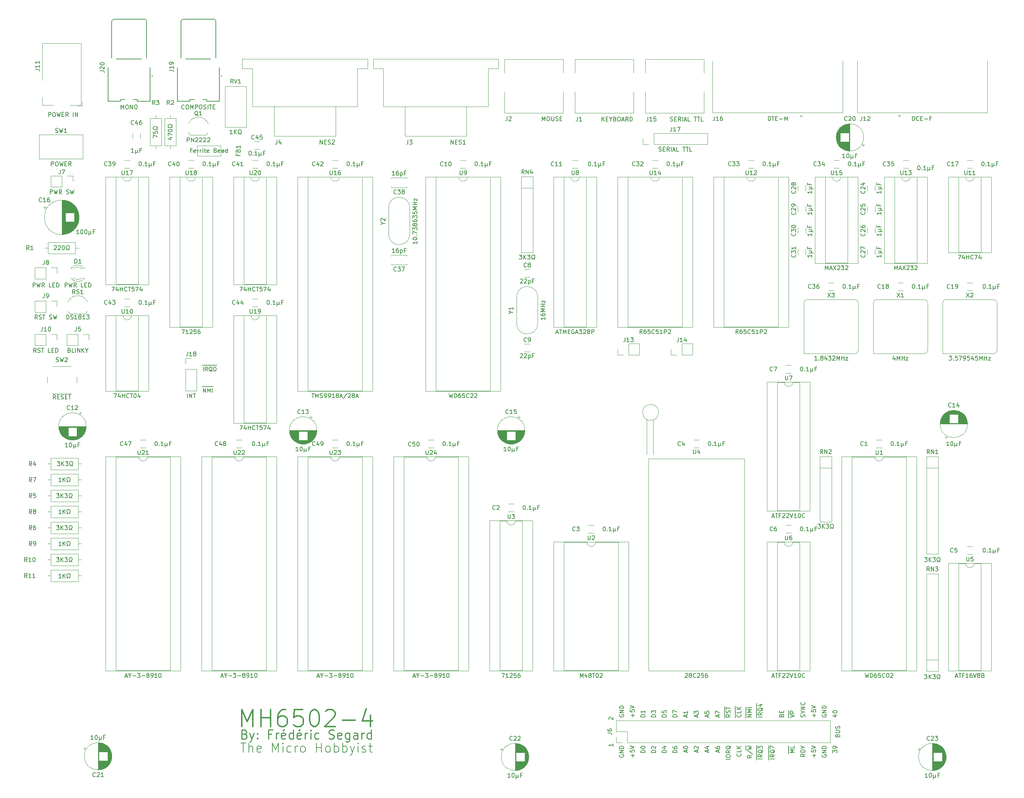
<source format=gbr>
%TF.GenerationSoftware,KiCad,Pcbnew,(5.1.12)-1*%
%TF.CreationDate,2023-08-15T20:50:01-04:00*%
%TF.ProjectId,Revision 4,52657669-7369-46f6-9e20-342e6b696361,3*%
%TF.SameCoordinates,Original*%
%TF.FileFunction,Legend,Top*%
%TF.FilePolarity,Positive*%
%FSLAX46Y46*%
G04 Gerber Fmt 4.6, Leading zero omitted, Abs format (unit mm)*
G04 Created by KiCad (PCBNEW (5.1.12)-1) date 2023-08-15 20:50:01*
%MOMM*%
%LPD*%
G01*
G04 APERTURE LIST*
%ADD10C,0.150000*%
%ADD11C,0.200000*%
%ADD12C,0.250000*%
%ADD13C,0.300000*%
%ADD14C,0.120000*%
%ADD15C,0.127000*%
%ADD16C,0.100000*%
G04 APERTURE END LIST*
D10*
X204190000Y-177067500D02*
X204190000Y-176210357D01*
X204557380Y-176972261D02*
X205557380Y-176638928D01*
X204557380Y-176305595D01*
X204190000Y-176210357D02*
X204190000Y-175210357D01*
X205557380Y-175972261D02*
X204557380Y-175972261D01*
X204557380Y-175591309D01*
X204605000Y-175496071D01*
X204652619Y-175448452D01*
X204747857Y-175400833D01*
X204890714Y-175400833D01*
X204985952Y-175448452D01*
X205033571Y-175496071D01*
X205081190Y-175591309D01*
X205081190Y-175972261D01*
X204190000Y-185564880D02*
X204190000Y-184422023D01*
X205557380Y-185326785D02*
X204557380Y-185326785D01*
X205271666Y-184993452D01*
X204557380Y-184660119D01*
X205557380Y-184660119D01*
X204190000Y-184422023D02*
X204190000Y-183612500D01*
X205557380Y-183707738D02*
X205557380Y-184183928D01*
X204557380Y-184183928D01*
X214717380Y-185374404D02*
X214717380Y-184755357D01*
X215098333Y-185088690D01*
X215098333Y-184945833D01*
X215145952Y-184850595D01*
X215193571Y-184802976D01*
X215288809Y-184755357D01*
X215526904Y-184755357D01*
X215622142Y-184802976D01*
X215669761Y-184850595D01*
X215717380Y-184945833D01*
X215717380Y-185231547D01*
X215669761Y-185326785D01*
X215622142Y-185374404D01*
X215717380Y-184279166D02*
X215717380Y-184088690D01*
X215669761Y-183993452D01*
X215622142Y-183945833D01*
X215479285Y-183850595D01*
X215288809Y-183802976D01*
X214907857Y-183802976D01*
X214812619Y-183850595D01*
X214765000Y-183898214D01*
X214717380Y-183993452D01*
X214717380Y-184183928D01*
X214765000Y-184279166D01*
X214812619Y-184326785D01*
X214907857Y-184374404D01*
X215145952Y-184374404D01*
X215241190Y-184326785D01*
X215288809Y-184279166D01*
X215336428Y-184183928D01*
X215336428Y-183993452D01*
X215288809Y-183898214D01*
X215241190Y-183850595D01*
X215145952Y-183802976D01*
X161472619Y-177450714D02*
X161425000Y-177403095D01*
X161377380Y-177307857D01*
X161377380Y-177069761D01*
X161425000Y-176974523D01*
X161472619Y-176926904D01*
X161567857Y-176879285D01*
X161663095Y-176879285D01*
X161805952Y-176926904D01*
X162377380Y-177498333D01*
X162377380Y-176879285D01*
X64550000Y-98145000D02*
X65597619Y-98145000D01*
X64788095Y-99512380D02*
X64788095Y-98512380D01*
X65359523Y-99512380D01*
X65359523Y-98512380D01*
X65597619Y-98145000D02*
X66740476Y-98145000D01*
X65835714Y-99512380D02*
X65835714Y-98512380D01*
X66169047Y-99226666D01*
X66502380Y-98512380D01*
X66502380Y-99512380D01*
X66740476Y-98145000D02*
X67216666Y-98145000D01*
X66978571Y-99512380D02*
X66978571Y-98512380D01*
X64550000Y-93065000D02*
X65026190Y-93065000D01*
X64788095Y-94432380D02*
X64788095Y-93432380D01*
X65026190Y-93065000D02*
X66026190Y-93065000D01*
X65835714Y-94432380D02*
X65502380Y-93956190D01*
X65264285Y-94432380D02*
X65264285Y-93432380D01*
X65645238Y-93432380D01*
X65740476Y-93480000D01*
X65788095Y-93527619D01*
X65835714Y-93622857D01*
X65835714Y-93765714D01*
X65788095Y-93860952D01*
X65740476Y-93908571D01*
X65645238Y-93956190D01*
X65264285Y-93956190D01*
X66026190Y-93065000D02*
X67073809Y-93065000D01*
X66930952Y-94527619D02*
X66835714Y-94480000D01*
X66740476Y-94384761D01*
X66597619Y-94241904D01*
X66502380Y-94194285D01*
X66407142Y-94194285D01*
X66454761Y-94432380D02*
X66359523Y-94384761D01*
X66264285Y-94289523D01*
X66216666Y-94099047D01*
X66216666Y-93765714D01*
X66264285Y-93575238D01*
X66359523Y-93480000D01*
X66454761Y-93432380D01*
X66645238Y-93432380D01*
X66740476Y-93480000D01*
X66835714Y-93575238D01*
X66883333Y-93765714D01*
X66883333Y-94099047D01*
X66835714Y-94289523D01*
X66740476Y-94384761D01*
X66645238Y-94432380D01*
X66454761Y-94432380D01*
X67073809Y-93065000D02*
X68026190Y-93065000D01*
X67502380Y-93432380D02*
X67597619Y-93432380D01*
X67692857Y-93480000D01*
X67740476Y-93527619D01*
X67788095Y-93622857D01*
X67835714Y-93813333D01*
X67835714Y-94051428D01*
X67788095Y-94241904D01*
X67740476Y-94337142D01*
X67692857Y-94384761D01*
X67597619Y-94432380D01*
X67502380Y-94432380D01*
X67407142Y-94384761D01*
X67359523Y-94337142D01*
X67311904Y-94241904D01*
X67264285Y-94051428D01*
X67264285Y-93813333D01*
X67311904Y-93622857D01*
X67359523Y-93527619D01*
X67407142Y-93480000D01*
X67502380Y-93432380D01*
X202493571Y-176496071D02*
X202541190Y-176353214D01*
X202588809Y-176305595D01*
X202684047Y-176257976D01*
X202826904Y-176257976D01*
X202922142Y-176305595D01*
X202969761Y-176353214D01*
X203017380Y-176448452D01*
X203017380Y-176829404D01*
X202017380Y-176829404D01*
X202017380Y-176496071D01*
X202065000Y-176400833D01*
X202112619Y-176353214D01*
X202207857Y-176305595D01*
X202303095Y-176305595D01*
X202398333Y-176353214D01*
X202445952Y-176400833D01*
X202493571Y-176496071D01*
X202493571Y-176829404D01*
X202493571Y-175829404D02*
X202493571Y-175496071D01*
X203017380Y-175353214D02*
X203017380Y-175829404D01*
X202017380Y-175829404D01*
X202017380Y-175353214D01*
X199427500Y-187088690D02*
X199427500Y-186612500D01*
X200794880Y-186850595D02*
X199794880Y-186850595D01*
X199427500Y-186612500D02*
X199427500Y-185612500D01*
X200794880Y-185802976D02*
X200318690Y-186136309D01*
X200794880Y-186374404D02*
X199794880Y-186374404D01*
X199794880Y-185993452D01*
X199842500Y-185898214D01*
X199890119Y-185850595D01*
X199985357Y-185802976D01*
X200128214Y-185802976D01*
X200223452Y-185850595D01*
X200271071Y-185898214D01*
X200318690Y-185993452D01*
X200318690Y-186374404D01*
X199427500Y-185612500D02*
X199427500Y-184564880D01*
X200890119Y-184707738D02*
X200842500Y-184802976D01*
X200747261Y-184898214D01*
X200604404Y-185041071D01*
X200556785Y-185136309D01*
X200556785Y-185231547D01*
X200794880Y-185183928D02*
X200747261Y-185279166D01*
X200652023Y-185374404D01*
X200461547Y-185422023D01*
X200128214Y-185422023D01*
X199937738Y-185374404D01*
X199842500Y-185279166D01*
X199794880Y-185183928D01*
X199794880Y-184993452D01*
X199842500Y-184898214D01*
X199937738Y-184802976D01*
X200128214Y-184755357D01*
X200461547Y-184755357D01*
X200652023Y-184802976D01*
X200747261Y-184898214D01*
X200794880Y-184993452D01*
X200794880Y-185183928D01*
X199427500Y-184564880D02*
X199427500Y-183612500D01*
X199794880Y-184422023D02*
X199794880Y-183755357D01*
X200794880Y-184183928D01*
X215050714Y-176400833D02*
X215717380Y-176400833D01*
X214669761Y-176638928D02*
X215384047Y-176877023D01*
X215384047Y-176257976D01*
X214717380Y-175686547D02*
X214717380Y-175591309D01*
X214765000Y-175496071D01*
X214812619Y-175448452D01*
X214907857Y-175400833D01*
X215098333Y-175353214D01*
X215336428Y-175353214D01*
X215526904Y-175400833D01*
X215622142Y-175448452D01*
X215669761Y-175496071D01*
X215717380Y-175591309D01*
X215717380Y-175686547D01*
X215669761Y-175781785D01*
X215622142Y-175829404D01*
X215526904Y-175877023D01*
X215336428Y-175924642D01*
X215098333Y-175924642D01*
X214907857Y-175877023D01*
X214812619Y-175829404D01*
X214765000Y-175781785D01*
X214717380Y-175686547D01*
X162377380Y-183229285D02*
X162377380Y-183800714D01*
X162377380Y-183515000D02*
X161377380Y-183515000D01*
X161520238Y-183610238D01*
X161615476Y-183705476D01*
X161663095Y-183800714D01*
X208049761Y-176877023D02*
X208097380Y-176734166D01*
X208097380Y-176496071D01*
X208049761Y-176400833D01*
X208002142Y-176353214D01*
X207906904Y-176305595D01*
X207811666Y-176305595D01*
X207716428Y-176353214D01*
X207668809Y-176400833D01*
X207621190Y-176496071D01*
X207573571Y-176686547D01*
X207525952Y-176781785D01*
X207478333Y-176829404D01*
X207383095Y-176877023D01*
X207287857Y-176877023D01*
X207192619Y-176829404D01*
X207145000Y-176781785D01*
X207097380Y-176686547D01*
X207097380Y-176448452D01*
X207145000Y-176305595D01*
X207621190Y-175686547D02*
X208097380Y-175686547D01*
X207097380Y-176019880D02*
X207621190Y-175686547D01*
X207097380Y-175353214D01*
X208097380Y-175019880D02*
X207097380Y-175019880D01*
X208097380Y-174448452D01*
X207097380Y-174448452D01*
X208002142Y-173400833D02*
X208049761Y-173448452D01*
X208097380Y-173591309D01*
X208097380Y-173686547D01*
X208049761Y-173829404D01*
X207954523Y-173924642D01*
X207859285Y-173972261D01*
X207668809Y-174019880D01*
X207525952Y-174019880D01*
X207335476Y-173972261D01*
X207240238Y-173924642D01*
X207145000Y-173829404D01*
X207097380Y-173686547D01*
X207097380Y-173591309D01*
X207145000Y-173448452D01*
X207192619Y-173400833D01*
X210256428Y-176829404D02*
X210256428Y-176067500D01*
X210637380Y-176448452D02*
X209875476Y-176448452D01*
X209637380Y-175115119D02*
X209637380Y-175591309D01*
X210113571Y-175638928D01*
X210065952Y-175591309D01*
X210018333Y-175496071D01*
X210018333Y-175257976D01*
X210065952Y-175162738D01*
X210113571Y-175115119D01*
X210208809Y-175067500D01*
X210446904Y-175067500D01*
X210542142Y-175115119D01*
X210589761Y-175162738D01*
X210637380Y-175257976D01*
X210637380Y-175496071D01*
X210589761Y-175591309D01*
X210542142Y-175638928D01*
X209637380Y-174781785D02*
X210637380Y-174448452D01*
X209637380Y-174115119D01*
X212225000Y-176305595D02*
X212177380Y-176400833D01*
X212177380Y-176543690D01*
X212225000Y-176686547D01*
X212320238Y-176781785D01*
X212415476Y-176829404D01*
X212605952Y-176877023D01*
X212748809Y-176877023D01*
X212939285Y-176829404D01*
X213034523Y-176781785D01*
X213129761Y-176686547D01*
X213177380Y-176543690D01*
X213177380Y-176448452D01*
X213129761Y-176305595D01*
X213082142Y-176257976D01*
X212748809Y-176257976D01*
X212748809Y-176448452D01*
X213177380Y-175829404D02*
X212177380Y-175829404D01*
X213177380Y-175257976D01*
X212177380Y-175257976D01*
X213177380Y-174781785D02*
X212177380Y-174781785D01*
X212177380Y-174543690D01*
X212225000Y-174400833D01*
X212320238Y-174305595D01*
X212415476Y-174257976D01*
X212605952Y-174210357D01*
X212748809Y-174210357D01*
X212939285Y-174257976D01*
X213034523Y-174305595D01*
X213129761Y-174400833D01*
X213177380Y-174543690D01*
X213177380Y-174781785D01*
X194030000Y-177067500D02*
X194030000Y-176019880D01*
X195397380Y-176829404D02*
X194397380Y-176829404D01*
X195397380Y-176257976D01*
X194397380Y-176257976D01*
X194030000Y-176019880D02*
X194030000Y-174877023D01*
X195397380Y-175781785D02*
X194397380Y-175781785D01*
X195111666Y-175448452D01*
X194397380Y-175115119D01*
X195397380Y-175115119D01*
X194030000Y-174877023D02*
X194030000Y-174400833D01*
X195397380Y-174638928D02*
X194397380Y-174638928D01*
X196570000Y-187088690D02*
X196570000Y-186612500D01*
X197937380Y-186850595D02*
X196937380Y-186850595D01*
X196570000Y-186612500D02*
X196570000Y-185612500D01*
X197937380Y-185802976D02*
X197461190Y-186136309D01*
X197937380Y-186374404D02*
X196937380Y-186374404D01*
X196937380Y-185993452D01*
X196985000Y-185898214D01*
X197032619Y-185850595D01*
X197127857Y-185802976D01*
X197270714Y-185802976D01*
X197365952Y-185850595D01*
X197413571Y-185898214D01*
X197461190Y-185993452D01*
X197461190Y-186374404D01*
X196570000Y-185612500D02*
X196570000Y-184564880D01*
X198032619Y-184707738D02*
X197985000Y-184802976D01*
X197889761Y-184898214D01*
X197746904Y-185041071D01*
X197699285Y-185136309D01*
X197699285Y-185231547D01*
X197937380Y-185183928D02*
X197889761Y-185279166D01*
X197794523Y-185374404D01*
X197604047Y-185422023D01*
X197270714Y-185422023D01*
X197080238Y-185374404D01*
X196985000Y-185279166D01*
X196937380Y-185183928D01*
X196937380Y-184993452D01*
X196985000Y-184898214D01*
X197080238Y-184802976D01*
X197270714Y-184755357D01*
X197604047Y-184755357D01*
X197794523Y-184802976D01*
X197889761Y-184898214D01*
X197937380Y-184993452D01*
X197937380Y-185183928D01*
X196570000Y-184564880D02*
X196570000Y-183612500D01*
X196937380Y-184422023D02*
X196937380Y-183802976D01*
X197318333Y-184136309D01*
X197318333Y-183993452D01*
X197365952Y-183898214D01*
X197413571Y-183850595D01*
X197508809Y-183802976D01*
X197746904Y-183802976D01*
X197842142Y-183850595D01*
X197889761Y-183898214D01*
X197937380Y-183993452D01*
X197937380Y-184279166D01*
X197889761Y-184374404D01*
X197842142Y-184422023D01*
X187491666Y-176877023D02*
X187491666Y-176400833D01*
X187777380Y-176972261D02*
X186777380Y-176638928D01*
X187777380Y-176305595D01*
X186777380Y-176067500D02*
X186777380Y-175400833D01*
X187777380Y-175829404D01*
X184951666Y-176877023D02*
X184951666Y-176400833D01*
X185237380Y-176972261D02*
X184237380Y-176638928D01*
X185237380Y-176305595D01*
X184237380Y-175496071D02*
X184237380Y-175972261D01*
X184713571Y-176019880D01*
X184665952Y-175972261D01*
X184618333Y-175877023D01*
X184618333Y-175638928D01*
X184665952Y-175543690D01*
X184713571Y-175496071D01*
X184808809Y-175448452D01*
X185046904Y-175448452D01*
X185142142Y-175496071D01*
X185189761Y-175543690D01*
X185237380Y-175638928D01*
X185237380Y-175877023D01*
X185189761Y-175972261D01*
X185142142Y-176019880D01*
X188950000Y-177067500D02*
X188950000Y-176067500D01*
X190317380Y-176257976D02*
X189841190Y-176591309D01*
X190317380Y-176829404D02*
X189317380Y-176829404D01*
X189317380Y-176448452D01*
X189365000Y-176353214D01*
X189412619Y-176305595D01*
X189507857Y-176257976D01*
X189650714Y-176257976D01*
X189745952Y-176305595D01*
X189793571Y-176353214D01*
X189841190Y-176448452D01*
X189841190Y-176829404D01*
X188950000Y-176067500D02*
X188950000Y-175115119D01*
X190269761Y-175877023D02*
X190317380Y-175734166D01*
X190317380Y-175496071D01*
X190269761Y-175400833D01*
X190222142Y-175353214D01*
X190126904Y-175305595D01*
X190031666Y-175305595D01*
X189936428Y-175353214D01*
X189888809Y-175400833D01*
X189841190Y-175496071D01*
X189793571Y-175686547D01*
X189745952Y-175781785D01*
X189698333Y-175829404D01*
X189603095Y-175877023D01*
X189507857Y-175877023D01*
X189412619Y-175829404D01*
X189365000Y-175781785D01*
X189317380Y-175686547D01*
X189317380Y-175448452D01*
X189365000Y-175305595D01*
X188950000Y-175115119D02*
X188950000Y-174353214D01*
X189317380Y-175019880D02*
X189317380Y-174448452D01*
X190317380Y-174734166D02*
X189317380Y-174734166D01*
X191490000Y-177067500D02*
X191490000Y-176067500D01*
X192762142Y-176257976D02*
X192809761Y-176305595D01*
X192857380Y-176448452D01*
X192857380Y-176543690D01*
X192809761Y-176686547D01*
X192714523Y-176781785D01*
X192619285Y-176829404D01*
X192428809Y-176877023D01*
X192285952Y-176877023D01*
X192095476Y-176829404D01*
X192000238Y-176781785D01*
X191905000Y-176686547D01*
X191857380Y-176543690D01*
X191857380Y-176448452D01*
X191905000Y-176305595D01*
X191952619Y-176257976D01*
X191490000Y-176067500D02*
X191490000Y-175257976D01*
X192857380Y-175353214D02*
X192857380Y-175829404D01*
X191857380Y-175829404D01*
X191490000Y-175257976D02*
X191490000Y-174257976D01*
X192857380Y-175019880D02*
X191857380Y-175019880D01*
X192857380Y-174448452D02*
X192285952Y-174877023D01*
X191857380Y-174448452D02*
X192428809Y-175019880D01*
X177617380Y-176829404D02*
X176617380Y-176829404D01*
X176617380Y-176591309D01*
X176665000Y-176448452D01*
X176760238Y-176353214D01*
X176855476Y-176305595D01*
X177045952Y-176257976D01*
X177188809Y-176257976D01*
X177379285Y-176305595D01*
X177474523Y-176353214D01*
X177569761Y-176448452D01*
X177617380Y-176591309D01*
X177617380Y-176829404D01*
X176617380Y-175924642D02*
X176617380Y-175257976D01*
X177617380Y-175686547D01*
X175077380Y-176829404D02*
X174077380Y-176829404D01*
X174077380Y-176591309D01*
X174125000Y-176448452D01*
X174220238Y-176353214D01*
X174315476Y-176305595D01*
X174505952Y-176257976D01*
X174648809Y-176257976D01*
X174839285Y-176305595D01*
X174934523Y-176353214D01*
X175029761Y-176448452D01*
X175077380Y-176591309D01*
X175077380Y-176829404D01*
X174077380Y-175353214D02*
X174077380Y-175829404D01*
X174553571Y-175877023D01*
X174505952Y-175829404D01*
X174458333Y-175734166D01*
X174458333Y-175496071D01*
X174505952Y-175400833D01*
X174553571Y-175353214D01*
X174648809Y-175305595D01*
X174886904Y-175305595D01*
X174982142Y-175353214D01*
X175029761Y-175400833D01*
X175077380Y-175496071D01*
X175077380Y-175734166D01*
X175029761Y-175829404D01*
X174982142Y-175877023D01*
X179871666Y-176877023D02*
X179871666Y-176400833D01*
X180157380Y-176972261D02*
X179157380Y-176638928D01*
X180157380Y-176305595D01*
X180157380Y-175448452D02*
X180157380Y-176019880D01*
X180157380Y-175734166D02*
X179157380Y-175734166D01*
X179300238Y-175829404D01*
X179395476Y-175924642D01*
X179443095Y-176019880D01*
X182411666Y-176877023D02*
X182411666Y-176400833D01*
X182697380Y-176972261D02*
X181697380Y-176638928D01*
X182697380Y-176305595D01*
X181697380Y-176067500D02*
X181697380Y-175448452D01*
X182078333Y-175781785D01*
X182078333Y-175638928D01*
X182125952Y-175543690D01*
X182173571Y-175496071D01*
X182268809Y-175448452D01*
X182506904Y-175448452D01*
X182602142Y-175496071D01*
X182649761Y-175543690D01*
X182697380Y-175638928D01*
X182697380Y-175924642D01*
X182649761Y-176019880D01*
X182602142Y-176067500D01*
X172537380Y-176829404D02*
X171537380Y-176829404D01*
X171537380Y-176591309D01*
X171585000Y-176448452D01*
X171680238Y-176353214D01*
X171775476Y-176305595D01*
X171965952Y-176257976D01*
X172108809Y-176257976D01*
X172299285Y-176305595D01*
X172394523Y-176353214D01*
X172489761Y-176448452D01*
X172537380Y-176591309D01*
X172537380Y-176829404D01*
X171537380Y-175924642D02*
X171537380Y-175305595D01*
X171918333Y-175638928D01*
X171918333Y-175496071D01*
X171965952Y-175400833D01*
X172013571Y-175353214D01*
X172108809Y-175305595D01*
X172346904Y-175305595D01*
X172442142Y-175353214D01*
X172489761Y-175400833D01*
X172537380Y-175496071D01*
X172537380Y-175781785D01*
X172489761Y-175877023D01*
X172442142Y-175924642D01*
X169997380Y-176829404D02*
X168997380Y-176829404D01*
X168997380Y-176591309D01*
X169045000Y-176448452D01*
X169140238Y-176353214D01*
X169235476Y-176305595D01*
X169425952Y-176257976D01*
X169568809Y-176257976D01*
X169759285Y-176305595D01*
X169854523Y-176353214D01*
X169949761Y-176448452D01*
X169997380Y-176591309D01*
X169997380Y-176829404D01*
X169997380Y-175305595D02*
X169997380Y-175877023D01*
X169997380Y-175591309D02*
X168997380Y-175591309D01*
X169140238Y-175686547D01*
X169235476Y-175781785D01*
X169283095Y-175877023D01*
X167076428Y-176829404D02*
X167076428Y-176067500D01*
X167457380Y-176448452D02*
X166695476Y-176448452D01*
X166457380Y-175115119D02*
X166457380Y-175591309D01*
X166933571Y-175638928D01*
X166885952Y-175591309D01*
X166838333Y-175496071D01*
X166838333Y-175257976D01*
X166885952Y-175162738D01*
X166933571Y-175115119D01*
X167028809Y-175067500D01*
X167266904Y-175067500D01*
X167362142Y-175115119D01*
X167409761Y-175162738D01*
X167457380Y-175257976D01*
X167457380Y-175496071D01*
X167409761Y-175591309D01*
X167362142Y-175638928D01*
X166457380Y-174781785D02*
X167457380Y-174448452D01*
X166457380Y-174115119D01*
X163965000Y-176305595D02*
X163917380Y-176400833D01*
X163917380Y-176543690D01*
X163965000Y-176686547D01*
X164060238Y-176781785D01*
X164155476Y-176829404D01*
X164345952Y-176877023D01*
X164488809Y-176877023D01*
X164679285Y-176829404D01*
X164774523Y-176781785D01*
X164869761Y-176686547D01*
X164917380Y-176543690D01*
X164917380Y-176448452D01*
X164869761Y-176305595D01*
X164822142Y-176257976D01*
X164488809Y-176257976D01*
X164488809Y-176448452D01*
X164917380Y-175829404D02*
X163917380Y-175829404D01*
X164917380Y-175257976D01*
X163917380Y-175257976D01*
X164917380Y-174781785D02*
X163917380Y-174781785D01*
X163917380Y-174543690D01*
X163965000Y-174400833D01*
X164060238Y-174305595D01*
X164155476Y-174257976D01*
X164345952Y-174210357D01*
X164488809Y-174210357D01*
X164679285Y-174257976D01*
X164774523Y-174305595D01*
X164869761Y-174400833D01*
X164917380Y-174543690D01*
X164917380Y-174781785D01*
X212225000Y-185898214D02*
X212177380Y-185993452D01*
X212177380Y-186136309D01*
X212225000Y-186279166D01*
X212320238Y-186374404D01*
X212415476Y-186422023D01*
X212605952Y-186469642D01*
X212748809Y-186469642D01*
X212939285Y-186422023D01*
X213034523Y-186374404D01*
X213129761Y-186279166D01*
X213177380Y-186136309D01*
X213177380Y-186041071D01*
X213129761Y-185898214D01*
X213082142Y-185850595D01*
X212748809Y-185850595D01*
X212748809Y-186041071D01*
X213177380Y-185422023D02*
X212177380Y-185422023D01*
X213177380Y-184850595D01*
X212177380Y-184850595D01*
X213177380Y-184374404D02*
X212177380Y-184374404D01*
X212177380Y-184136309D01*
X212225000Y-183993452D01*
X212320238Y-183898214D01*
X212415476Y-183850595D01*
X212605952Y-183802976D01*
X212748809Y-183802976D01*
X212939285Y-183850595D01*
X213034523Y-183898214D01*
X213129761Y-183993452D01*
X213177380Y-184136309D01*
X213177380Y-184374404D01*
X210256428Y-186422023D02*
X210256428Y-185660119D01*
X210637380Y-186041071D02*
X209875476Y-186041071D01*
X209637380Y-184707738D02*
X209637380Y-185183928D01*
X210113571Y-185231547D01*
X210065952Y-185183928D01*
X210018333Y-185088690D01*
X210018333Y-184850595D01*
X210065952Y-184755357D01*
X210113571Y-184707738D01*
X210208809Y-184660119D01*
X210446904Y-184660119D01*
X210542142Y-184707738D01*
X210589761Y-184755357D01*
X210637380Y-184850595D01*
X210637380Y-185088690D01*
X210589761Y-185183928D01*
X210542142Y-185231547D01*
X209637380Y-184374404D02*
X210637380Y-184041071D01*
X209637380Y-183707738D01*
X208097380Y-185660119D02*
X207621190Y-185993452D01*
X208097380Y-186231547D02*
X207097380Y-186231547D01*
X207097380Y-185850595D01*
X207145000Y-185755357D01*
X207192619Y-185707738D01*
X207287857Y-185660119D01*
X207430714Y-185660119D01*
X207525952Y-185707738D01*
X207573571Y-185755357D01*
X207621190Y-185850595D01*
X207621190Y-186231547D01*
X208097380Y-185231547D02*
X207097380Y-185231547D01*
X207097380Y-184993452D01*
X207145000Y-184850595D01*
X207240238Y-184755357D01*
X207335476Y-184707738D01*
X207525952Y-184660119D01*
X207668809Y-184660119D01*
X207859285Y-184707738D01*
X207954523Y-184755357D01*
X208049761Y-184850595D01*
X208097380Y-184993452D01*
X208097380Y-185231547D01*
X207621190Y-184041071D02*
X208097380Y-184041071D01*
X207097380Y-184374404D02*
X207621190Y-184041071D01*
X207097380Y-183707738D01*
X196570000Y-177067500D02*
X196570000Y-176591309D01*
X197937380Y-176829404D02*
X196937380Y-176829404D01*
X196570000Y-176591309D02*
X196570000Y-175591309D01*
X197937380Y-175781785D02*
X197461190Y-176115119D01*
X197937380Y-176353214D02*
X196937380Y-176353214D01*
X196937380Y-175972261D01*
X196985000Y-175877023D01*
X197032619Y-175829404D01*
X197127857Y-175781785D01*
X197270714Y-175781785D01*
X197365952Y-175829404D01*
X197413571Y-175877023D01*
X197461190Y-175972261D01*
X197461190Y-176353214D01*
X196570000Y-175591309D02*
X196570000Y-174543690D01*
X198032619Y-174686547D02*
X197985000Y-174781785D01*
X197889761Y-174877023D01*
X197746904Y-175019880D01*
X197699285Y-175115119D01*
X197699285Y-175210357D01*
X197937380Y-175162738D02*
X197889761Y-175257976D01*
X197794523Y-175353214D01*
X197604047Y-175400833D01*
X197270714Y-175400833D01*
X197080238Y-175353214D01*
X196985000Y-175257976D01*
X196937380Y-175162738D01*
X196937380Y-174972261D01*
X196985000Y-174877023D01*
X197080238Y-174781785D01*
X197270714Y-174734166D01*
X197604047Y-174734166D01*
X197794523Y-174781785D01*
X197889761Y-174877023D01*
X197937380Y-174972261D01*
X197937380Y-175162738D01*
X196570000Y-174543690D02*
X196570000Y-173591309D01*
X197270714Y-173877023D02*
X197937380Y-173877023D01*
X196889761Y-174115119D02*
X197604047Y-174353214D01*
X197604047Y-173734166D01*
X195397380Y-185993452D02*
X194921190Y-186326785D01*
X195397380Y-186564880D02*
X194397380Y-186564880D01*
X194397380Y-186183928D01*
X194445000Y-186088690D01*
X194492619Y-186041071D01*
X194587857Y-185993452D01*
X194730714Y-185993452D01*
X194825952Y-186041071D01*
X194873571Y-186088690D01*
X194921190Y-186183928D01*
X194921190Y-186564880D01*
X194349761Y-184850595D02*
X195635476Y-185707738D01*
X194030000Y-184755357D02*
X194030000Y-183612500D01*
X194397380Y-184612500D02*
X195397380Y-184374404D01*
X194683095Y-184183928D01*
X195397380Y-183993452D01*
X194397380Y-183755357D01*
X192762142Y-185612500D02*
X192809761Y-185660119D01*
X192857380Y-185802976D01*
X192857380Y-185898214D01*
X192809761Y-186041071D01*
X192714523Y-186136309D01*
X192619285Y-186183928D01*
X192428809Y-186231547D01*
X192285952Y-186231547D01*
X192095476Y-186183928D01*
X192000238Y-186136309D01*
X191905000Y-186041071D01*
X191857380Y-185898214D01*
X191857380Y-185802976D01*
X191905000Y-185660119D01*
X191952619Y-185612500D01*
X192857380Y-184707738D02*
X192857380Y-185183928D01*
X191857380Y-185183928D01*
X192857380Y-184374404D02*
X191857380Y-184374404D01*
X192857380Y-183802976D02*
X192285952Y-184231547D01*
X191857380Y-183802976D02*
X192428809Y-184374404D01*
X190317380Y-186945833D02*
X189317380Y-186945833D01*
X189317380Y-186279166D02*
X189317380Y-186088690D01*
X189365000Y-185993452D01*
X189460238Y-185898214D01*
X189650714Y-185850595D01*
X189984047Y-185850595D01*
X190174523Y-185898214D01*
X190269761Y-185993452D01*
X190317380Y-186088690D01*
X190317380Y-186279166D01*
X190269761Y-186374404D01*
X190174523Y-186469642D01*
X189984047Y-186517261D01*
X189650714Y-186517261D01*
X189460238Y-186469642D01*
X189365000Y-186374404D01*
X189317380Y-186279166D01*
X190317380Y-184850595D02*
X189841190Y-185183928D01*
X190317380Y-185422023D02*
X189317380Y-185422023D01*
X189317380Y-185041071D01*
X189365000Y-184945833D01*
X189412619Y-184898214D01*
X189507857Y-184850595D01*
X189650714Y-184850595D01*
X189745952Y-184898214D01*
X189793571Y-184945833D01*
X189841190Y-185041071D01*
X189841190Y-185422023D01*
X190412619Y-183755357D02*
X190365000Y-183850595D01*
X190269761Y-183945833D01*
X190126904Y-184088690D01*
X190079285Y-184183928D01*
X190079285Y-184279166D01*
X190317380Y-184231547D02*
X190269761Y-184326785D01*
X190174523Y-184422023D01*
X189984047Y-184469642D01*
X189650714Y-184469642D01*
X189460238Y-184422023D01*
X189365000Y-184326785D01*
X189317380Y-184231547D01*
X189317380Y-184041071D01*
X189365000Y-183945833D01*
X189460238Y-183850595D01*
X189650714Y-183802976D01*
X189984047Y-183802976D01*
X190174523Y-183850595D01*
X190269761Y-183945833D01*
X190317380Y-184041071D01*
X190317380Y-184231547D01*
X187491666Y-185231547D02*
X187491666Y-184755357D01*
X187777380Y-185326785D02*
X186777380Y-184993452D01*
X187777380Y-184660119D01*
X186777380Y-183898214D02*
X186777380Y-184088690D01*
X186825000Y-184183928D01*
X186872619Y-184231547D01*
X187015476Y-184326785D01*
X187205952Y-184374404D01*
X187586904Y-184374404D01*
X187682142Y-184326785D01*
X187729761Y-184279166D01*
X187777380Y-184183928D01*
X187777380Y-183993452D01*
X187729761Y-183898214D01*
X187682142Y-183850595D01*
X187586904Y-183802976D01*
X187348809Y-183802976D01*
X187253571Y-183850595D01*
X187205952Y-183898214D01*
X187158333Y-183993452D01*
X187158333Y-184183928D01*
X187205952Y-184279166D01*
X187253571Y-184326785D01*
X187348809Y-184374404D01*
X184951666Y-185231547D02*
X184951666Y-184755357D01*
X185237380Y-185326785D02*
X184237380Y-184993452D01*
X185237380Y-184660119D01*
X184570714Y-183898214D02*
X185237380Y-183898214D01*
X184189761Y-184136309D02*
X184904047Y-184374404D01*
X184904047Y-183755357D01*
X182411666Y-185231547D02*
X182411666Y-184755357D01*
X182697380Y-185326785D02*
X181697380Y-184993452D01*
X182697380Y-184660119D01*
X181792619Y-184374404D02*
X181745000Y-184326785D01*
X181697380Y-184231547D01*
X181697380Y-183993452D01*
X181745000Y-183898214D01*
X181792619Y-183850595D01*
X181887857Y-183802976D01*
X181983095Y-183802976D01*
X182125952Y-183850595D01*
X182697380Y-184422023D01*
X182697380Y-183802976D01*
X179871666Y-185231547D02*
X179871666Y-184755357D01*
X180157380Y-185326785D02*
X179157380Y-184993452D01*
X180157380Y-184660119D01*
X179157380Y-184136309D02*
X179157380Y-184041071D01*
X179205000Y-183945833D01*
X179252619Y-183898214D01*
X179347857Y-183850595D01*
X179538333Y-183802976D01*
X179776428Y-183802976D01*
X179966904Y-183850595D01*
X180062142Y-183898214D01*
X180109761Y-183945833D01*
X180157380Y-184041071D01*
X180157380Y-184136309D01*
X180109761Y-184231547D01*
X180062142Y-184279166D01*
X179966904Y-184326785D01*
X179776428Y-184374404D01*
X179538333Y-184374404D01*
X179347857Y-184326785D01*
X179252619Y-184279166D01*
X179205000Y-184231547D01*
X179157380Y-184136309D01*
X177617380Y-185326785D02*
X176617380Y-185326785D01*
X176617380Y-185088690D01*
X176665000Y-184945833D01*
X176760238Y-184850595D01*
X176855476Y-184802976D01*
X177045952Y-184755357D01*
X177188809Y-184755357D01*
X177379285Y-184802976D01*
X177474523Y-184850595D01*
X177569761Y-184945833D01*
X177617380Y-185088690D01*
X177617380Y-185326785D01*
X176617380Y-183898214D02*
X176617380Y-184088690D01*
X176665000Y-184183928D01*
X176712619Y-184231547D01*
X176855476Y-184326785D01*
X177045952Y-184374404D01*
X177426904Y-184374404D01*
X177522142Y-184326785D01*
X177569761Y-184279166D01*
X177617380Y-184183928D01*
X177617380Y-183993452D01*
X177569761Y-183898214D01*
X177522142Y-183850595D01*
X177426904Y-183802976D01*
X177188809Y-183802976D01*
X177093571Y-183850595D01*
X177045952Y-183898214D01*
X176998333Y-183993452D01*
X176998333Y-184183928D01*
X177045952Y-184279166D01*
X177093571Y-184326785D01*
X177188809Y-184374404D01*
X175077380Y-185326785D02*
X174077380Y-185326785D01*
X174077380Y-185088690D01*
X174125000Y-184945833D01*
X174220238Y-184850595D01*
X174315476Y-184802976D01*
X174505952Y-184755357D01*
X174648809Y-184755357D01*
X174839285Y-184802976D01*
X174934523Y-184850595D01*
X175029761Y-184945833D01*
X175077380Y-185088690D01*
X175077380Y-185326785D01*
X174410714Y-183898214D02*
X175077380Y-183898214D01*
X174029761Y-184136309D02*
X174744047Y-184374404D01*
X174744047Y-183755357D01*
X172537380Y-185326785D02*
X171537380Y-185326785D01*
X171537380Y-185088690D01*
X171585000Y-184945833D01*
X171680238Y-184850595D01*
X171775476Y-184802976D01*
X171965952Y-184755357D01*
X172108809Y-184755357D01*
X172299285Y-184802976D01*
X172394523Y-184850595D01*
X172489761Y-184945833D01*
X172537380Y-185088690D01*
X172537380Y-185326785D01*
X171632619Y-184374404D02*
X171585000Y-184326785D01*
X171537380Y-184231547D01*
X171537380Y-183993452D01*
X171585000Y-183898214D01*
X171632619Y-183850595D01*
X171727857Y-183802976D01*
X171823095Y-183802976D01*
X171965952Y-183850595D01*
X172537380Y-184422023D01*
X172537380Y-183802976D01*
X169997380Y-185326785D02*
X168997380Y-185326785D01*
X168997380Y-185088690D01*
X169045000Y-184945833D01*
X169140238Y-184850595D01*
X169235476Y-184802976D01*
X169425952Y-184755357D01*
X169568809Y-184755357D01*
X169759285Y-184802976D01*
X169854523Y-184850595D01*
X169949761Y-184945833D01*
X169997380Y-185088690D01*
X169997380Y-185326785D01*
X168997380Y-184136309D02*
X168997380Y-184041071D01*
X169045000Y-183945833D01*
X169092619Y-183898214D01*
X169187857Y-183850595D01*
X169378333Y-183802976D01*
X169616428Y-183802976D01*
X169806904Y-183850595D01*
X169902142Y-183898214D01*
X169949761Y-183945833D01*
X169997380Y-184041071D01*
X169997380Y-184136309D01*
X169949761Y-184231547D01*
X169902142Y-184279166D01*
X169806904Y-184326785D01*
X169616428Y-184374404D01*
X169378333Y-184374404D01*
X169187857Y-184326785D01*
X169092619Y-184279166D01*
X169045000Y-184231547D01*
X168997380Y-184136309D01*
X167076428Y-186422023D02*
X167076428Y-185660119D01*
X167457380Y-186041071D02*
X166695476Y-186041071D01*
X166457380Y-184707738D02*
X166457380Y-185183928D01*
X166933571Y-185231547D01*
X166885952Y-185183928D01*
X166838333Y-185088690D01*
X166838333Y-184850595D01*
X166885952Y-184755357D01*
X166933571Y-184707738D01*
X167028809Y-184660119D01*
X167266904Y-184660119D01*
X167362142Y-184707738D01*
X167409761Y-184755357D01*
X167457380Y-184850595D01*
X167457380Y-185088690D01*
X167409761Y-185183928D01*
X167362142Y-185231547D01*
X166457380Y-184374404D02*
X167457380Y-184041071D01*
X166457380Y-183707738D01*
X163965000Y-185898214D02*
X163917380Y-185993452D01*
X163917380Y-186136309D01*
X163965000Y-186279166D01*
X164060238Y-186374404D01*
X164155476Y-186422023D01*
X164345952Y-186469642D01*
X164488809Y-186469642D01*
X164679285Y-186422023D01*
X164774523Y-186374404D01*
X164869761Y-186279166D01*
X164917380Y-186136309D01*
X164917380Y-186041071D01*
X164869761Y-185898214D01*
X164822142Y-185850595D01*
X164488809Y-185850595D01*
X164488809Y-186041071D01*
X164917380Y-185422023D02*
X163917380Y-185422023D01*
X164917380Y-184850595D01*
X163917380Y-184850595D01*
X164917380Y-184374404D02*
X163917380Y-184374404D01*
X163917380Y-184136309D01*
X163965000Y-183993452D01*
X164060238Y-183898214D01*
X164155476Y-183850595D01*
X164345952Y-183802976D01*
X164488809Y-183802976D01*
X164679285Y-183850595D01*
X164774523Y-183898214D01*
X164869761Y-183993452D01*
X164917380Y-184136309D01*
X164917380Y-184374404D01*
D11*
X73698095Y-183072738D02*
X74955238Y-183072738D01*
X74326666Y-185272738D02*
X74326666Y-183072738D01*
X75688571Y-185272738D02*
X75688571Y-183072738D01*
X76631428Y-185272738D02*
X76631428Y-184120357D01*
X76526666Y-183910833D01*
X76317142Y-183806071D01*
X76002857Y-183806071D01*
X75793333Y-183910833D01*
X75688571Y-184015595D01*
X78517142Y-185167976D02*
X78307619Y-185272738D01*
X77888571Y-185272738D01*
X77679047Y-185167976D01*
X77574285Y-184958452D01*
X77574285Y-184120357D01*
X77679047Y-183910833D01*
X77888571Y-183806071D01*
X78307619Y-183806071D01*
X78517142Y-183910833D01*
X78621904Y-184120357D01*
X78621904Y-184329880D01*
X77574285Y-184539404D01*
X81240952Y-185272738D02*
X81240952Y-183072738D01*
X81974285Y-184644166D01*
X82707619Y-183072738D01*
X82707619Y-185272738D01*
X83755238Y-185272738D02*
X83755238Y-183806071D01*
X83755238Y-183072738D02*
X83650476Y-183177500D01*
X83755238Y-183282261D01*
X83860000Y-183177500D01*
X83755238Y-183072738D01*
X83755238Y-183282261D01*
X85745714Y-185167976D02*
X85536190Y-185272738D01*
X85117142Y-185272738D01*
X84907619Y-185167976D01*
X84802857Y-185063214D01*
X84698095Y-184853690D01*
X84698095Y-184225119D01*
X84802857Y-184015595D01*
X84907619Y-183910833D01*
X85117142Y-183806071D01*
X85536190Y-183806071D01*
X85745714Y-183910833D01*
X86688571Y-185272738D02*
X86688571Y-183806071D01*
X86688571Y-184225119D02*
X86793333Y-184015595D01*
X86898095Y-183910833D01*
X87107619Y-183806071D01*
X87317142Y-183806071D01*
X88364761Y-185272738D02*
X88155238Y-185167976D01*
X88050476Y-185063214D01*
X87945714Y-184853690D01*
X87945714Y-184225119D01*
X88050476Y-184015595D01*
X88155238Y-183910833D01*
X88364761Y-183806071D01*
X88679047Y-183806071D01*
X88888571Y-183910833D01*
X88993333Y-184015595D01*
X89098095Y-184225119D01*
X89098095Y-184853690D01*
X88993333Y-185063214D01*
X88888571Y-185167976D01*
X88679047Y-185272738D01*
X88364761Y-185272738D01*
X91717142Y-185272738D02*
X91717142Y-183072738D01*
X91717142Y-184120357D02*
X92974285Y-184120357D01*
X92974285Y-185272738D02*
X92974285Y-183072738D01*
X94336190Y-185272738D02*
X94126666Y-185167976D01*
X94021904Y-185063214D01*
X93917142Y-184853690D01*
X93917142Y-184225119D01*
X94021904Y-184015595D01*
X94126666Y-183910833D01*
X94336190Y-183806071D01*
X94650476Y-183806071D01*
X94860000Y-183910833D01*
X94964761Y-184015595D01*
X95069523Y-184225119D01*
X95069523Y-184853690D01*
X94964761Y-185063214D01*
X94860000Y-185167976D01*
X94650476Y-185272738D01*
X94336190Y-185272738D01*
X96012380Y-185272738D02*
X96012380Y-183072738D01*
X96012380Y-183910833D02*
X96221904Y-183806071D01*
X96640952Y-183806071D01*
X96850476Y-183910833D01*
X96955238Y-184015595D01*
X97060000Y-184225119D01*
X97060000Y-184853690D01*
X96955238Y-185063214D01*
X96850476Y-185167976D01*
X96640952Y-185272738D01*
X96221904Y-185272738D01*
X96012380Y-185167976D01*
X98002857Y-185272738D02*
X98002857Y-183072738D01*
X98002857Y-183910833D02*
X98212380Y-183806071D01*
X98631428Y-183806071D01*
X98840952Y-183910833D01*
X98945714Y-184015595D01*
X99050476Y-184225119D01*
X99050476Y-184853690D01*
X98945714Y-185063214D01*
X98840952Y-185167976D01*
X98631428Y-185272738D01*
X98212380Y-185272738D01*
X98002857Y-185167976D01*
X99783809Y-183806071D02*
X100307619Y-185272738D01*
X100831428Y-183806071D02*
X100307619Y-185272738D01*
X100098095Y-185796547D01*
X99993333Y-185901309D01*
X99783809Y-186006071D01*
X101669523Y-185272738D02*
X101669523Y-183806071D01*
X101669523Y-183072738D02*
X101564761Y-183177500D01*
X101669523Y-183282261D01*
X101774285Y-183177500D01*
X101669523Y-183072738D01*
X101669523Y-183282261D01*
X102612380Y-185167976D02*
X102821904Y-185272738D01*
X103240952Y-185272738D01*
X103450476Y-185167976D01*
X103555238Y-184958452D01*
X103555238Y-184853690D01*
X103450476Y-184644166D01*
X103240952Y-184539404D01*
X102926666Y-184539404D01*
X102717142Y-184434642D01*
X102612380Y-184225119D01*
X102612380Y-184120357D01*
X102717142Y-183910833D01*
X102926666Y-183806071D01*
X103240952Y-183806071D01*
X103450476Y-183910833D01*
X104183809Y-183806071D02*
X105021904Y-183806071D01*
X104498095Y-183072738D02*
X104498095Y-184958452D01*
X104602857Y-185167976D01*
X104812380Y-185272738D01*
X105021904Y-185272738D01*
D12*
X74652857Y-180950357D02*
X74957142Y-181051785D01*
X75058571Y-181153214D01*
X75160000Y-181356071D01*
X75160000Y-181660357D01*
X75058571Y-181863214D01*
X74957142Y-181964642D01*
X74754285Y-182066071D01*
X73942857Y-182066071D01*
X73942857Y-179936071D01*
X74652857Y-179936071D01*
X74855714Y-180037500D01*
X74957142Y-180138928D01*
X75058571Y-180341785D01*
X75058571Y-180544642D01*
X74957142Y-180747500D01*
X74855714Y-180848928D01*
X74652857Y-180950357D01*
X73942857Y-180950357D01*
X75870000Y-180646071D02*
X76377142Y-182066071D01*
X76884285Y-180646071D02*
X76377142Y-182066071D01*
X76174285Y-182573214D01*
X76072857Y-182674642D01*
X75870000Y-182776071D01*
X77695714Y-181863214D02*
X77797142Y-181964642D01*
X77695714Y-182066071D01*
X77594285Y-181964642D01*
X77695714Y-181863214D01*
X77695714Y-182066071D01*
X77695714Y-180747500D02*
X77797142Y-180848928D01*
X77695714Y-180950357D01*
X77594285Y-180848928D01*
X77695714Y-180747500D01*
X77695714Y-180950357D01*
X81042857Y-180950357D02*
X80332857Y-180950357D01*
X80332857Y-182066071D02*
X80332857Y-179936071D01*
X81347142Y-179936071D01*
X82158571Y-182066071D02*
X82158571Y-180646071D01*
X82158571Y-181051785D02*
X82260000Y-180848928D01*
X82361428Y-180747500D01*
X82564285Y-180646071D01*
X82767142Y-180646071D01*
X84288571Y-181964642D02*
X84085714Y-182066071D01*
X83680000Y-182066071D01*
X83477142Y-181964642D01*
X83375714Y-181761785D01*
X83375714Y-180950357D01*
X83477142Y-180747500D01*
X83680000Y-180646071D01*
X84085714Y-180646071D01*
X84288571Y-180747500D01*
X84390000Y-180950357D01*
X84390000Y-181153214D01*
X83375714Y-181356071D01*
X84085714Y-179834642D02*
X83781428Y-180138928D01*
X86215714Y-182066071D02*
X86215714Y-179936071D01*
X86215714Y-181964642D02*
X86012857Y-182066071D01*
X85607142Y-182066071D01*
X85404285Y-181964642D01*
X85302857Y-181863214D01*
X85201428Y-181660357D01*
X85201428Y-181051785D01*
X85302857Y-180848928D01*
X85404285Y-180747500D01*
X85607142Y-180646071D01*
X86012857Y-180646071D01*
X86215714Y-180747500D01*
X88041428Y-181964642D02*
X87838571Y-182066071D01*
X87432857Y-182066071D01*
X87230000Y-181964642D01*
X87128571Y-181761785D01*
X87128571Y-180950357D01*
X87230000Y-180747500D01*
X87432857Y-180646071D01*
X87838571Y-180646071D01*
X88041428Y-180747500D01*
X88142857Y-180950357D01*
X88142857Y-181153214D01*
X87128571Y-181356071D01*
X87838571Y-179834642D02*
X87534285Y-180138928D01*
X89055714Y-182066071D02*
X89055714Y-180646071D01*
X89055714Y-181051785D02*
X89157142Y-180848928D01*
X89258571Y-180747500D01*
X89461428Y-180646071D01*
X89664285Y-180646071D01*
X90374285Y-182066071D02*
X90374285Y-180646071D01*
X90374285Y-179936071D02*
X90272857Y-180037500D01*
X90374285Y-180138928D01*
X90475714Y-180037500D01*
X90374285Y-179936071D01*
X90374285Y-180138928D01*
X92301428Y-181964642D02*
X92098571Y-182066071D01*
X91692857Y-182066071D01*
X91490000Y-181964642D01*
X91388571Y-181863214D01*
X91287142Y-181660357D01*
X91287142Y-181051785D01*
X91388571Y-180848928D01*
X91490000Y-180747500D01*
X91692857Y-180646071D01*
X92098571Y-180646071D01*
X92301428Y-180747500D01*
X94735714Y-181964642D02*
X95040000Y-182066071D01*
X95547142Y-182066071D01*
X95750000Y-181964642D01*
X95851428Y-181863214D01*
X95952857Y-181660357D01*
X95952857Y-181457500D01*
X95851428Y-181254642D01*
X95750000Y-181153214D01*
X95547142Y-181051785D01*
X95141428Y-180950357D01*
X94938571Y-180848928D01*
X94837142Y-180747500D01*
X94735714Y-180544642D01*
X94735714Y-180341785D01*
X94837142Y-180138928D01*
X94938571Y-180037500D01*
X95141428Y-179936071D01*
X95648571Y-179936071D01*
X95952857Y-180037500D01*
X97677142Y-181964642D02*
X97474285Y-182066071D01*
X97068571Y-182066071D01*
X96865714Y-181964642D01*
X96764285Y-181761785D01*
X96764285Y-180950357D01*
X96865714Y-180747500D01*
X97068571Y-180646071D01*
X97474285Y-180646071D01*
X97677142Y-180747500D01*
X97778571Y-180950357D01*
X97778571Y-181153214D01*
X96764285Y-181356071D01*
X99604285Y-180646071D02*
X99604285Y-182370357D01*
X99502857Y-182573214D01*
X99401428Y-182674642D01*
X99198571Y-182776071D01*
X98894285Y-182776071D01*
X98691428Y-182674642D01*
X99604285Y-181964642D02*
X99401428Y-182066071D01*
X98995714Y-182066071D01*
X98792857Y-181964642D01*
X98691428Y-181863214D01*
X98590000Y-181660357D01*
X98590000Y-181051785D01*
X98691428Y-180848928D01*
X98792857Y-180747500D01*
X98995714Y-180646071D01*
X99401428Y-180646071D01*
X99604285Y-180747500D01*
X101531428Y-182066071D02*
X101531428Y-180950357D01*
X101430000Y-180747500D01*
X101227142Y-180646071D01*
X100821428Y-180646071D01*
X100618571Y-180747500D01*
X101531428Y-181964642D02*
X101328571Y-182066071D01*
X100821428Y-182066071D01*
X100618571Y-181964642D01*
X100517142Y-181761785D01*
X100517142Y-181558928D01*
X100618571Y-181356071D01*
X100821428Y-181254642D01*
X101328571Y-181254642D01*
X101531428Y-181153214D01*
X102545714Y-182066071D02*
X102545714Y-180646071D01*
X102545714Y-181051785D02*
X102647142Y-180848928D01*
X102748571Y-180747500D01*
X102951428Y-180646071D01*
X103154285Y-180646071D01*
X104777142Y-182066071D02*
X104777142Y-179936071D01*
X104777142Y-181964642D02*
X104574285Y-182066071D01*
X104168571Y-182066071D01*
X103965714Y-181964642D01*
X103864285Y-181863214D01*
X103762857Y-181660357D01*
X103762857Y-181051785D01*
X103864285Y-180848928D01*
X103965714Y-180747500D01*
X104168571Y-180646071D01*
X104574285Y-180646071D01*
X104777142Y-180747500D01*
D13*
X73931428Y-179102023D02*
X73931428Y-175102023D01*
X75264761Y-177959166D01*
X76598095Y-175102023D01*
X76598095Y-179102023D01*
X78502857Y-179102023D02*
X78502857Y-175102023D01*
X78502857Y-177006785D02*
X80788571Y-177006785D01*
X80788571Y-179102023D02*
X80788571Y-175102023D01*
X84407619Y-175102023D02*
X83645714Y-175102023D01*
X83264761Y-175292500D01*
X83074285Y-175482976D01*
X82693333Y-176054404D01*
X82502857Y-176816309D01*
X82502857Y-178340119D01*
X82693333Y-178721071D01*
X82883809Y-178911547D01*
X83264761Y-179102023D01*
X84026666Y-179102023D01*
X84407619Y-178911547D01*
X84598095Y-178721071D01*
X84788571Y-178340119D01*
X84788571Y-177387738D01*
X84598095Y-177006785D01*
X84407619Y-176816309D01*
X84026666Y-176625833D01*
X83264761Y-176625833D01*
X82883809Y-176816309D01*
X82693333Y-177006785D01*
X82502857Y-177387738D01*
X88407619Y-175102023D02*
X86502857Y-175102023D01*
X86312380Y-177006785D01*
X86502857Y-176816309D01*
X86883809Y-176625833D01*
X87836190Y-176625833D01*
X88217142Y-176816309D01*
X88407619Y-177006785D01*
X88598095Y-177387738D01*
X88598095Y-178340119D01*
X88407619Y-178721071D01*
X88217142Y-178911547D01*
X87836190Y-179102023D01*
X86883809Y-179102023D01*
X86502857Y-178911547D01*
X86312380Y-178721071D01*
X91074285Y-175102023D02*
X91455238Y-175102023D01*
X91836190Y-175292500D01*
X92026666Y-175482976D01*
X92217142Y-175863928D01*
X92407619Y-176625833D01*
X92407619Y-177578214D01*
X92217142Y-178340119D01*
X92026666Y-178721071D01*
X91836190Y-178911547D01*
X91455238Y-179102023D01*
X91074285Y-179102023D01*
X90693333Y-178911547D01*
X90502857Y-178721071D01*
X90312380Y-178340119D01*
X90121904Y-177578214D01*
X90121904Y-176625833D01*
X90312380Y-175863928D01*
X90502857Y-175482976D01*
X90693333Y-175292500D01*
X91074285Y-175102023D01*
X93931428Y-175482976D02*
X94121904Y-175292500D01*
X94502857Y-175102023D01*
X95455238Y-175102023D01*
X95836190Y-175292500D01*
X96026666Y-175482976D01*
X96217142Y-175863928D01*
X96217142Y-176244880D01*
X96026666Y-176816309D01*
X93740952Y-179102023D01*
X96217142Y-179102023D01*
X97931428Y-177578214D02*
X100979047Y-177578214D01*
X104598095Y-176435357D02*
X104598095Y-179102023D01*
X103645714Y-174911547D02*
X102693333Y-177768690D01*
X105169523Y-177768690D01*
D14*
X173228000Y-104267000D02*
G75*
G03*
X173228000Y-104267000I-1905000J0D01*
G01*
X170434000Y-105968800D02*
X170446700Y-114325400D01*
X171970700Y-114325400D02*
X171958000Y-106070400D01*
%TO.C,U6*%
X209292000Y-135135000D02*
X199012000Y-135135000D01*
X209292000Y-165855000D02*
X209292000Y-135135000D01*
X199012000Y-165855000D02*
X209292000Y-165855000D01*
X199012000Y-135135000D02*
X199012000Y-165855000D01*
X206802000Y-135195000D02*
X205152000Y-135195000D01*
X206802000Y-165795000D02*
X206802000Y-135195000D01*
X201502000Y-165795000D02*
X206802000Y-165795000D01*
X201502000Y-135195000D02*
X201502000Y-165795000D01*
X203152000Y-135195000D02*
X201502000Y-135195000D01*
X205152000Y-135195000D02*
G75*
G02*
X203152000Y-135195000I-1000000J0D01*
G01*
%TO.C,C7*%
X204801000Y-93060000D02*
X203543000Y-93060000D01*
X204801000Y-94900000D02*
X203543000Y-94900000D01*
%TO.C,U14*%
X171402000Y-48200000D02*
X165942000Y-48200000D01*
X165942000Y-48200000D02*
X165942000Y-83880000D01*
X165942000Y-83880000D02*
X178862000Y-83880000D01*
X178862000Y-83880000D02*
X178862000Y-48200000D01*
X178862000Y-48200000D02*
X173402000Y-48200000D01*
X163452000Y-48140000D02*
X163452000Y-83940000D01*
X163452000Y-83940000D02*
X181352000Y-83940000D01*
X181352000Y-83940000D02*
X181352000Y-48140000D01*
X181352000Y-48140000D02*
X163452000Y-48140000D01*
X173402000Y-48200000D02*
G75*
G02*
X171402000Y-48200000I-1000000J0D01*
G01*
%TO.C,C19*%
X246683000Y-73375000D02*
X247941000Y-73375000D01*
X246683000Y-75215000D02*
X247941000Y-75215000D01*
%TO.C,X2*%
X240882000Y-90270000D02*
X253032000Y-90270000D01*
X253782000Y-89520000D02*
X253782000Y-78120000D01*
X253032000Y-77370000D02*
X241632000Y-77370000D01*
X240882000Y-78120000D02*
X240882000Y-90270000D01*
X253032000Y-90270000D02*
G75*
G03*
X253782000Y-89520000I0J750000D01*
G01*
X253782000Y-78120000D02*
G75*
G03*
X253032000Y-77370000I-750000J0D01*
G01*
X241632000Y-77370000D02*
G75*
G03*
X240882000Y-78120000I0J-750000D01*
G01*
%TO.C,C18*%
X230173000Y-73375000D02*
X231431000Y-73375000D01*
X230173000Y-75215000D02*
X231431000Y-75215000D01*
%TO.C,X1*%
X224372000Y-78120000D02*
X224372000Y-90270000D01*
X236522000Y-77370000D02*
X225122000Y-77370000D01*
X237272000Y-89520000D02*
X237272000Y-78120000D01*
X224372000Y-90270000D02*
X236522000Y-90270000D01*
X236522000Y-90270000D02*
G75*
G03*
X237272000Y-89520000I0J750000D01*
G01*
X237272000Y-78120000D02*
G75*
G03*
X236522000Y-77370000I-750000J0D01*
G01*
X225122000Y-77370000D02*
G75*
G03*
X224372000Y-78120000I0J-750000D01*
G01*
%TO.C,U7*%
X209292000Y-97035000D02*
X199012000Y-97035000D01*
X209292000Y-127755000D02*
X209292000Y-97035000D01*
X199012000Y-127755000D02*
X209292000Y-127755000D01*
X199012000Y-97035000D02*
X199012000Y-127755000D01*
X206802000Y-97095000D02*
X205152000Y-97095000D01*
X206802000Y-127695000D02*
X206802000Y-97095000D01*
X201502000Y-127695000D02*
X206802000Y-127695000D01*
X201502000Y-97095000D02*
X201502000Y-127695000D01*
X203152000Y-97095000D02*
X201502000Y-97095000D01*
X205152000Y-97095000D02*
G75*
G02*
X203152000Y-97095000I-1000000J0D01*
G01*
%TO.C,C37*%
X109602000Y-66775000D02*
X113242000Y-66775000D01*
X109602000Y-69115000D02*
X113242000Y-69115000D01*
X109602000Y-66775000D02*
X109602000Y-67020000D01*
X109602000Y-68870000D02*
X109602000Y-69115000D01*
X113242000Y-66775000D02*
X113242000Y-67020000D01*
X113242000Y-68870000D02*
X113242000Y-69115000D01*
D15*
%TO.C,J19*%
X68627000Y-30091400D02*
X68627000Y-22091400D01*
X66627000Y-20091400D02*
X60627000Y-20091400D01*
X68627000Y-30091400D02*
X65627000Y-30091400D01*
X65627000Y-30091400D02*
X65627000Y-29691400D01*
X61627000Y-29691400D02*
X61627000Y-30091400D01*
X61627000Y-30091400D02*
X58627000Y-30091400D01*
X58627000Y-30091400D02*
X58627000Y-22091400D01*
X62627000Y-29691400D02*
X61627000Y-29691400D01*
D11*
X69240000Y-24081400D02*
G75*
G03*
X69240000Y-24081400I-100000J0D01*
G01*
D15*
X59477000Y-19841400D02*
X59477000Y-11201400D01*
X60087000Y-10591400D02*
X67387000Y-10591400D01*
X67777000Y-10981400D02*
X67777000Y-19841400D01*
X65627000Y-29691400D02*
X64627000Y-29691400D01*
X67387000Y-10591400D02*
G75*
G02*
X67777000Y-10981400I0J-390000D01*
G01*
X59477000Y-11201400D02*
G75*
G02*
X60087000Y-10591400I610000J0D01*
G01*
D14*
%TO.C,C26*%
X222918000Y-60311000D02*
X222918000Y-61569000D01*
X224758000Y-60311000D02*
X224758000Y-61569000D01*
%TO.C,U1*%
X234692000Y-114815000D02*
X216792000Y-114815000D01*
X234692000Y-165855000D02*
X234692000Y-114815000D01*
X216792000Y-165855000D02*
X234692000Y-165855000D01*
X216792000Y-114815000D02*
X216792000Y-165855000D01*
X232202000Y-114875000D02*
X226742000Y-114875000D01*
X232202000Y-165795000D02*
X232202000Y-114875000D01*
X219282000Y-165795000D02*
X232202000Y-165795000D01*
X219282000Y-114875000D02*
X219282000Y-165795000D01*
X224742000Y-114875000D02*
X219282000Y-114875000D01*
X226742000Y-114875000D02*
G75*
G02*
X224742000Y-114875000I-1000000J0D01*
G01*
%TO.C,U9*%
X125682000Y-48200000D02*
X120222000Y-48200000D01*
X120222000Y-48200000D02*
X120222000Y-99120000D01*
X120222000Y-99120000D02*
X133142000Y-99120000D01*
X133142000Y-99120000D02*
X133142000Y-48200000D01*
X133142000Y-48200000D02*
X127682000Y-48200000D01*
X117732000Y-48140000D02*
X117732000Y-99180000D01*
X117732000Y-99180000D02*
X135632000Y-99180000D01*
X135632000Y-99180000D02*
X135632000Y-48140000D01*
X135632000Y-48140000D02*
X117732000Y-48140000D01*
X127682000Y-48200000D02*
G75*
G02*
X125682000Y-48200000I-1000000J0D01*
G01*
D16*
%TO.C,U4*%
X193675000Y-115298000D02*
X193675000Y-165848000D01*
X193675000Y-165848000D02*
X170815000Y-165848000D01*
X170815000Y-165848000D02*
X170815000Y-115298000D01*
X170815000Y-115298000D02*
X193675000Y-115298000D01*
D14*
%TO.C,J6*%
X214055000Y-182940000D02*
X214055000Y-177740000D01*
X165735000Y-182940000D02*
X214055000Y-182940000D01*
X163135000Y-177740000D02*
X214055000Y-177740000D01*
X165735000Y-182940000D02*
X165735000Y-180340000D01*
X165735000Y-180340000D02*
X163135000Y-180340000D01*
X163135000Y-180340000D02*
X163135000Y-177740000D01*
X164465000Y-182940000D02*
X163135000Y-182940000D01*
X163135000Y-182940000D02*
X163135000Y-181610000D01*
D16*
%TO.C,J2*%
X150540000Y-23378500D02*
X150540000Y-23378500D01*
X150540000Y-23378500D02*
X150540000Y-20128500D01*
X150540000Y-20128500D02*
X150540000Y-20128500D01*
X150540000Y-20128500D02*
X150540000Y-23378500D01*
X150540000Y-20128500D02*
X136540000Y-20128500D01*
X136540000Y-20128500D02*
X136540000Y-20128500D01*
X136540000Y-20128500D02*
X150540000Y-20128500D01*
X150540000Y-20128500D02*
X150540000Y-20128500D01*
X136540000Y-20128500D02*
X136540000Y-20128500D01*
X136540000Y-20128500D02*
X136540000Y-23378500D01*
X136540000Y-23378500D02*
X136540000Y-23378500D01*
X136540000Y-23378500D02*
X136540000Y-20128500D01*
X136540000Y-27878500D02*
X136540000Y-27878500D01*
X136540000Y-27878500D02*
X136540000Y-32958500D01*
X136540000Y-32958500D02*
X136540000Y-32958500D01*
X136540000Y-32958500D02*
X136540000Y-27878500D01*
X136540000Y-32958500D02*
X150540000Y-32958500D01*
X150540000Y-32958500D02*
X150540000Y-32958500D01*
X150540000Y-32958500D02*
X136540000Y-32958500D01*
X136540000Y-32958500D02*
X136540000Y-32958500D01*
X150540000Y-32958500D02*
X150540000Y-32958500D01*
X150540000Y-32958500D02*
X150540000Y-27878500D01*
X150540000Y-27878500D02*
X150540000Y-27878500D01*
X150540000Y-27878500D02*
X150540000Y-32958500D01*
D14*
%TO.C,C17*%
X247981000Y-44165000D02*
X246723000Y-44165000D01*
X247981000Y-46005000D02*
X246723000Y-46005000D01*
%TO.C,C1*%
X225093000Y-112680000D02*
X226351000Y-112680000D01*
X225093000Y-110840000D02*
X226351000Y-110840000D01*
%TO.C,C6*%
X204801000Y-133000000D02*
X203543000Y-133000000D01*
X204801000Y-131160000D02*
X203543000Y-131160000D01*
%TO.C,C12*%
X35809000Y-104426759D02*
X35179000Y-104426759D01*
X35494000Y-104111759D02*
X35494000Y-104741759D01*
X34057000Y-110853000D02*
X33253000Y-110853000D01*
X34288000Y-110813000D02*
X33022000Y-110813000D01*
X34457000Y-110773000D02*
X32853000Y-110773000D01*
X34595000Y-110733000D02*
X32715000Y-110733000D01*
X34714000Y-110693000D02*
X32596000Y-110693000D01*
X34820000Y-110653000D02*
X32490000Y-110653000D01*
X34917000Y-110613000D02*
X32393000Y-110613000D01*
X35005000Y-110573000D02*
X32305000Y-110573000D01*
X35087000Y-110533000D02*
X32223000Y-110533000D01*
X35164000Y-110493000D02*
X32146000Y-110493000D01*
X35236000Y-110453000D02*
X32074000Y-110453000D01*
X35305000Y-110413000D02*
X32005000Y-110413000D01*
X35369000Y-110373000D02*
X31941000Y-110373000D01*
X35431000Y-110333000D02*
X31879000Y-110333000D01*
X35489000Y-110293000D02*
X31821000Y-110293000D01*
X35545000Y-110253000D02*
X31765000Y-110253000D01*
X35599000Y-110213000D02*
X31711000Y-110213000D01*
X35650000Y-110173000D02*
X31660000Y-110173000D01*
X35699000Y-110133000D02*
X31611000Y-110133000D01*
X35747000Y-110093000D02*
X31563000Y-110093000D01*
X35792000Y-110053000D02*
X31518000Y-110053000D01*
X35837000Y-110013000D02*
X31473000Y-110013000D01*
X35879000Y-109973000D02*
X31431000Y-109973000D01*
X35920000Y-109933000D02*
X31390000Y-109933000D01*
X32615000Y-109893000D02*
X31350000Y-109893000D01*
X35960000Y-109893000D02*
X34695000Y-109893000D01*
X32615000Y-109853000D02*
X31312000Y-109853000D01*
X35998000Y-109853000D02*
X34695000Y-109853000D01*
X32615000Y-109813000D02*
X31275000Y-109813000D01*
X36035000Y-109813000D02*
X34695000Y-109813000D01*
X32615000Y-109773000D02*
X31239000Y-109773000D01*
X36071000Y-109773000D02*
X34695000Y-109773000D01*
X32615000Y-109733000D02*
X31205000Y-109733000D01*
X36105000Y-109733000D02*
X34695000Y-109733000D01*
X32615000Y-109693000D02*
X31171000Y-109693000D01*
X36139000Y-109693000D02*
X34695000Y-109693000D01*
X32615000Y-109653000D02*
X31139000Y-109653000D01*
X36171000Y-109653000D02*
X34695000Y-109653000D01*
X32615000Y-109613000D02*
X31107000Y-109613000D01*
X36203000Y-109613000D02*
X34695000Y-109613000D01*
X32615000Y-109573000D02*
X31077000Y-109573000D01*
X36233000Y-109573000D02*
X34695000Y-109573000D01*
X32615000Y-109533000D02*
X31048000Y-109533000D01*
X36262000Y-109533000D02*
X34695000Y-109533000D01*
X32615000Y-109493000D02*
X31019000Y-109493000D01*
X36291000Y-109493000D02*
X34695000Y-109493000D01*
X32615000Y-109453000D02*
X30991000Y-109453000D01*
X36319000Y-109453000D02*
X34695000Y-109453000D01*
X32615000Y-109413000D02*
X30965000Y-109413000D01*
X36345000Y-109413000D02*
X34695000Y-109413000D01*
X32615000Y-109373000D02*
X30939000Y-109373000D01*
X36371000Y-109373000D02*
X34695000Y-109373000D01*
X32615000Y-109333000D02*
X30913000Y-109333000D01*
X36397000Y-109333000D02*
X34695000Y-109333000D01*
X32615000Y-109293000D02*
X30889000Y-109293000D01*
X36421000Y-109293000D02*
X34695000Y-109293000D01*
X32615000Y-109253000D02*
X30865000Y-109253000D01*
X36445000Y-109253000D02*
X34695000Y-109253000D01*
X32615000Y-109213000D02*
X30843000Y-109213000D01*
X36467000Y-109213000D02*
X34695000Y-109213000D01*
X32615000Y-109173000D02*
X30821000Y-109173000D01*
X36489000Y-109173000D02*
X34695000Y-109173000D01*
X32615000Y-109133000D02*
X30799000Y-109133000D01*
X36511000Y-109133000D02*
X34695000Y-109133000D01*
X32615000Y-109093000D02*
X30779000Y-109093000D01*
X36531000Y-109093000D02*
X34695000Y-109093000D01*
X32615000Y-109053000D02*
X30759000Y-109053000D01*
X36551000Y-109053000D02*
X34695000Y-109053000D01*
X32615000Y-109013000D02*
X30739000Y-109013000D01*
X36571000Y-109013000D02*
X34695000Y-109013000D01*
X32615000Y-108973000D02*
X30721000Y-108973000D01*
X36589000Y-108973000D02*
X34695000Y-108973000D01*
X32615000Y-108933000D02*
X30703000Y-108933000D01*
X36607000Y-108933000D02*
X34695000Y-108933000D01*
X32615000Y-108893000D02*
X30685000Y-108893000D01*
X36625000Y-108893000D02*
X34695000Y-108893000D01*
X32615000Y-108853000D02*
X30669000Y-108853000D01*
X36641000Y-108853000D02*
X34695000Y-108853000D01*
X32615000Y-108813000D02*
X30653000Y-108813000D01*
X36657000Y-108813000D02*
X34695000Y-108813000D01*
X32615000Y-108773000D02*
X30637000Y-108773000D01*
X36673000Y-108773000D02*
X34695000Y-108773000D01*
X32615000Y-108733000D02*
X30622000Y-108733000D01*
X36688000Y-108733000D02*
X34695000Y-108733000D01*
X32615000Y-108693000D02*
X30608000Y-108693000D01*
X36702000Y-108693000D02*
X34695000Y-108693000D01*
X32615000Y-108653000D02*
X30594000Y-108653000D01*
X36716000Y-108653000D02*
X34695000Y-108653000D01*
X32615000Y-108613000D02*
X30581000Y-108613000D01*
X36729000Y-108613000D02*
X34695000Y-108613000D01*
X32615000Y-108573000D02*
X30569000Y-108573000D01*
X36741000Y-108573000D02*
X34695000Y-108573000D01*
X32615000Y-108533000D02*
X30557000Y-108533000D01*
X36753000Y-108533000D02*
X34695000Y-108533000D01*
X32615000Y-108493000D02*
X30545000Y-108493000D01*
X36765000Y-108493000D02*
X34695000Y-108493000D01*
X32615000Y-108453000D02*
X30534000Y-108453000D01*
X36776000Y-108453000D02*
X34695000Y-108453000D01*
X32615000Y-108413000D02*
X30524000Y-108413000D01*
X36786000Y-108413000D02*
X34695000Y-108413000D01*
X32615000Y-108373000D02*
X30514000Y-108373000D01*
X36796000Y-108373000D02*
X34695000Y-108373000D01*
X32615000Y-108333000D02*
X30505000Y-108333000D01*
X36805000Y-108333000D02*
X34695000Y-108333000D01*
X32615000Y-108292000D02*
X30496000Y-108292000D01*
X36814000Y-108292000D02*
X34695000Y-108292000D01*
X32615000Y-108252000D02*
X30488000Y-108252000D01*
X36822000Y-108252000D02*
X34695000Y-108252000D01*
X32615000Y-108212000D02*
X30480000Y-108212000D01*
X36830000Y-108212000D02*
X34695000Y-108212000D01*
X32615000Y-108172000D02*
X30473000Y-108172000D01*
X36837000Y-108172000D02*
X34695000Y-108172000D01*
X32615000Y-108132000D02*
X30466000Y-108132000D01*
X36844000Y-108132000D02*
X34695000Y-108132000D01*
X32615000Y-108092000D02*
X30460000Y-108092000D01*
X36850000Y-108092000D02*
X34695000Y-108092000D01*
X32615000Y-108052000D02*
X30454000Y-108052000D01*
X36856000Y-108052000D02*
X34695000Y-108052000D01*
X32615000Y-108012000D02*
X30449000Y-108012000D01*
X36861000Y-108012000D02*
X34695000Y-108012000D01*
X32615000Y-107972000D02*
X30444000Y-107972000D01*
X36866000Y-107972000D02*
X34695000Y-107972000D01*
X32615000Y-107932000D02*
X30440000Y-107932000D01*
X36870000Y-107932000D02*
X34695000Y-107932000D01*
X32615000Y-107892000D02*
X30437000Y-107892000D01*
X36873000Y-107892000D02*
X34695000Y-107892000D01*
X32615000Y-107852000D02*
X30433000Y-107852000D01*
X36877000Y-107852000D02*
X34695000Y-107852000D01*
X36879000Y-107812000D02*
X30431000Y-107812000D01*
X36882000Y-107772000D02*
X30428000Y-107772000D01*
X36883000Y-107732000D02*
X30427000Y-107732000D01*
X36885000Y-107692000D02*
X30425000Y-107692000D01*
X36885000Y-107652000D02*
X30425000Y-107652000D01*
X36885000Y-107612000D02*
X30425000Y-107612000D01*
X36925000Y-107612000D02*
G75*
G03*
X36925000Y-107612000I-3270000J0D01*
G01*
%TO.C,C13*%
X90736500Y-105379759D02*
X90106500Y-105379759D01*
X90421500Y-105064759D02*
X90421500Y-105694759D01*
X88984500Y-111806000D02*
X88180500Y-111806000D01*
X89215500Y-111766000D02*
X87949500Y-111766000D01*
X89384500Y-111726000D02*
X87780500Y-111726000D01*
X89522500Y-111686000D02*
X87642500Y-111686000D01*
X89641500Y-111646000D02*
X87523500Y-111646000D01*
X89747500Y-111606000D02*
X87417500Y-111606000D01*
X89844500Y-111566000D02*
X87320500Y-111566000D01*
X89932500Y-111526000D02*
X87232500Y-111526000D01*
X90014500Y-111486000D02*
X87150500Y-111486000D01*
X90091500Y-111446000D02*
X87073500Y-111446000D01*
X90163500Y-111406000D02*
X87001500Y-111406000D01*
X90232500Y-111366000D02*
X86932500Y-111366000D01*
X90296500Y-111326000D02*
X86868500Y-111326000D01*
X90358500Y-111286000D02*
X86806500Y-111286000D01*
X90416500Y-111246000D02*
X86748500Y-111246000D01*
X90472500Y-111206000D02*
X86692500Y-111206000D01*
X90526500Y-111166000D02*
X86638500Y-111166000D01*
X90577500Y-111126000D02*
X86587500Y-111126000D01*
X90626500Y-111086000D02*
X86538500Y-111086000D01*
X90674500Y-111046000D02*
X86490500Y-111046000D01*
X90719500Y-111006000D02*
X86445500Y-111006000D01*
X90764500Y-110966000D02*
X86400500Y-110966000D01*
X90806500Y-110926000D02*
X86358500Y-110926000D01*
X90847500Y-110886000D02*
X86317500Y-110886000D01*
X87542500Y-110846000D02*
X86277500Y-110846000D01*
X90887500Y-110846000D02*
X89622500Y-110846000D01*
X87542500Y-110806000D02*
X86239500Y-110806000D01*
X90925500Y-110806000D02*
X89622500Y-110806000D01*
X87542500Y-110766000D02*
X86202500Y-110766000D01*
X90962500Y-110766000D02*
X89622500Y-110766000D01*
X87542500Y-110726000D02*
X86166500Y-110726000D01*
X90998500Y-110726000D02*
X89622500Y-110726000D01*
X87542500Y-110686000D02*
X86132500Y-110686000D01*
X91032500Y-110686000D02*
X89622500Y-110686000D01*
X87542500Y-110646000D02*
X86098500Y-110646000D01*
X91066500Y-110646000D02*
X89622500Y-110646000D01*
X87542500Y-110606000D02*
X86066500Y-110606000D01*
X91098500Y-110606000D02*
X89622500Y-110606000D01*
X87542500Y-110566000D02*
X86034500Y-110566000D01*
X91130500Y-110566000D02*
X89622500Y-110566000D01*
X87542500Y-110526000D02*
X86004500Y-110526000D01*
X91160500Y-110526000D02*
X89622500Y-110526000D01*
X87542500Y-110486000D02*
X85975500Y-110486000D01*
X91189500Y-110486000D02*
X89622500Y-110486000D01*
X87542500Y-110446000D02*
X85946500Y-110446000D01*
X91218500Y-110446000D02*
X89622500Y-110446000D01*
X87542500Y-110406000D02*
X85918500Y-110406000D01*
X91246500Y-110406000D02*
X89622500Y-110406000D01*
X87542500Y-110366000D02*
X85892500Y-110366000D01*
X91272500Y-110366000D02*
X89622500Y-110366000D01*
X87542500Y-110326000D02*
X85866500Y-110326000D01*
X91298500Y-110326000D02*
X89622500Y-110326000D01*
X87542500Y-110286000D02*
X85840500Y-110286000D01*
X91324500Y-110286000D02*
X89622500Y-110286000D01*
X87542500Y-110246000D02*
X85816500Y-110246000D01*
X91348500Y-110246000D02*
X89622500Y-110246000D01*
X87542500Y-110206000D02*
X85792500Y-110206000D01*
X91372500Y-110206000D02*
X89622500Y-110206000D01*
X87542500Y-110166000D02*
X85770500Y-110166000D01*
X91394500Y-110166000D02*
X89622500Y-110166000D01*
X87542500Y-110126000D02*
X85748500Y-110126000D01*
X91416500Y-110126000D02*
X89622500Y-110126000D01*
X87542500Y-110086000D02*
X85726500Y-110086000D01*
X91438500Y-110086000D02*
X89622500Y-110086000D01*
X87542500Y-110046000D02*
X85706500Y-110046000D01*
X91458500Y-110046000D02*
X89622500Y-110046000D01*
X87542500Y-110006000D02*
X85686500Y-110006000D01*
X91478500Y-110006000D02*
X89622500Y-110006000D01*
X87542500Y-109966000D02*
X85666500Y-109966000D01*
X91498500Y-109966000D02*
X89622500Y-109966000D01*
X87542500Y-109926000D02*
X85648500Y-109926000D01*
X91516500Y-109926000D02*
X89622500Y-109926000D01*
X87542500Y-109886000D02*
X85630500Y-109886000D01*
X91534500Y-109886000D02*
X89622500Y-109886000D01*
X87542500Y-109846000D02*
X85612500Y-109846000D01*
X91552500Y-109846000D02*
X89622500Y-109846000D01*
X87542500Y-109806000D02*
X85596500Y-109806000D01*
X91568500Y-109806000D02*
X89622500Y-109806000D01*
X87542500Y-109766000D02*
X85580500Y-109766000D01*
X91584500Y-109766000D02*
X89622500Y-109766000D01*
X87542500Y-109726000D02*
X85564500Y-109726000D01*
X91600500Y-109726000D02*
X89622500Y-109726000D01*
X87542500Y-109686000D02*
X85549500Y-109686000D01*
X91615500Y-109686000D02*
X89622500Y-109686000D01*
X87542500Y-109646000D02*
X85535500Y-109646000D01*
X91629500Y-109646000D02*
X89622500Y-109646000D01*
X87542500Y-109606000D02*
X85521500Y-109606000D01*
X91643500Y-109606000D02*
X89622500Y-109606000D01*
X87542500Y-109566000D02*
X85508500Y-109566000D01*
X91656500Y-109566000D02*
X89622500Y-109566000D01*
X87542500Y-109526000D02*
X85496500Y-109526000D01*
X91668500Y-109526000D02*
X89622500Y-109526000D01*
X87542500Y-109486000D02*
X85484500Y-109486000D01*
X91680500Y-109486000D02*
X89622500Y-109486000D01*
X87542500Y-109446000D02*
X85472500Y-109446000D01*
X91692500Y-109446000D02*
X89622500Y-109446000D01*
X87542500Y-109406000D02*
X85461500Y-109406000D01*
X91703500Y-109406000D02*
X89622500Y-109406000D01*
X87542500Y-109366000D02*
X85451500Y-109366000D01*
X91713500Y-109366000D02*
X89622500Y-109366000D01*
X87542500Y-109326000D02*
X85441500Y-109326000D01*
X91723500Y-109326000D02*
X89622500Y-109326000D01*
X87542500Y-109286000D02*
X85432500Y-109286000D01*
X91732500Y-109286000D02*
X89622500Y-109286000D01*
X87542500Y-109245000D02*
X85423500Y-109245000D01*
X91741500Y-109245000D02*
X89622500Y-109245000D01*
X87542500Y-109205000D02*
X85415500Y-109205000D01*
X91749500Y-109205000D02*
X89622500Y-109205000D01*
X87542500Y-109165000D02*
X85407500Y-109165000D01*
X91757500Y-109165000D02*
X89622500Y-109165000D01*
X87542500Y-109125000D02*
X85400500Y-109125000D01*
X91764500Y-109125000D02*
X89622500Y-109125000D01*
X87542500Y-109085000D02*
X85393500Y-109085000D01*
X91771500Y-109085000D02*
X89622500Y-109085000D01*
X87542500Y-109045000D02*
X85387500Y-109045000D01*
X91777500Y-109045000D02*
X89622500Y-109045000D01*
X87542500Y-109005000D02*
X85381500Y-109005000D01*
X91783500Y-109005000D02*
X89622500Y-109005000D01*
X87542500Y-108965000D02*
X85376500Y-108965000D01*
X91788500Y-108965000D02*
X89622500Y-108965000D01*
X87542500Y-108925000D02*
X85371500Y-108925000D01*
X91793500Y-108925000D02*
X89622500Y-108925000D01*
X87542500Y-108885000D02*
X85367500Y-108885000D01*
X91797500Y-108885000D02*
X89622500Y-108885000D01*
X87542500Y-108845000D02*
X85364500Y-108845000D01*
X91800500Y-108845000D02*
X89622500Y-108845000D01*
X87542500Y-108805000D02*
X85360500Y-108805000D01*
X91804500Y-108805000D02*
X89622500Y-108805000D01*
X91806500Y-108765000D02*
X85358500Y-108765000D01*
X91809500Y-108725000D02*
X85355500Y-108725000D01*
X91810500Y-108685000D02*
X85354500Y-108685000D01*
X91812500Y-108645000D02*
X85352500Y-108645000D01*
X91812500Y-108605000D02*
X85352500Y-108605000D01*
X91812500Y-108565000D02*
X85352500Y-108565000D01*
X91852500Y-108565000D02*
G75*
G03*
X91852500Y-108565000I-3270000J0D01*
G01*
%TO.C,C14*%
X246792000Y-107018000D02*
G75*
G03*
X246792000Y-107018000I-3270000J0D01*
G01*
X240292000Y-107018000D02*
X246752000Y-107018000D01*
X240292000Y-106978000D02*
X246752000Y-106978000D01*
X240292000Y-106938000D02*
X246752000Y-106938000D01*
X240294000Y-106898000D02*
X246750000Y-106898000D01*
X240295000Y-106858000D02*
X246749000Y-106858000D01*
X240298000Y-106818000D02*
X246746000Y-106818000D01*
X240300000Y-106778000D02*
X242482000Y-106778000D01*
X244562000Y-106778000D02*
X246744000Y-106778000D01*
X240304000Y-106738000D02*
X242482000Y-106738000D01*
X244562000Y-106738000D02*
X246740000Y-106738000D01*
X240307000Y-106698000D02*
X242482000Y-106698000D01*
X244562000Y-106698000D02*
X246737000Y-106698000D01*
X240311000Y-106658000D02*
X242482000Y-106658000D01*
X244562000Y-106658000D02*
X246733000Y-106658000D01*
X240316000Y-106618000D02*
X242482000Y-106618000D01*
X244562000Y-106618000D02*
X246728000Y-106618000D01*
X240321000Y-106578000D02*
X242482000Y-106578000D01*
X244562000Y-106578000D02*
X246723000Y-106578000D01*
X240327000Y-106538000D02*
X242482000Y-106538000D01*
X244562000Y-106538000D02*
X246717000Y-106538000D01*
X240333000Y-106498000D02*
X242482000Y-106498000D01*
X244562000Y-106498000D02*
X246711000Y-106498000D01*
X240340000Y-106458000D02*
X242482000Y-106458000D01*
X244562000Y-106458000D02*
X246704000Y-106458000D01*
X240347000Y-106418000D02*
X242482000Y-106418000D01*
X244562000Y-106418000D02*
X246697000Y-106418000D01*
X240355000Y-106378000D02*
X242482000Y-106378000D01*
X244562000Y-106378000D02*
X246689000Y-106378000D01*
X240363000Y-106338000D02*
X242482000Y-106338000D01*
X244562000Y-106338000D02*
X246681000Y-106338000D01*
X240372000Y-106297000D02*
X242482000Y-106297000D01*
X244562000Y-106297000D02*
X246672000Y-106297000D01*
X240381000Y-106257000D02*
X242482000Y-106257000D01*
X244562000Y-106257000D02*
X246663000Y-106257000D01*
X240391000Y-106217000D02*
X242482000Y-106217000D01*
X244562000Y-106217000D02*
X246653000Y-106217000D01*
X240401000Y-106177000D02*
X242482000Y-106177000D01*
X244562000Y-106177000D02*
X246643000Y-106177000D01*
X240412000Y-106137000D02*
X242482000Y-106137000D01*
X244562000Y-106137000D02*
X246632000Y-106137000D01*
X240424000Y-106097000D02*
X242482000Y-106097000D01*
X244562000Y-106097000D02*
X246620000Y-106097000D01*
X240436000Y-106057000D02*
X242482000Y-106057000D01*
X244562000Y-106057000D02*
X246608000Y-106057000D01*
X240448000Y-106017000D02*
X242482000Y-106017000D01*
X244562000Y-106017000D02*
X246596000Y-106017000D01*
X240461000Y-105977000D02*
X242482000Y-105977000D01*
X244562000Y-105977000D02*
X246583000Y-105977000D01*
X240475000Y-105937000D02*
X242482000Y-105937000D01*
X244562000Y-105937000D02*
X246569000Y-105937000D01*
X240489000Y-105897000D02*
X242482000Y-105897000D01*
X244562000Y-105897000D02*
X246555000Y-105897000D01*
X240504000Y-105857000D02*
X242482000Y-105857000D01*
X244562000Y-105857000D02*
X246540000Y-105857000D01*
X240520000Y-105817000D02*
X242482000Y-105817000D01*
X244562000Y-105817000D02*
X246524000Y-105817000D01*
X240536000Y-105777000D02*
X242482000Y-105777000D01*
X244562000Y-105777000D02*
X246508000Y-105777000D01*
X240552000Y-105737000D02*
X242482000Y-105737000D01*
X244562000Y-105737000D02*
X246492000Y-105737000D01*
X240570000Y-105697000D02*
X242482000Y-105697000D01*
X244562000Y-105697000D02*
X246474000Y-105697000D01*
X240588000Y-105657000D02*
X242482000Y-105657000D01*
X244562000Y-105657000D02*
X246456000Y-105657000D01*
X240606000Y-105617000D02*
X242482000Y-105617000D01*
X244562000Y-105617000D02*
X246438000Y-105617000D01*
X240626000Y-105577000D02*
X242482000Y-105577000D01*
X244562000Y-105577000D02*
X246418000Y-105577000D01*
X240646000Y-105537000D02*
X242482000Y-105537000D01*
X244562000Y-105537000D02*
X246398000Y-105537000D01*
X240666000Y-105497000D02*
X242482000Y-105497000D01*
X244562000Y-105497000D02*
X246378000Y-105497000D01*
X240688000Y-105457000D02*
X242482000Y-105457000D01*
X244562000Y-105457000D02*
X246356000Y-105457000D01*
X240710000Y-105417000D02*
X242482000Y-105417000D01*
X244562000Y-105417000D02*
X246334000Y-105417000D01*
X240732000Y-105377000D02*
X242482000Y-105377000D01*
X244562000Y-105377000D02*
X246312000Y-105377000D01*
X240756000Y-105337000D02*
X242482000Y-105337000D01*
X244562000Y-105337000D02*
X246288000Y-105337000D01*
X240780000Y-105297000D02*
X242482000Y-105297000D01*
X244562000Y-105297000D02*
X246264000Y-105297000D01*
X240806000Y-105257000D02*
X242482000Y-105257000D01*
X244562000Y-105257000D02*
X246238000Y-105257000D01*
X240832000Y-105217000D02*
X242482000Y-105217000D01*
X244562000Y-105217000D02*
X246212000Y-105217000D01*
X240858000Y-105177000D02*
X242482000Y-105177000D01*
X244562000Y-105177000D02*
X246186000Y-105177000D01*
X240886000Y-105137000D02*
X242482000Y-105137000D01*
X244562000Y-105137000D02*
X246158000Y-105137000D01*
X240915000Y-105097000D02*
X242482000Y-105097000D01*
X244562000Y-105097000D02*
X246129000Y-105097000D01*
X240944000Y-105057000D02*
X242482000Y-105057000D01*
X244562000Y-105057000D02*
X246100000Y-105057000D01*
X240974000Y-105017000D02*
X242482000Y-105017000D01*
X244562000Y-105017000D02*
X246070000Y-105017000D01*
X241006000Y-104977000D02*
X242482000Y-104977000D01*
X244562000Y-104977000D02*
X246038000Y-104977000D01*
X241038000Y-104937000D02*
X242482000Y-104937000D01*
X244562000Y-104937000D02*
X246006000Y-104937000D01*
X241072000Y-104897000D02*
X242482000Y-104897000D01*
X244562000Y-104897000D02*
X245972000Y-104897000D01*
X241106000Y-104857000D02*
X242482000Y-104857000D01*
X244562000Y-104857000D02*
X245938000Y-104857000D01*
X241142000Y-104817000D02*
X242482000Y-104817000D01*
X244562000Y-104817000D02*
X245902000Y-104817000D01*
X241179000Y-104777000D02*
X242482000Y-104777000D01*
X244562000Y-104777000D02*
X245865000Y-104777000D01*
X241217000Y-104737000D02*
X242482000Y-104737000D01*
X244562000Y-104737000D02*
X245827000Y-104737000D01*
X241257000Y-104697000D02*
X245787000Y-104697000D01*
X241298000Y-104657000D02*
X245746000Y-104657000D01*
X241340000Y-104617000D02*
X245704000Y-104617000D01*
X241385000Y-104577000D02*
X245659000Y-104577000D01*
X241430000Y-104537000D02*
X245614000Y-104537000D01*
X241478000Y-104497000D02*
X245566000Y-104497000D01*
X241527000Y-104457000D02*
X245517000Y-104457000D01*
X241578000Y-104417000D02*
X245466000Y-104417000D01*
X241632000Y-104377000D02*
X245412000Y-104377000D01*
X241688000Y-104337000D02*
X245356000Y-104337000D01*
X241746000Y-104297000D02*
X245298000Y-104297000D01*
X241808000Y-104257000D02*
X245236000Y-104257000D01*
X241872000Y-104217000D02*
X245172000Y-104217000D01*
X241941000Y-104177000D02*
X245103000Y-104177000D01*
X242013000Y-104137000D02*
X245031000Y-104137000D01*
X242090000Y-104097000D02*
X244954000Y-104097000D01*
X242172000Y-104057000D02*
X244872000Y-104057000D01*
X242260000Y-104017000D02*
X244784000Y-104017000D01*
X242357000Y-103977000D02*
X244687000Y-103977000D01*
X242463000Y-103937000D02*
X244581000Y-103937000D01*
X242582000Y-103897000D02*
X244462000Y-103897000D01*
X242720000Y-103857000D02*
X244324000Y-103857000D01*
X242889000Y-103817000D02*
X244155000Y-103817000D01*
X243120000Y-103777000D02*
X243924000Y-103777000D01*
X241683000Y-110518241D02*
X241683000Y-109888241D01*
X241368000Y-110203241D02*
X241998000Y-110203241D01*
%TO.C,C15*%
X141382000Y-108565000D02*
G75*
G03*
X141382000Y-108565000I-3270000J0D01*
G01*
X141342000Y-108565000D02*
X134882000Y-108565000D01*
X141342000Y-108605000D02*
X134882000Y-108605000D01*
X141342000Y-108645000D02*
X134882000Y-108645000D01*
X141340000Y-108685000D02*
X134884000Y-108685000D01*
X141339000Y-108725000D02*
X134885000Y-108725000D01*
X141336000Y-108765000D02*
X134888000Y-108765000D01*
X141334000Y-108805000D02*
X139152000Y-108805000D01*
X137072000Y-108805000D02*
X134890000Y-108805000D01*
X141330000Y-108845000D02*
X139152000Y-108845000D01*
X137072000Y-108845000D02*
X134894000Y-108845000D01*
X141327000Y-108885000D02*
X139152000Y-108885000D01*
X137072000Y-108885000D02*
X134897000Y-108885000D01*
X141323000Y-108925000D02*
X139152000Y-108925000D01*
X137072000Y-108925000D02*
X134901000Y-108925000D01*
X141318000Y-108965000D02*
X139152000Y-108965000D01*
X137072000Y-108965000D02*
X134906000Y-108965000D01*
X141313000Y-109005000D02*
X139152000Y-109005000D01*
X137072000Y-109005000D02*
X134911000Y-109005000D01*
X141307000Y-109045000D02*
X139152000Y-109045000D01*
X137072000Y-109045000D02*
X134917000Y-109045000D01*
X141301000Y-109085000D02*
X139152000Y-109085000D01*
X137072000Y-109085000D02*
X134923000Y-109085000D01*
X141294000Y-109125000D02*
X139152000Y-109125000D01*
X137072000Y-109125000D02*
X134930000Y-109125000D01*
X141287000Y-109165000D02*
X139152000Y-109165000D01*
X137072000Y-109165000D02*
X134937000Y-109165000D01*
X141279000Y-109205000D02*
X139152000Y-109205000D01*
X137072000Y-109205000D02*
X134945000Y-109205000D01*
X141271000Y-109245000D02*
X139152000Y-109245000D01*
X137072000Y-109245000D02*
X134953000Y-109245000D01*
X141262000Y-109286000D02*
X139152000Y-109286000D01*
X137072000Y-109286000D02*
X134962000Y-109286000D01*
X141253000Y-109326000D02*
X139152000Y-109326000D01*
X137072000Y-109326000D02*
X134971000Y-109326000D01*
X141243000Y-109366000D02*
X139152000Y-109366000D01*
X137072000Y-109366000D02*
X134981000Y-109366000D01*
X141233000Y-109406000D02*
X139152000Y-109406000D01*
X137072000Y-109406000D02*
X134991000Y-109406000D01*
X141222000Y-109446000D02*
X139152000Y-109446000D01*
X137072000Y-109446000D02*
X135002000Y-109446000D01*
X141210000Y-109486000D02*
X139152000Y-109486000D01*
X137072000Y-109486000D02*
X135014000Y-109486000D01*
X141198000Y-109526000D02*
X139152000Y-109526000D01*
X137072000Y-109526000D02*
X135026000Y-109526000D01*
X141186000Y-109566000D02*
X139152000Y-109566000D01*
X137072000Y-109566000D02*
X135038000Y-109566000D01*
X141173000Y-109606000D02*
X139152000Y-109606000D01*
X137072000Y-109606000D02*
X135051000Y-109606000D01*
X141159000Y-109646000D02*
X139152000Y-109646000D01*
X137072000Y-109646000D02*
X135065000Y-109646000D01*
X141145000Y-109686000D02*
X139152000Y-109686000D01*
X137072000Y-109686000D02*
X135079000Y-109686000D01*
X141130000Y-109726000D02*
X139152000Y-109726000D01*
X137072000Y-109726000D02*
X135094000Y-109726000D01*
X141114000Y-109766000D02*
X139152000Y-109766000D01*
X137072000Y-109766000D02*
X135110000Y-109766000D01*
X141098000Y-109806000D02*
X139152000Y-109806000D01*
X137072000Y-109806000D02*
X135126000Y-109806000D01*
X141082000Y-109846000D02*
X139152000Y-109846000D01*
X137072000Y-109846000D02*
X135142000Y-109846000D01*
X141064000Y-109886000D02*
X139152000Y-109886000D01*
X137072000Y-109886000D02*
X135160000Y-109886000D01*
X141046000Y-109926000D02*
X139152000Y-109926000D01*
X137072000Y-109926000D02*
X135178000Y-109926000D01*
X141028000Y-109966000D02*
X139152000Y-109966000D01*
X137072000Y-109966000D02*
X135196000Y-109966000D01*
X141008000Y-110006000D02*
X139152000Y-110006000D01*
X137072000Y-110006000D02*
X135216000Y-110006000D01*
X140988000Y-110046000D02*
X139152000Y-110046000D01*
X137072000Y-110046000D02*
X135236000Y-110046000D01*
X140968000Y-110086000D02*
X139152000Y-110086000D01*
X137072000Y-110086000D02*
X135256000Y-110086000D01*
X140946000Y-110126000D02*
X139152000Y-110126000D01*
X137072000Y-110126000D02*
X135278000Y-110126000D01*
X140924000Y-110166000D02*
X139152000Y-110166000D01*
X137072000Y-110166000D02*
X135300000Y-110166000D01*
X140902000Y-110206000D02*
X139152000Y-110206000D01*
X137072000Y-110206000D02*
X135322000Y-110206000D01*
X140878000Y-110246000D02*
X139152000Y-110246000D01*
X137072000Y-110246000D02*
X135346000Y-110246000D01*
X140854000Y-110286000D02*
X139152000Y-110286000D01*
X137072000Y-110286000D02*
X135370000Y-110286000D01*
X140828000Y-110326000D02*
X139152000Y-110326000D01*
X137072000Y-110326000D02*
X135396000Y-110326000D01*
X140802000Y-110366000D02*
X139152000Y-110366000D01*
X137072000Y-110366000D02*
X135422000Y-110366000D01*
X140776000Y-110406000D02*
X139152000Y-110406000D01*
X137072000Y-110406000D02*
X135448000Y-110406000D01*
X140748000Y-110446000D02*
X139152000Y-110446000D01*
X137072000Y-110446000D02*
X135476000Y-110446000D01*
X140719000Y-110486000D02*
X139152000Y-110486000D01*
X137072000Y-110486000D02*
X135505000Y-110486000D01*
X140690000Y-110526000D02*
X139152000Y-110526000D01*
X137072000Y-110526000D02*
X135534000Y-110526000D01*
X140660000Y-110566000D02*
X139152000Y-110566000D01*
X137072000Y-110566000D02*
X135564000Y-110566000D01*
X140628000Y-110606000D02*
X139152000Y-110606000D01*
X137072000Y-110606000D02*
X135596000Y-110606000D01*
X140596000Y-110646000D02*
X139152000Y-110646000D01*
X137072000Y-110646000D02*
X135628000Y-110646000D01*
X140562000Y-110686000D02*
X139152000Y-110686000D01*
X137072000Y-110686000D02*
X135662000Y-110686000D01*
X140528000Y-110726000D02*
X139152000Y-110726000D01*
X137072000Y-110726000D02*
X135696000Y-110726000D01*
X140492000Y-110766000D02*
X139152000Y-110766000D01*
X137072000Y-110766000D02*
X135732000Y-110766000D01*
X140455000Y-110806000D02*
X139152000Y-110806000D01*
X137072000Y-110806000D02*
X135769000Y-110806000D01*
X140417000Y-110846000D02*
X139152000Y-110846000D01*
X137072000Y-110846000D02*
X135807000Y-110846000D01*
X140377000Y-110886000D02*
X135847000Y-110886000D01*
X140336000Y-110926000D02*
X135888000Y-110926000D01*
X140294000Y-110966000D02*
X135930000Y-110966000D01*
X140249000Y-111006000D02*
X135975000Y-111006000D01*
X140204000Y-111046000D02*
X136020000Y-111046000D01*
X140156000Y-111086000D02*
X136068000Y-111086000D01*
X140107000Y-111126000D02*
X136117000Y-111126000D01*
X140056000Y-111166000D02*
X136168000Y-111166000D01*
X140002000Y-111206000D02*
X136222000Y-111206000D01*
X139946000Y-111246000D02*
X136278000Y-111246000D01*
X139888000Y-111286000D02*
X136336000Y-111286000D01*
X139826000Y-111326000D02*
X136398000Y-111326000D01*
X139762000Y-111366000D02*
X136462000Y-111366000D01*
X139693000Y-111406000D02*
X136531000Y-111406000D01*
X139621000Y-111446000D02*
X136603000Y-111446000D01*
X139544000Y-111486000D02*
X136680000Y-111486000D01*
X139462000Y-111526000D02*
X136762000Y-111526000D01*
X139374000Y-111566000D02*
X136850000Y-111566000D01*
X139277000Y-111606000D02*
X136947000Y-111606000D01*
X139171000Y-111646000D02*
X137053000Y-111646000D01*
X139052000Y-111686000D02*
X137172000Y-111686000D01*
X138914000Y-111726000D02*
X137310000Y-111726000D01*
X138745000Y-111766000D02*
X137479000Y-111766000D01*
X138514000Y-111806000D02*
X137710000Y-111806000D01*
X139951000Y-105064759D02*
X139951000Y-105694759D01*
X140266000Y-105379759D02*
X139636000Y-105379759D01*
%TO.C,J12*%
X230505000Y-33283925D02*
X230755000Y-33716938D01*
X230255000Y-33716938D02*
X230505000Y-33283925D01*
X230755000Y-33716938D02*
X230255000Y-33716938D01*
X220560000Y-32822600D02*
X220560000Y-20482600D01*
X251530000Y-32822600D02*
X220560000Y-32822600D01*
X251530000Y-20482600D02*
X251530000Y-32822600D01*
%TO.C,R1*%
X35155000Y-65087500D02*
X34385000Y-65087500D01*
X27075000Y-65087500D02*
X27845000Y-65087500D01*
X34385000Y-63717500D02*
X27845000Y-63717500D01*
X34385000Y-66457500D02*
X34385000Y-63717500D01*
X27845000Y-66457500D02*
X34385000Y-66457500D01*
X27845000Y-63717500D02*
X27845000Y-66457500D01*
%TO.C,RN2*%
X214442000Y-117475000D02*
X211642000Y-117475000D01*
X214442000Y-130345000D02*
X214442000Y-114765000D01*
X211642000Y-130345000D02*
X214442000Y-130345000D01*
X211642000Y-114765000D02*
X211642000Y-130345000D01*
X214442000Y-114765000D02*
X211642000Y-114765000D01*
%TO.C,RN3*%
X237042000Y-163195000D02*
X239842000Y-163195000D01*
X237042000Y-142705000D02*
X237042000Y-165905000D01*
X239842000Y-142705000D02*
X237042000Y-142705000D01*
X239842000Y-165905000D02*
X239842000Y-142705000D01*
X237042000Y-165905000D02*
X239842000Y-165905000D01*
%TO.C,RS1*%
X32985000Y-80757500D02*
X36835000Y-80757500D01*
X32602369Y-80179545D02*
G75*
G03*
X32985000Y-80757500I2322631J1122045D01*
G01*
X32568600Y-77958693D02*
G75*
G02*
X34925000Y-76457500I2356400J-1098807D01*
G01*
X37281400Y-77958693D02*
G75*
G03*
X34925000Y-76457500I-2356400J-1098807D01*
G01*
X37227383Y-80169764D02*
G75*
G02*
X36835000Y-80757500I-2302383J1112264D01*
G01*
%TO.C,SW2*%
X34690000Y-97297500D02*
X34690000Y-95797500D01*
X33440000Y-93297500D02*
X28940000Y-93297500D01*
X27690000Y-95797500D02*
X27690000Y-97297500D01*
X28940000Y-99797500D02*
X33440000Y-99797500D01*
%TO.C,U3*%
X143252000Y-130055000D02*
X132972000Y-130055000D01*
X143252000Y-165855000D02*
X143252000Y-130055000D01*
X132972000Y-165855000D02*
X143252000Y-165855000D01*
X132972000Y-130055000D02*
X132972000Y-165855000D01*
X140762000Y-130115000D02*
X139112000Y-130115000D01*
X140762000Y-165795000D02*
X140762000Y-130115000D01*
X135462000Y-165795000D02*
X140762000Y-165795000D01*
X135462000Y-130115000D02*
X135462000Y-165795000D01*
X137112000Y-130115000D02*
X135462000Y-130115000D01*
X139112000Y-130115000D02*
G75*
G02*
X137112000Y-130115000I-1000000J0D01*
G01*
%TO.C,U5*%
X246332000Y-140275000D02*
X244682000Y-140275000D01*
X244682000Y-140275000D02*
X244682000Y-165795000D01*
X244682000Y-165795000D02*
X249982000Y-165795000D01*
X249982000Y-165795000D02*
X249982000Y-140275000D01*
X249982000Y-140275000D02*
X248332000Y-140275000D01*
X242192000Y-140215000D02*
X242192000Y-165855000D01*
X242192000Y-165855000D02*
X252472000Y-165855000D01*
X252472000Y-165855000D02*
X252472000Y-140215000D01*
X252472000Y-140215000D02*
X242192000Y-140215000D01*
X248332000Y-140275000D02*
G75*
G02*
X246332000Y-140275000I-1000000J0D01*
G01*
%TO.C,U8*%
X152352000Y-48200000D02*
X150702000Y-48200000D01*
X150702000Y-48200000D02*
X150702000Y-83880000D01*
X150702000Y-83880000D02*
X156002000Y-83880000D01*
X156002000Y-83880000D02*
X156002000Y-48200000D01*
X156002000Y-48200000D02*
X154352000Y-48200000D01*
X148212000Y-48140000D02*
X148212000Y-83940000D01*
X148212000Y-83940000D02*
X158492000Y-83940000D01*
X158492000Y-83940000D02*
X158492000Y-48140000D01*
X158492000Y-48140000D02*
X148212000Y-48140000D01*
X154352000Y-48200000D02*
G75*
G02*
X152352000Y-48200000I-1000000J0D01*
G01*
%TO.C,J3*%
X132670500Y-31383600D02*
X107670500Y-31383600D01*
X107670500Y-20093600D02*
X132670500Y-20093600D01*
X107670500Y-20093600D02*
X105270300Y-20093600D01*
X105270300Y-20093600D02*
X105270300Y-22352000D01*
X105270300Y-22352000D02*
X107670600Y-22352000D01*
X107670600Y-22352000D02*
X107670600Y-31383600D01*
X132670500Y-20093600D02*
X135089900Y-20093600D01*
X135089900Y-20093600D02*
X135089900Y-22364700D01*
X135089900Y-22364700D02*
X132676900Y-22364700D01*
X132676900Y-22364700D02*
X132670500Y-31383600D01*
X127469900Y-31381700D02*
X127469900Y-38468300D01*
X127469900Y-38468300D02*
X112864900Y-38468300D01*
X112864900Y-38468300D02*
X112864900Y-31381700D01*
%TO.C,U11*%
X246332000Y-48200000D02*
X244682000Y-48200000D01*
X244682000Y-48200000D02*
X244682000Y-66100000D01*
X244682000Y-66100000D02*
X249982000Y-66100000D01*
X249982000Y-66100000D02*
X249982000Y-48200000D01*
X249982000Y-48200000D02*
X248332000Y-48200000D01*
X242192000Y-48140000D02*
X242192000Y-66160000D01*
X242192000Y-66160000D02*
X252472000Y-66160000D01*
X252472000Y-66160000D02*
X252472000Y-48140000D01*
X252472000Y-48140000D02*
X242192000Y-48140000D01*
X248332000Y-48200000D02*
G75*
G02*
X246332000Y-48200000I-1000000J0D01*
G01*
%TO.C,C2*%
X138761000Y-126080000D02*
X137503000Y-126080000D01*
X138761000Y-127920000D02*
X137503000Y-127920000D01*
%TO.C,C3*%
X157811000Y-133000000D02*
X156553000Y-133000000D01*
X157811000Y-131160000D02*
X156553000Y-131160000D01*
%TO.C,C4*%
X182894000Y-112680000D02*
X181636000Y-112680000D01*
X182894000Y-110840000D02*
X181636000Y-110840000D01*
%TO.C,U2*%
X156162000Y-135195000D02*
X150702000Y-135195000D01*
X150702000Y-135195000D02*
X150702000Y-165795000D01*
X150702000Y-165795000D02*
X163622000Y-165795000D01*
X163622000Y-165795000D02*
X163622000Y-135195000D01*
X163622000Y-135195000D02*
X158162000Y-135195000D01*
X148212000Y-135135000D02*
X148212000Y-165855000D01*
X148212000Y-165855000D02*
X166112000Y-165855000D01*
X166112000Y-165855000D02*
X166112000Y-135135000D01*
X166112000Y-135135000D02*
X148212000Y-135135000D01*
X158162000Y-135195000D02*
G75*
G02*
X156162000Y-135195000I-1000000J0D01*
G01*
%TO.C,C16*%
X27100302Y-55070000D02*
X27100302Y-55870000D01*
X26700302Y-55470000D02*
X27500302Y-55470000D01*
X35191000Y-57252000D02*
X35191000Y-58318000D01*
X35151000Y-57017000D02*
X35151000Y-58553000D01*
X35111000Y-56837000D02*
X35111000Y-58733000D01*
X35071000Y-56687000D02*
X35071000Y-58883000D01*
X35031000Y-56556000D02*
X35031000Y-59014000D01*
X34991000Y-56439000D02*
X34991000Y-59131000D01*
X34951000Y-56332000D02*
X34951000Y-59238000D01*
X34911000Y-56233000D02*
X34911000Y-59337000D01*
X34871000Y-56140000D02*
X34871000Y-59430000D01*
X34831000Y-56054000D02*
X34831000Y-59516000D01*
X34791000Y-55972000D02*
X34791000Y-59598000D01*
X34751000Y-55895000D02*
X34751000Y-59675000D01*
X34711000Y-55821000D02*
X34711000Y-59749000D01*
X34671000Y-55751000D02*
X34671000Y-59819000D01*
X34631000Y-55683000D02*
X34631000Y-59887000D01*
X34591000Y-55619000D02*
X34591000Y-59951000D01*
X34551000Y-55557000D02*
X34551000Y-60013000D01*
X34511000Y-55498000D02*
X34511000Y-60072000D01*
X34471000Y-55440000D02*
X34471000Y-60130000D01*
X34431000Y-55385000D02*
X34431000Y-60185000D01*
X34391000Y-55331000D02*
X34391000Y-60239000D01*
X34351000Y-55280000D02*
X34351000Y-60290000D01*
X34311000Y-55229000D02*
X34311000Y-60341000D01*
X34271000Y-55181000D02*
X34271000Y-60389000D01*
X34231000Y-55134000D02*
X34231000Y-60436000D01*
X34191000Y-55088000D02*
X34191000Y-60482000D01*
X34151000Y-55044000D02*
X34151000Y-60526000D01*
X34111000Y-55001000D02*
X34111000Y-60569000D01*
X34071000Y-54959000D02*
X34071000Y-60611000D01*
X34031000Y-58825000D02*
X34031000Y-60652000D01*
X34031000Y-54918000D02*
X34031000Y-56745000D01*
X33991000Y-58825000D02*
X33991000Y-60692000D01*
X33991000Y-54878000D02*
X33991000Y-56745000D01*
X33951000Y-58825000D02*
X33951000Y-60730000D01*
X33951000Y-54840000D02*
X33951000Y-56745000D01*
X33911000Y-58825000D02*
X33911000Y-60768000D01*
X33911000Y-54802000D02*
X33911000Y-56745000D01*
X33871000Y-58825000D02*
X33871000Y-60804000D01*
X33871000Y-54766000D02*
X33871000Y-56745000D01*
X33831000Y-58825000D02*
X33831000Y-60840000D01*
X33831000Y-54730000D02*
X33831000Y-56745000D01*
X33791000Y-58825000D02*
X33791000Y-60875000D01*
X33791000Y-54695000D02*
X33791000Y-56745000D01*
X33751000Y-58825000D02*
X33751000Y-60909000D01*
X33751000Y-54661000D02*
X33751000Y-56745000D01*
X33711000Y-58825000D02*
X33711000Y-60941000D01*
X33711000Y-54629000D02*
X33711000Y-56745000D01*
X33671000Y-58825000D02*
X33671000Y-60974000D01*
X33671000Y-54596000D02*
X33671000Y-56745000D01*
X33631000Y-58825000D02*
X33631000Y-61005000D01*
X33631000Y-54565000D02*
X33631000Y-56745000D01*
X33591000Y-58825000D02*
X33591000Y-61035000D01*
X33591000Y-54535000D02*
X33591000Y-56745000D01*
X33551000Y-58825000D02*
X33551000Y-61065000D01*
X33551000Y-54505000D02*
X33551000Y-56745000D01*
X33511000Y-58825000D02*
X33511000Y-61094000D01*
X33511000Y-54476000D02*
X33511000Y-56745000D01*
X33471000Y-58825000D02*
X33471000Y-61123000D01*
X33471000Y-54447000D02*
X33471000Y-56745000D01*
X33431000Y-58825000D02*
X33431000Y-61150000D01*
X33431000Y-54420000D02*
X33431000Y-56745000D01*
X33391000Y-58825000D02*
X33391000Y-61177000D01*
X33391000Y-54393000D02*
X33391000Y-56745000D01*
X33351000Y-58825000D02*
X33351000Y-61203000D01*
X33351000Y-54367000D02*
X33351000Y-56745000D01*
X33311000Y-58825000D02*
X33311000Y-61229000D01*
X33311000Y-54341000D02*
X33311000Y-56745000D01*
X33271000Y-58825000D02*
X33271000Y-61254000D01*
X33271000Y-54316000D02*
X33271000Y-56745000D01*
X33231000Y-58825000D02*
X33231000Y-61278000D01*
X33231000Y-54292000D02*
X33231000Y-56745000D01*
X33191000Y-58825000D02*
X33191000Y-61302000D01*
X33191000Y-54268000D02*
X33191000Y-56745000D01*
X33151000Y-58825000D02*
X33151000Y-61325000D01*
X33151000Y-54245000D02*
X33151000Y-56745000D01*
X33111000Y-58825000D02*
X33111000Y-61347000D01*
X33111000Y-54223000D02*
X33111000Y-56745000D01*
X33071000Y-58825000D02*
X33071000Y-61369000D01*
X33071000Y-54201000D02*
X33071000Y-56745000D01*
X33031000Y-58825000D02*
X33031000Y-61391000D01*
X33031000Y-54179000D02*
X33031000Y-56745000D01*
X32991000Y-58825000D02*
X32991000Y-61412000D01*
X32991000Y-54158000D02*
X32991000Y-56745000D01*
X32951000Y-58825000D02*
X32951000Y-61432000D01*
X32951000Y-54138000D02*
X32951000Y-56745000D01*
X32911000Y-58825000D02*
X32911000Y-61451000D01*
X32911000Y-54119000D02*
X32911000Y-56745000D01*
X32871000Y-58825000D02*
X32871000Y-61471000D01*
X32871000Y-54099000D02*
X32871000Y-56745000D01*
X32831000Y-58825000D02*
X32831000Y-61489000D01*
X32831000Y-54081000D02*
X32831000Y-56745000D01*
X32791000Y-58825000D02*
X32791000Y-61507000D01*
X32791000Y-54063000D02*
X32791000Y-56745000D01*
X32751000Y-58825000D02*
X32751000Y-61525000D01*
X32751000Y-54045000D02*
X32751000Y-56745000D01*
X32711000Y-58825000D02*
X32711000Y-61542000D01*
X32711000Y-54028000D02*
X32711000Y-56745000D01*
X32671000Y-58825000D02*
X32671000Y-61559000D01*
X32671000Y-54011000D02*
X32671000Y-56745000D01*
X32631000Y-58825000D02*
X32631000Y-61575000D01*
X32631000Y-53995000D02*
X32631000Y-56745000D01*
X32591000Y-58825000D02*
X32591000Y-61590000D01*
X32591000Y-53980000D02*
X32591000Y-56745000D01*
X32551000Y-58825000D02*
X32551000Y-61606000D01*
X32551000Y-53964000D02*
X32551000Y-56745000D01*
X32511000Y-58825000D02*
X32511000Y-61620000D01*
X32511000Y-53950000D02*
X32511000Y-56745000D01*
X32471000Y-58825000D02*
X32471000Y-61635000D01*
X32471000Y-53935000D02*
X32471000Y-56745000D01*
X32431000Y-58825000D02*
X32431000Y-61648000D01*
X32431000Y-53922000D02*
X32431000Y-56745000D01*
X32391000Y-58825000D02*
X32391000Y-61662000D01*
X32391000Y-53908000D02*
X32391000Y-56745000D01*
X32351000Y-58825000D02*
X32351000Y-61674000D01*
X32351000Y-53896000D02*
X32351000Y-56745000D01*
X32311000Y-58825000D02*
X32311000Y-61687000D01*
X32311000Y-53883000D02*
X32311000Y-56745000D01*
X32271000Y-58825000D02*
X32271000Y-61699000D01*
X32271000Y-53871000D02*
X32271000Y-56745000D01*
X32231000Y-58825000D02*
X32231000Y-61710000D01*
X32231000Y-53860000D02*
X32231000Y-56745000D01*
X32191000Y-58825000D02*
X32191000Y-61721000D01*
X32191000Y-53849000D02*
X32191000Y-56745000D01*
X32151000Y-58825000D02*
X32151000Y-61732000D01*
X32151000Y-53838000D02*
X32151000Y-56745000D01*
X32111000Y-58825000D02*
X32111000Y-61742000D01*
X32111000Y-53828000D02*
X32111000Y-56745000D01*
X32071000Y-58825000D02*
X32071000Y-61752000D01*
X32071000Y-53818000D02*
X32071000Y-56745000D01*
X32031000Y-58825000D02*
X32031000Y-61761000D01*
X32031000Y-53809000D02*
X32031000Y-56745000D01*
X31991000Y-58825000D02*
X31991000Y-61770000D01*
X31991000Y-53800000D02*
X31991000Y-56745000D01*
X31951000Y-53791000D02*
X31951000Y-61779000D01*
X31911000Y-53783000D02*
X31911000Y-61787000D01*
X31871000Y-53775000D02*
X31871000Y-61795000D01*
X31831000Y-53768000D02*
X31831000Y-61802000D01*
X31790000Y-53761000D02*
X31790000Y-61809000D01*
X31750000Y-53755000D02*
X31750000Y-61815000D01*
X31710000Y-53748000D02*
X31710000Y-61822000D01*
X31670000Y-53743000D02*
X31670000Y-61827000D01*
X31630000Y-53737000D02*
X31630000Y-61833000D01*
X31590000Y-53733000D02*
X31590000Y-61837000D01*
X31550000Y-53728000D02*
X31550000Y-61842000D01*
X31510000Y-53724000D02*
X31510000Y-61846000D01*
X31470000Y-53720000D02*
X31470000Y-61850000D01*
X31430000Y-53717000D02*
X31430000Y-61853000D01*
X31390000Y-53714000D02*
X31390000Y-61856000D01*
X31350000Y-53711000D02*
X31350000Y-61859000D01*
X31310000Y-53709000D02*
X31310000Y-61861000D01*
X31270000Y-53708000D02*
X31270000Y-61862000D01*
X31230000Y-53706000D02*
X31230000Y-61864000D01*
X31190000Y-53705000D02*
X31190000Y-61865000D01*
X31150000Y-53705000D02*
X31150000Y-61865000D01*
X31110000Y-53705000D02*
X31110000Y-61865000D01*
X35230000Y-57785000D02*
G75*
G03*
X35230000Y-57785000I-4120000J0D01*
G01*
%TO.C,C20*%
X221963241Y-40889000D02*
X221963241Y-40259000D01*
X222278241Y-40574000D02*
X221648241Y-40574000D01*
X215537000Y-39137000D02*
X215537000Y-38333000D01*
X215577000Y-39368000D02*
X215577000Y-38102000D01*
X215617000Y-39537000D02*
X215617000Y-37933000D01*
X215657000Y-39675000D02*
X215657000Y-37795000D01*
X215697000Y-39794000D02*
X215697000Y-37676000D01*
X215737000Y-39900000D02*
X215737000Y-37570000D01*
X215777000Y-39997000D02*
X215777000Y-37473000D01*
X215817000Y-40085000D02*
X215817000Y-37385000D01*
X215857000Y-40167000D02*
X215857000Y-37303000D01*
X215897000Y-40244000D02*
X215897000Y-37226000D01*
X215937000Y-40316000D02*
X215937000Y-37154000D01*
X215977000Y-40385000D02*
X215977000Y-37085000D01*
X216017000Y-40449000D02*
X216017000Y-37021000D01*
X216057000Y-40511000D02*
X216057000Y-36959000D01*
X216097000Y-40569000D02*
X216097000Y-36901000D01*
X216137000Y-40625000D02*
X216137000Y-36845000D01*
X216177000Y-40679000D02*
X216177000Y-36791000D01*
X216217000Y-40730000D02*
X216217000Y-36740000D01*
X216257000Y-40779000D02*
X216257000Y-36691000D01*
X216297000Y-40827000D02*
X216297000Y-36643000D01*
X216337000Y-40872000D02*
X216337000Y-36598000D01*
X216377000Y-40917000D02*
X216377000Y-36553000D01*
X216417000Y-40959000D02*
X216417000Y-36511000D01*
X216457000Y-41000000D02*
X216457000Y-36470000D01*
X216497000Y-37695000D02*
X216497000Y-36430000D01*
X216497000Y-41040000D02*
X216497000Y-39775000D01*
X216537000Y-37695000D02*
X216537000Y-36392000D01*
X216537000Y-41078000D02*
X216537000Y-39775000D01*
X216577000Y-37695000D02*
X216577000Y-36355000D01*
X216577000Y-41115000D02*
X216577000Y-39775000D01*
X216617000Y-37695000D02*
X216617000Y-36319000D01*
X216617000Y-41151000D02*
X216617000Y-39775000D01*
X216657000Y-37695000D02*
X216657000Y-36285000D01*
X216657000Y-41185000D02*
X216657000Y-39775000D01*
X216697000Y-37695000D02*
X216697000Y-36251000D01*
X216697000Y-41219000D02*
X216697000Y-39775000D01*
X216737000Y-37695000D02*
X216737000Y-36219000D01*
X216737000Y-41251000D02*
X216737000Y-39775000D01*
X216777000Y-37695000D02*
X216777000Y-36187000D01*
X216777000Y-41283000D02*
X216777000Y-39775000D01*
X216817000Y-37695000D02*
X216817000Y-36157000D01*
X216817000Y-41313000D02*
X216817000Y-39775000D01*
X216857000Y-37695000D02*
X216857000Y-36128000D01*
X216857000Y-41342000D02*
X216857000Y-39775000D01*
X216897000Y-37695000D02*
X216897000Y-36099000D01*
X216897000Y-41371000D02*
X216897000Y-39775000D01*
X216937000Y-37695000D02*
X216937000Y-36071000D01*
X216937000Y-41399000D02*
X216937000Y-39775000D01*
X216977000Y-37695000D02*
X216977000Y-36045000D01*
X216977000Y-41425000D02*
X216977000Y-39775000D01*
X217017000Y-37695000D02*
X217017000Y-36019000D01*
X217017000Y-41451000D02*
X217017000Y-39775000D01*
X217057000Y-37695000D02*
X217057000Y-35993000D01*
X217057000Y-41477000D02*
X217057000Y-39775000D01*
X217097000Y-37695000D02*
X217097000Y-35969000D01*
X217097000Y-41501000D02*
X217097000Y-39775000D01*
X217137000Y-37695000D02*
X217137000Y-35945000D01*
X217137000Y-41525000D02*
X217137000Y-39775000D01*
X217177000Y-37695000D02*
X217177000Y-35923000D01*
X217177000Y-41547000D02*
X217177000Y-39775000D01*
X217217000Y-37695000D02*
X217217000Y-35901000D01*
X217217000Y-41569000D02*
X217217000Y-39775000D01*
X217257000Y-37695000D02*
X217257000Y-35879000D01*
X217257000Y-41591000D02*
X217257000Y-39775000D01*
X217297000Y-37695000D02*
X217297000Y-35859000D01*
X217297000Y-41611000D02*
X217297000Y-39775000D01*
X217337000Y-37695000D02*
X217337000Y-35839000D01*
X217337000Y-41631000D02*
X217337000Y-39775000D01*
X217377000Y-37695000D02*
X217377000Y-35819000D01*
X217377000Y-41651000D02*
X217377000Y-39775000D01*
X217417000Y-37695000D02*
X217417000Y-35801000D01*
X217417000Y-41669000D02*
X217417000Y-39775000D01*
X217457000Y-37695000D02*
X217457000Y-35783000D01*
X217457000Y-41687000D02*
X217457000Y-39775000D01*
X217497000Y-37695000D02*
X217497000Y-35765000D01*
X217497000Y-41705000D02*
X217497000Y-39775000D01*
X217537000Y-37695000D02*
X217537000Y-35749000D01*
X217537000Y-41721000D02*
X217537000Y-39775000D01*
X217577000Y-37695000D02*
X217577000Y-35733000D01*
X217577000Y-41737000D02*
X217577000Y-39775000D01*
X217617000Y-37695000D02*
X217617000Y-35717000D01*
X217617000Y-41753000D02*
X217617000Y-39775000D01*
X217657000Y-37695000D02*
X217657000Y-35702000D01*
X217657000Y-41768000D02*
X217657000Y-39775000D01*
X217697000Y-37695000D02*
X217697000Y-35688000D01*
X217697000Y-41782000D02*
X217697000Y-39775000D01*
X217737000Y-37695000D02*
X217737000Y-35674000D01*
X217737000Y-41796000D02*
X217737000Y-39775000D01*
X217777000Y-37695000D02*
X217777000Y-35661000D01*
X217777000Y-41809000D02*
X217777000Y-39775000D01*
X217817000Y-37695000D02*
X217817000Y-35649000D01*
X217817000Y-41821000D02*
X217817000Y-39775000D01*
X217857000Y-37695000D02*
X217857000Y-35637000D01*
X217857000Y-41833000D02*
X217857000Y-39775000D01*
X217897000Y-37695000D02*
X217897000Y-35625000D01*
X217897000Y-41845000D02*
X217897000Y-39775000D01*
X217937000Y-37695000D02*
X217937000Y-35614000D01*
X217937000Y-41856000D02*
X217937000Y-39775000D01*
X217977000Y-37695000D02*
X217977000Y-35604000D01*
X217977000Y-41866000D02*
X217977000Y-39775000D01*
X218017000Y-37695000D02*
X218017000Y-35594000D01*
X218017000Y-41876000D02*
X218017000Y-39775000D01*
X218057000Y-37695000D02*
X218057000Y-35585000D01*
X218057000Y-41885000D02*
X218057000Y-39775000D01*
X218098000Y-37695000D02*
X218098000Y-35576000D01*
X218098000Y-41894000D02*
X218098000Y-39775000D01*
X218138000Y-37695000D02*
X218138000Y-35568000D01*
X218138000Y-41902000D02*
X218138000Y-39775000D01*
X218178000Y-37695000D02*
X218178000Y-35560000D01*
X218178000Y-41910000D02*
X218178000Y-39775000D01*
X218218000Y-37695000D02*
X218218000Y-35553000D01*
X218218000Y-41917000D02*
X218218000Y-39775000D01*
X218258000Y-37695000D02*
X218258000Y-35546000D01*
X218258000Y-41924000D02*
X218258000Y-39775000D01*
X218298000Y-37695000D02*
X218298000Y-35540000D01*
X218298000Y-41930000D02*
X218298000Y-39775000D01*
X218338000Y-37695000D02*
X218338000Y-35534000D01*
X218338000Y-41936000D02*
X218338000Y-39775000D01*
X218378000Y-37695000D02*
X218378000Y-35529000D01*
X218378000Y-41941000D02*
X218378000Y-39775000D01*
X218418000Y-37695000D02*
X218418000Y-35524000D01*
X218418000Y-41946000D02*
X218418000Y-39775000D01*
X218458000Y-37695000D02*
X218458000Y-35520000D01*
X218458000Y-41950000D02*
X218458000Y-39775000D01*
X218498000Y-37695000D02*
X218498000Y-35517000D01*
X218498000Y-41953000D02*
X218498000Y-39775000D01*
X218538000Y-37695000D02*
X218538000Y-35513000D01*
X218538000Y-41957000D02*
X218538000Y-39775000D01*
X218578000Y-41959000D02*
X218578000Y-35511000D01*
X218618000Y-41962000D02*
X218618000Y-35508000D01*
X218658000Y-41963000D02*
X218658000Y-35507000D01*
X218698000Y-41965000D02*
X218698000Y-35505000D01*
X218738000Y-41965000D02*
X218738000Y-35505000D01*
X218778000Y-41965000D02*
X218778000Y-35505000D01*
X222048000Y-38735000D02*
G75*
G03*
X222048000Y-38735000I-3270000J0D01*
G01*
%TO.C,C21*%
X43026400Y-186207000D02*
G75*
G03*
X43026400Y-186207000I-3270000J0D01*
G01*
X39756400Y-182977000D02*
X39756400Y-189437000D01*
X39796400Y-182977000D02*
X39796400Y-189437000D01*
X39836400Y-182977000D02*
X39836400Y-189437000D01*
X39876400Y-182979000D02*
X39876400Y-189435000D01*
X39916400Y-182980000D02*
X39916400Y-189434000D01*
X39956400Y-182983000D02*
X39956400Y-189431000D01*
X39996400Y-182985000D02*
X39996400Y-185167000D01*
X39996400Y-187247000D02*
X39996400Y-189429000D01*
X40036400Y-182989000D02*
X40036400Y-185167000D01*
X40036400Y-187247000D02*
X40036400Y-189425000D01*
X40076400Y-182992000D02*
X40076400Y-185167000D01*
X40076400Y-187247000D02*
X40076400Y-189422000D01*
X40116400Y-182996000D02*
X40116400Y-185167000D01*
X40116400Y-187247000D02*
X40116400Y-189418000D01*
X40156400Y-183001000D02*
X40156400Y-185167000D01*
X40156400Y-187247000D02*
X40156400Y-189413000D01*
X40196400Y-183006000D02*
X40196400Y-185167000D01*
X40196400Y-187247000D02*
X40196400Y-189408000D01*
X40236400Y-183012000D02*
X40236400Y-185167000D01*
X40236400Y-187247000D02*
X40236400Y-189402000D01*
X40276400Y-183018000D02*
X40276400Y-185167000D01*
X40276400Y-187247000D02*
X40276400Y-189396000D01*
X40316400Y-183025000D02*
X40316400Y-185167000D01*
X40316400Y-187247000D02*
X40316400Y-189389000D01*
X40356400Y-183032000D02*
X40356400Y-185167000D01*
X40356400Y-187247000D02*
X40356400Y-189382000D01*
X40396400Y-183040000D02*
X40396400Y-185167000D01*
X40396400Y-187247000D02*
X40396400Y-189374000D01*
X40436400Y-183048000D02*
X40436400Y-185167000D01*
X40436400Y-187247000D02*
X40436400Y-189366000D01*
X40477400Y-183057000D02*
X40477400Y-185167000D01*
X40477400Y-187247000D02*
X40477400Y-189357000D01*
X40517400Y-183066000D02*
X40517400Y-185167000D01*
X40517400Y-187247000D02*
X40517400Y-189348000D01*
X40557400Y-183076000D02*
X40557400Y-185167000D01*
X40557400Y-187247000D02*
X40557400Y-189338000D01*
X40597400Y-183086000D02*
X40597400Y-185167000D01*
X40597400Y-187247000D02*
X40597400Y-189328000D01*
X40637400Y-183097000D02*
X40637400Y-185167000D01*
X40637400Y-187247000D02*
X40637400Y-189317000D01*
X40677400Y-183109000D02*
X40677400Y-185167000D01*
X40677400Y-187247000D02*
X40677400Y-189305000D01*
X40717400Y-183121000D02*
X40717400Y-185167000D01*
X40717400Y-187247000D02*
X40717400Y-189293000D01*
X40757400Y-183133000D02*
X40757400Y-185167000D01*
X40757400Y-187247000D02*
X40757400Y-189281000D01*
X40797400Y-183146000D02*
X40797400Y-185167000D01*
X40797400Y-187247000D02*
X40797400Y-189268000D01*
X40837400Y-183160000D02*
X40837400Y-185167000D01*
X40837400Y-187247000D02*
X40837400Y-189254000D01*
X40877400Y-183174000D02*
X40877400Y-185167000D01*
X40877400Y-187247000D02*
X40877400Y-189240000D01*
X40917400Y-183189000D02*
X40917400Y-185167000D01*
X40917400Y-187247000D02*
X40917400Y-189225000D01*
X40957400Y-183205000D02*
X40957400Y-185167000D01*
X40957400Y-187247000D02*
X40957400Y-189209000D01*
X40997400Y-183221000D02*
X40997400Y-185167000D01*
X40997400Y-187247000D02*
X40997400Y-189193000D01*
X41037400Y-183237000D02*
X41037400Y-185167000D01*
X41037400Y-187247000D02*
X41037400Y-189177000D01*
X41077400Y-183255000D02*
X41077400Y-185167000D01*
X41077400Y-187247000D02*
X41077400Y-189159000D01*
X41117400Y-183273000D02*
X41117400Y-185167000D01*
X41117400Y-187247000D02*
X41117400Y-189141000D01*
X41157400Y-183291000D02*
X41157400Y-185167000D01*
X41157400Y-187247000D02*
X41157400Y-189123000D01*
X41197400Y-183311000D02*
X41197400Y-185167000D01*
X41197400Y-187247000D02*
X41197400Y-189103000D01*
X41237400Y-183331000D02*
X41237400Y-185167000D01*
X41237400Y-187247000D02*
X41237400Y-189083000D01*
X41277400Y-183351000D02*
X41277400Y-185167000D01*
X41277400Y-187247000D02*
X41277400Y-189063000D01*
X41317400Y-183373000D02*
X41317400Y-185167000D01*
X41317400Y-187247000D02*
X41317400Y-189041000D01*
X41357400Y-183395000D02*
X41357400Y-185167000D01*
X41357400Y-187247000D02*
X41357400Y-189019000D01*
X41397400Y-183417000D02*
X41397400Y-185167000D01*
X41397400Y-187247000D02*
X41397400Y-188997000D01*
X41437400Y-183441000D02*
X41437400Y-185167000D01*
X41437400Y-187247000D02*
X41437400Y-188973000D01*
X41477400Y-183465000D02*
X41477400Y-185167000D01*
X41477400Y-187247000D02*
X41477400Y-188949000D01*
X41517400Y-183491000D02*
X41517400Y-185167000D01*
X41517400Y-187247000D02*
X41517400Y-188923000D01*
X41557400Y-183517000D02*
X41557400Y-185167000D01*
X41557400Y-187247000D02*
X41557400Y-188897000D01*
X41597400Y-183543000D02*
X41597400Y-185167000D01*
X41597400Y-187247000D02*
X41597400Y-188871000D01*
X41637400Y-183571000D02*
X41637400Y-185167000D01*
X41637400Y-187247000D02*
X41637400Y-188843000D01*
X41677400Y-183600000D02*
X41677400Y-185167000D01*
X41677400Y-187247000D02*
X41677400Y-188814000D01*
X41717400Y-183629000D02*
X41717400Y-185167000D01*
X41717400Y-187247000D02*
X41717400Y-188785000D01*
X41757400Y-183659000D02*
X41757400Y-185167000D01*
X41757400Y-187247000D02*
X41757400Y-188755000D01*
X41797400Y-183691000D02*
X41797400Y-185167000D01*
X41797400Y-187247000D02*
X41797400Y-188723000D01*
X41837400Y-183723000D02*
X41837400Y-185167000D01*
X41837400Y-187247000D02*
X41837400Y-188691000D01*
X41877400Y-183757000D02*
X41877400Y-185167000D01*
X41877400Y-187247000D02*
X41877400Y-188657000D01*
X41917400Y-183791000D02*
X41917400Y-185167000D01*
X41917400Y-187247000D02*
X41917400Y-188623000D01*
X41957400Y-183827000D02*
X41957400Y-185167000D01*
X41957400Y-187247000D02*
X41957400Y-188587000D01*
X41997400Y-183864000D02*
X41997400Y-185167000D01*
X41997400Y-187247000D02*
X41997400Y-188550000D01*
X42037400Y-183902000D02*
X42037400Y-185167000D01*
X42037400Y-187247000D02*
X42037400Y-188512000D01*
X42077400Y-183942000D02*
X42077400Y-188472000D01*
X42117400Y-183983000D02*
X42117400Y-188431000D01*
X42157400Y-184025000D02*
X42157400Y-188389000D01*
X42197400Y-184070000D02*
X42197400Y-188344000D01*
X42237400Y-184115000D02*
X42237400Y-188299000D01*
X42277400Y-184163000D02*
X42277400Y-188251000D01*
X42317400Y-184212000D02*
X42317400Y-188202000D01*
X42357400Y-184263000D02*
X42357400Y-188151000D01*
X42397400Y-184317000D02*
X42397400Y-188097000D01*
X42437400Y-184373000D02*
X42437400Y-188041000D01*
X42477400Y-184431000D02*
X42477400Y-187983000D01*
X42517400Y-184493000D02*
X42517400Y-187921000D01*
X42557400Y-184557000D02*
X42557400Y-187857000D01*
X42597400Y-184626000D02*
X42597400Y-187788000D01*
X42637400Y-184698000D02*
X42637400Y-187716000D01*
X42677400Y-184775000D02*
X42677400Y-187639000D01*
X42717400Y-184857000D02*
X42717400Y-187557000D01*
X42757400Y-184945000D02*
X42757400Y-187469000D01*
X42797400Y-185042000D02*
X42797400Y-187372000D01*
X42837400Y-185148000D02*
X42837400Y-187266000D01*
X42877400Y-185267000D02*
X42877400Y-187147000D01*
X42917400Y-185405000D02*
X42917400Y-187009000D01*
X42957400Y-185574000D02*
X42957400Y-186840000D01*
X42997400Y-185805000D02*
X42997400Y-186609000D01*
X36256159Y-184368000D02*
X36886159Y-184368000D01*
X36571159Y-184053000D02*
X36571159Y-184683000D01*
%TO.C,C22*%
X135859759Y-184218000D02*
X135859759Y-184848000D01*
X135544759Y-184533000D02*
X136174759Y-184533000D01*
X142286000Y-185970000D02*
X142286000Y-186774000D01*
X142246000Y-185739000D02*
X142246000Y-187005000D01*
X142206000Y-185570000D02*
X142206000Y-187174000D01*
X142166000Y-185432000D02*
X142166000Y-187312000D01*
X142126000Y-185313000D02*
X142126000Y-187431000D01*
X142086000Y-185207000D02*
X142086000Y-187537000D01*
X142046000Y-185110000D02*
X142046000Y-187634000D01*
X142006000Y-185022000D02*
X142006000Y-187722000D01*
X141966000Y-184940000D02*
X141966000Y-187804000D01*
X141926000Y-184863000D02*
X141926000Y-187881000D01*
X141886000Y-184791000D02*
X141886000Y-187953000D01*
X141846000Y-184722000D02*
X141846000Y-188022000D01*
X141806000Y-184658000D02*
X141806000Y-188086000D01*
X141766000Y-184596000D02*
X141766000Y-188148000D01*
X141726000Y-184538000D02*
X141726000Y-188206000D01*
X141686000Y-184482000D02*
X141686000Y-188262000D01*
X141646000Y-184428000D02*
X141646000Y-188316000D01*
X141606000Y-184377000D02*
X141606000Y-188367000D01*
X141566000Y-184328000D02*
X141566000Y-188416000D01*
X141526000Y-184280000D02*
X141526000Y-188464000D01*
X141486000Y-184235000D02*
X141486000Y-188509000D01*
X141446000Y-184190000D02*
X141446000Y-188554000D01*
X141406000Y-184148000D02*
X141406000Y-188596000D01*
X141366000Y-184107000D02*
X141366000Y-188637000D01*
X141326000Y-187412000D02*
X141326000Y-188677000D01*
X141326000Y-184067000D02*
X141326000Y-185332000D01*
X141286000Y-187412000D02*
X141286000Y-188715000D01*
X141286000Y-184029000D02*
X141286000Y-185332000D01*
X141246000Y-187412000D02*
X141246000Y-188752000D01*
X141246000Y-183992000D02*
X141246000Y-185332000D01*
X141206000Y-187412000D02*
X141206000Y-188788000D01*
X141206000Y-183956000D02*
X141206000Y-185332000D01*
X141166000Y-187412000D02*
X141166000Y-188822000D01*
X141166000Y-183922000D02*
X141166000Y-185332000D01*
X141126000Y-187412000D02*
X141126000Y-188856000D01*
X141126000Y-183888000D02*
X141126000Y-185332000D01*
X141086000Y-187412000D02*
X141086000Y-188888000D01*
X141086000Y-183856000D02*
X141086000Y-185332000D01*
X141046000Y-187412000D02*
X141046000Y-188920000D01*
X141046000Y-183824000D02*
X141046000Y-185332000D01*
X141006000Y-187412000D02*
X141006000Y-188950000D01*
X141006000Y-183794000D02*
X141006000Y-185332000D01*
X140966000Y-187412000D02*
X140966000Y-188979000D01*
X140966000Y-183765000D02*
X140966000Y-185332000D01*
X140926000Y-187412000D02*
X140926000Y-189008000D01*
X140926000Y-183736000D02*
X140926000Y-185332000D01*
X140886000Y-187412000D02*
X140886000Y-189036000D01*
X140886000Y-183708000D02*
X140886000Y-185332000D01*
X140846000Y-187412000D02*
X140846000Y-189062000D01*
X140846000Y-183682000D02*
X140846000Y-185332000D01*
X140806000Y-187412000D02*
X140806000Y-189088000D01*
X140806000Y-183656000D02*
X140806000Y-185332000D01*
X140766000Y-187412000D02*
X140766000Y-189114000D01*
X140766000Y-183630000D02*
X140766000Y-185332000D01*
X140726000Y-187412000D02*
X140726000Y-189138000D01*
X140726000Y-183606000D02*
X140726000Y-185332000D01*
X140686000Y-187412000D02*
X140686000Y-189162000D01*
X140686000Y-183582000D02*
X140686000Y-185332000D01*
X140646000Y-187412000D02*
X140646000Y-189184000D01*
X140646000Y-183560000D02*
X140646000Y-185332000D01*
X140606000Y-187412000D02*
X140606000Y-189206000D01*
X140606000Y-183538000D02*
X140606000Y-185332000D01*
X140566000Y-187412000D02*
X140566000Y-189228000D01*
X140566000Y-183516000D02*
X140566000Y-185332000D01*
X140526000Y-187412000D02*
X140526000Y-189248000D01*
X140526000Y-183496000D02*
X140526000Y-185332000D01*
X140486000Y-187412000D02*
X140486000Y-189268000D01*
X140486000Y-183476000D02*
X140486000Y-185332000D01*
X140446000Y-187412000D02*
X140446000Y-189288000D01*
X140446000Y-183456000D02*
X140446000Y-185332000D01*
X140406000Y-187412000D02*
X140406000Y-189306000D01*
X140406000Y-183438000D02*
X140406000Y-185332000D01*
X140366000Y-187412000D02*
X140366000Y-189324000D01*
X140366000Y-183420000D02*
X140366000Y-185332000D01*
X140326000Y-187412000D02*
X140326000Y-189342000D01*
X140326000Y-183402000D02*
X140326000Y-185332000D01*
X140286000Y-187412000D02*
X140286000Y-189358000D01*
X140286000Y-183386000D02*
X140286000Y-185332000D01*
X140246000Y-187412000D02*
X140246000Y-189374000D01*
X140246000Y-183370000D02*
X140246000Y-185332000D01*
X140206000Y-187412000D02*
X140206000Y-189390000D01*
X140206000Y-183354000D02*
X140206000Y-185332000D01*
X140166000Y-187412000D02*
X140166000Y-189405000D01*
X140166000Y-183339000D02*
X140166000Y-185332000D01*
X140126000Y-187412000D02*
X140126000Y-189419000D01*
X140126000Y-183325000D02*
X140126000Y-185332000D01*
X140086000Y-187412000D02*
X140086000Y-189433000D01*
X140086000Y-183311000D02*
X140086000Y-185332000D01*
X140046000Y-187412000D02*
X140046000Y-189446000D01*
X140046000Y-183298000D02*
X140046000Y-185332000D01*
X140006000Y-187412000D02*
X140006000Y-189458000D01*
X140006000Y-183286000D02*
X140006000Y-185332000D01*
X139966000Y-187412000D02*
X139966000Y-189470000D01*
X139966000Y-183274000D02*
X139966000Y-185332000D01*
X139926000Y-187412000D02*
X139926000Y-189482000D01*
X139926000Y-183262000D02*
X139926000Y-185332000D01*
X139886000Y-187412000D02*
X139886000Y-189493000D01*
X139886000Y-183251000D02*
X139886000Y-185332000D01*
X139846000Y-187412000D02*
X139846000Y-189503000D01*
X139846000Y-183241000D02*
X139846000Y-185332000D01*
X139806000Y-187412000D02*
X139806000Y-189513000D01*
X139806000Y-183231000D02*
X139806000Y-185332000D01*
X139766000Y-187412000D02*
X139766000Y-189522000D01*
X139766000Y-183222000D02*
X139766000Y-185332000D01*
X139725000Y-187412000D02*
X139725000Y-189531000D01*
X139725000Y-183213000D02*
X139725000Y-185332000D01*
X139685000Y-187412000D02*
X139685000Y-189539000D01*
X139685000Y-183205000D02*
X139685000Y-185332000D01*
X139645000Y-187412000D02*
X139645000Y-189547000D01*
X139645000Y-183197000D02*
X139645000Y-185332000D01*
X139605000Y-187412000D02*
X139605000Y-189554000D01*
X139605000Y-183190000D02*
X139605000Y-185332000D01*
X139565000Y-187412000D02*
X139565000Y-189561000D01*
X139565000Y-183183000D02*
X139565000Y-185332000D01*
X139525000Y-187412000D02*
X139525000Y-189567000D01*
X139525000Y-183177000D02*
X139525000Y-185332000D01*
X139485000Y-187412000D02*
X139485000Y-189573000D01*
X139485000Y-183171000D02*
X139485000Y-185332000D01*
X139445000Y-187412000D02*
X139445000Y-189578000D01*
X139445000Y-183166000D02*
X139445000Y-185332000D01*
X139405000Y-187412000D02*
X139405000Y-189583000D01*
X139405000Y-183161000D02*
X139405000Y-185332000D01*
X139365000Y-187412000D02*
X139365000Y-189587000D01*
X139365000Y-183157000D02*
X139365000Y-185332000D01*
X139325000Y-187412000D02*
X139325000Y-189590000D01*
X139325000Y-183154000D02*
X139325000Y-185332000D01*
X139285000Y-187412000D02*
X139285000Y-189594000D01*
X139285000Y-183150000D02*
X139285000Y-185332000D01*
X139245000Y-183148000D02*
X139245000Y-189596000D01*
X139205000Y-183145000D02*
X139205000Y-189599000D01*
X139165000Y-183144000D02*
X139165000Y-189600000D01*
X139125000Y-183142000D02*
X139125000Y-189602000D01*
X139085000Y-183142000D02*
X139085000Y-189602000D01*
X139045000Y-183142000D02*
X139045000Y-189602000D01*
X142315000Y-186372000D02*
G75*
G03*
X142315000Y-186372000I-3270000J0D01*
G01*
%TO.C,C39*%
X47321500Y-44165000D02*
X46063500Y-44165000D01*
X47321500Y-46005000D02*
X46063500Y-46005000D01*
%TO.C,C42*%
X96851500Y-44165000D02*
X95593500Y-44165000D01*
X96851500Y-46005000D02*
X95593500Y-46005000D01*
%TO.C,C44*%
X77801500Y-79025000D02*
X76543500Y-79025000D01*
X77801500Y-77185000D02*
X76543500Y-77185000D01*
%TO.C,J18*%
X60582500Y-91380000D02*
X61912500Y-91380000D01*
X60582500Y-92710000D02*
X60582500Y-91380000D01*
X60582500Y-93980000D02*
X63242500Y-93980000D01*
X63242500Y-93980000D02*
X63242500Y-99120000D01*
X60582500Y-93980000D02*
X60582500Y-99120000D01*
X60582500Y-99120000D02*
X63242500Y-99120000D01*
%TO.C,U16*%
X105152500Y-48140000D02*
X87252500Y-48140000D01*
X105152500Y-99180000D02*
X105152500Y-48140000D01*
X87252500Y-99180000D02*
X105152500Y-99180000D01*
X87252500Y-48140000D02*
X87252500Y-99180000D01*
X102662500Y-48200000D02*
X97202500Y-48200000D01*
X102662500Y-99120000D02*
X102662500Y-48200000D01*
X89742500Y-99120000D02*
X102662500Y-99120000D01*
X89742500Y-48200000D02*
X89742500Y-99120000D01*
X95202500Y-48200000D02*
X89742500Y-48200000D01*
X97202500Y-48200000D02*
G75*
G02*
X95202500Y-48200000I-1000000J0D01*
G01*
%TO.C,Y2*%
X108917000Y-55522500D02*
X108917000Y-61772500D01*
X113967000Y-55522500D02*
X113967000Y-61772500D01*
X108917000Y-55522500D02*
G75*
G02*
X113967000Y-55522500I2525000J0D01*
G01*
X108917000Y-61772500D02*
G75*
G03*
X113967000Y-61772500I2525000J0D01*
G01*
%TO.C,C40*%
X62561500Y-46005000D02*
X61303500Y-46005000D01*
X62561500Y-44165000D02*
X61303500Y-44165000D01*
%TO.C,C41*%
X77801500Y-44165000D02*
X76543500Y-44165000D01*
X77801500Y-46005000D02*
X76543500Y-46005000D01*
%TO.C,C46*%
X47975000Y-37768500D02*
X47975000Y-39026500D01*
X49815000Y-37768500D02*
X49815000Y-39026500D01*
%TO.C,C47*%
X51131500Y-110840000D02*
X49873500Y-110840000D01*
X51131500Y-112680000D02*
X49873500Y-112680000D01*
%TO.C,J7*%
X33715000Y-47882500D02*
X33715000Y-49212500D01*
X32385000Y-47882500D02*
X33715000Y-47882500D01*
X31115000Y-47882500D02*
X31115000Y-50542500D01*
X31115000Y-50542500D02*
X28515000Y-50542500D01*
X31115000Y-47882500D02*
X28515000Y-47882500D01*
X28515000Y-47882500D02*
X28515000Y-50542500D01*
%TO.C,J8*%
X24705000Y-69790000D02*
X24705000Y-72450000D01*
X27305000Y-69790000D02*
X24705000Y-69790000D01*
X27305000Y-72450000D02*
X24705000Y-72450000D01*
X27305000Y-69790000D02*
X27305000Y-72450000D01*
X28575000Y-69790000D02*
X29905000Y-69790000D01*
X29905000Y-69790000D02*
X29905000Y-71120000D01*
D15*
%TO.C,J20*%
X49117000Y-29691400D02*
X48117000Y-29691400D01*
X51267000Y-10981400D02*
X51267000Y-19841400D01*
X43577000Y-10591400D02*
X50877000Y-10591400D01*
X42967000Y-19841400D02*
X42967000Y-11201400D01*
D11*
X52730000Y-24081400D02*
G75*
G03*
X52730000Y-24081400I-100000J0D01*
G01*
D15*
X46117000Y-29691400D02*
X45117000Y-29691400D01*
X42117000Y-30091400D02*
X42117000Y-22091400D01*
X45117000Y-30091400D02*
X42117000Y-30091400D01*
X45117000Y-29691400D02*
X45117000Y-30091400D01*
X49117000Y-30091400D02*
X49117000Y-29691400D01*
X52117000Y-30091400D02*
X49117000Y-30091400D01*
X50117000Y-20091400D02*
X44117000Y-20091400D01*
X52117000Y-30091400D02*
X52117000Y-22091400D01*
X42967000Y-11201400D02*
G75*
G02*
X43577000Y-10591400I610000J0D01*
G01*
X50877000Y-10591400D02*
G75*
G02*
X51267000Y-10981400I0J-390000D01*
G01*
D14*
%TO.C,RN4*%
X143322000Y-50800000D02*
X140522000Y-50800000D01*
X143322000Y-66210000D02*
X143322000Y-48090000D01*
X140522000Y-66210000D02*
X143322000Y-66210000D01*
X140522000Y-48090000D02*
X140522000Y-66210000D01*
X143322000Y-48090000D02*
X140522000Y-48090000D01*
%TO.C,U22*%
X72342500Y-114875000D02*
X66882500Y-114875000D01*
X66882500Y-114875000D02*
X66882500Y-165795000D01*
X66882500Y-165795000D02*
X79802500Y-165795000D01*
X79802500Y-165795000D02*
X79802500Y-114875000D01*
X79802500Y-114875000D02*
X74342500Y-114875000D01*
X64392500Y-114815000D02*
X64392500Y-165855000D01*
X64392500Y-165855000D02*
X82292500Y-165855000D01*
X82292500Y-165855000D02*
X82292500Y-114815000D01*
X82292500Y-114815000D02*
X64392500Y-114815000D01*
X74342500Y-114875000D02*
G75*
G02*
X72342500Y-114875000I-1000000J0D01*
G01*
%TO.C,C38*%
X113242000Y-50455000D02*
X113242000Y-50700000D01*
X113242000Y-48360000D02*
X113242000Y-48605000D01*
X109602000Y-50455000D02*
X109602000Y-50700000D01*
X109602000Y-48360000D02*
X109602000Y-48605000D01*
X109602000Y-50700000D02*
X113242000Y-50700000D01*
X109602000Y-48360000D02*
X113242000Y-48360000D01*
%TO.C,C43*%
X47321500Y-77185000D02*
X46063500Y-77185000D01*
X47321500Y-79025000D02*
X46063500Y-79025000D01*
%TO.C,C45*%
X76948000Y-41560000D02*
X78206000Y-41560000D01*
X76948000Y-39720000D02*
X78206000Y-39720000D01*
%TO.C,FB1*%
X62127000Y-41910000D02*
X63397000Y-41910000D01*
X70207000Y-41910000D02*
X68937000Y-41910000D01*
X63397000Y-43130000D02*
X68937000Y-43130000D01*
X63397000Y-40690000D02*
X63397000Y-43130000D01*
X68937000Y-40690000D02*
X63397000Y-40690000D01*
X68937000Y-43130000D02*
X68937000Y-40690000D01*
%TO.C,Q1*%
X61687000Y-38212500D02*
X65537000Y-38212500D01*
X61304369Y-37634545D02*
G75*
G03*
X61687000Y-38212500I2322631J1122045D01*
G01*
X61270600Y-35413693D02*
G75*
G02*
X63627000Y-33912500I2356400J-1098807D01*
G01*
X65983400Y-35413693D02*
G75*
G03*
X63627000Y-33912500I-2356400J-1098807D01*
G01*
X65929383Y-37624764D02*
G75*
G02*
X65537000Y-38212500I-2302383J1112264D01*
G01*
%TO.C,R2*%
X56959500Y-33425000D02*
X56959500Y-34195000D01*
X56959500Y-41505000D02*
X56959500Y-40735000D01*
X55589500Y-34195000D02*
X55589500Y-40735000D01*
X58329500Y-34195000D02*
X55589500Y-34195000D01*
X58329500Y-40735000D02*
X58329500Y-34195000D01*
X55589500Y-40735000D02*
X58329500Y-40735000D01*
%TO.C,R3*%
X52097000Y-40735000D02*
X54837000Y-40735000D01*
X54837000Y-40735000D02*
X54837000Y-34195000D01*
X54837000Y-34195000D02*
X52097000Y-34195000D01*
X52097000Y-34195000D02*
X52097000Y-40735000D01*
X53467000Y-41505000D02*
X53467000Y-40735000D01*
X53467000Y-33425000D02*
X53467000Y-34195000D01*
%TO.C,U17*%
X45672500Y-48200000D02*
X44022500Y-48200000D01*
X44022500Y-48200000D02*
X44022500Y-73720000D01*
X44022500Y-73720000D02*
X49322500Y-73720000D01*
X49322500Y-73720000D02*
X49322500Y-48200000D01*
X49322500Y-48200000D02*
X47672500Y-48200000D01*
X41532500Y-48140000D02*
X41532500Y-73780000D01*
X41532500Y-73780000D02*
X51812500Y-73780000D01*
X51812500Y-73780000D02*
X51812500Y-48140000D01*
X51812500Y-48140000D02*
X41532500Y-48140000D01*
X47672500Y-48200000D02*
G75*
G02*
X45672500Y-48200000I-1000000J0D01*
G01*
%TO.C,U18*%
X67052500Y-48140000D02*
X56772500Y-48140000D01*
X67052500Y-83940000D02*
X67052500Y-48140000D01*
X56772500Y-83940000D02*
X67052500Y-83940000D01*
X56772500Y-48140000D02*
X56772500Y-83940000D01*
X64562500Y-48200000D02*
X62912500Y-48200000D01*
X64562500Y-83880000D02*
X64562500Y-48200000D01*
X59262500Y-83880000D02*
X64562500Y-83880000D01*
X59262500Y-48200000D02*
X59262500Y-83880000D01*
X60912500Y-48200000D02*
X59262500Y-48200000D01*
X62912500Y-48200000D02*
G75*
G02*
X60912500Y-48200000I-1000000J0D01*
G01*
%TO.C,U19*%
X82292500Y-81160000D02*
X72012500Y-81160000D01*
X82292500Y-106800000D02*
X82292500Y-81160000D01*
X72012500Y-106800000D02*
X82292500Y-106800000D01*
X72012500Y-81160000D02*
X72012500Y-106800000D01*
X79802500Y-81220000D02*
X78152500Y-81220000D01*
X79802500Y-106740000D02*
X79802500Y-81220000D01*
X74502500Y-106740000D02*
X79802500Y-106740000D01*
X74502500Y-81220000D02*
X74502500Y-106740000D01*
X76152500Y-81220000D02*
X74502500Y-81220000D01*
X78152500Y-81220000D02*
G75*
G02*
X76152500Y-81220000I-1000000J0D01*
G01*
%TO.C,U20*%
X82292500Y-48140000D02*
X72012500Y-48140000D01*
X82292500Y-73780000D02*
X82292500Y-48140000D01*
X72012500Y-73780000D02*
X82292500Y-73780000D01*
X72012500Y-48140000D02*
X72012500Y-73780000D01*
X79802500Y-48200000D02*
X78152500Y-48200000D01*
X79802500Y-73720000D02*
X79802500Y-48200000D01*
X74502500Y-73720000D02*
X79802500Y-73720000D01*
X74502500Y-48200000D02*
X74502500Y-73720000D01*
X76152500Y-48200000D02*
X74502500Y-48200000D01*
X78152500Y-48200000D02*
G75*
G02*
X76152500Y-48200000I-1000000J0D01*
G01*
%TO.C,R4*%
X35020000Y-117892000D02*
X35020000Y-115152000D01*
X35020000Y-115152000D02*
X28480000Y-115152000D01*
X28480000Y-115152000D02*
X28480000Y-117892000D01*
X28480000Y-117892000D02*
X35020000Y-117892000D01*
X35790000Y-116522000D02*
X35020000Y-116522000D01*
X27710000Y-116522000D02*
X28480000Y-116522000D01*
%TO.C,R7*%
X35790000Y-120332000D02*
X35020000Y-120332000D01*
X27710000Y-120332000D02*
X28480000Y-120332000D01*
X35020000Y-118962000D02*
X28480000Y-118962000D01*
X35020000Y-121702000D02*
X35020000Y-118962000D01*
X28480000Y-121702000D02*
X35020000Y-121702000D01*
X28480000Y-118962000D02*
X28480000Y-121702000D01*
%TO.C,U21*%
X59432500Y-114815000D02*
X41532500Y-114815000D01*
X59432500Y-165855000D02*
X59432500Y-114815000D01*
X41532500Y-165855000D02*
X59432500Y-165855000D01*
X41532500Y-114815000D02*
X41532500Y-165855000D01*
X56942500Y-114875000D02*
X51482500Y-114875000D01*
X56942500Y-165795000D02*
X56942500Y-114875000D01*
X44022500Y-165795000D02*
X56942500Y-165795000D01*
X44022500Y-114875000D02*
X44022500Y-165795000D01*
X49482500Y-114875000D02*
X44022500Y-114875000D01*
X51482500Y-114875000D02*
G75*
G02*
X49482500Y-114875000I-1000000J0D01*
G01*
%TO.C,RV1*%
X69987000Y-26547500D02*
X75057000Y-26547500D01*
X69987000Y-36317500D02*
X75057000Y-36317500D01*
X75057000Y-36317500D02*
X75057000Y-26547500D01*
X69987000Y-36317500D02*
X69987000Y-26547500D01*
%TO.C,C48*%
X73991500Y-110840000D02*
X72733500Y-110840000D01*
X73991500Y-112680000D02*
X72733500Y-112680000D01*
%TO.C,J9*%
X29905000Y-77727500D02*
X29905000Y-79057500D01*
X28575000Y-77727500D02*
X29905000Y-77727500D01*
X27305000Y-77727500D02*
X27305000Y-80387500D01*
X27305000Y-80387500D02*
X24705000Y-80387500D01*
X27305000Y-77727500D02*
X24705000Y-77727500D01*
X24705000Y-77727500D02*
X24705000Y-80387500D01*
%TO.C,C5*%
X247981000Y-138080000D02*
X246723000Y-138080000D01*
X247981000Y-136240000D02*
X246723000Y-136240000D01*
%TO.C,C23*%
X241692000Y-186372000D02*
G75*
G03*
X241692000Y-186372000I-3270000J0D01*
G01*
X238422000Y-183142000D02*
X238422000Y-189602000D01*
X238462000Y-183142000D02*
X238462000Y-189602000D01*
X238502000Y-183142000D02*
X238502000Y-189602000D01*
X238542000Y-183144000D02*
X238542000Y-189600000D01*
X238582000Y-183145000D02*
X238582000Y-189599000D01*
X238622000Y-183148000D02*
X238622000Y-189596000D01*
X238662000Y-183150000D02*
X238662000Y-185332000D01*
X238662000Y-187412000D02*
X238662000Y-189594000D01*
X238702000Y-183154000D02*
X238702000Y-185332000D01*
X238702000Y-187412000D02*
X238702000Y-189590000D01*
X238742000Y-183157000D02*
X238742000Y-185332000D01*
X238742000Y-187412000D02*
X238742000Y-189587000D01*
X238782000Y-183161000D02*
X238782000Y-185332000D01*
X238782000Y-187412000D02*
X238782000Y-189583000D01*
X238822000Y-183166000D02*
X238822000Y-185332000D01*
X238822000Y-187412000D02*
X238822000Y-189578000D01*
X238862000Y-183171000D02*
X238862000Y-185332000D01*
X238862000Y-187412000D02*
X238862000Y-189573000D01*
X238902000Y-183177000D02*
X238902000Y-185332000D01*
X238902000Y-187412000D02*
X238902000Y-189567000D01*
X238942000Y-183183000D02*
X238942000Y-185332000D01*
X238942000Y-187412000D02*
X238942000Y-189561000D01*
X238982000Y-183190000D02*
X238982000Y-185332000D01*
X238982000Y-187412000D02*
X238982000Y-189554000D01*
X239022000Y-183197000D02*
X239022000Y-185332000D01*
X239022000Y-187412000D02*
X239022000Y-189547000D01*
X239062000Y-183205000D02*
X239062000Y-185332000D01*
X239062000Y-187412000D02*
X239062000Y-189539000D01*
X239102000Y-183213000D02*
X239102000Y-185332000D01*
X239102000Y-187412000D02*
X239102000Y-189531000D01*
X239143000Y-183222000D02*
X239143000Y-185332000D01*
X239143000Y-187412000D02*
X239143000Y-189522000D01*
X239183000Y-183231000D02*
X239183000Y-185332000D01*
X239183000Y-187412000D02*
X239183000Y-189513000D01*
X239223000Y-183241000D02*
X239223000Y-185332000D01*
X239223000Y-187412000D02*
X239223000Y-189503000D01*
X239263000Y-183251000D02*
X239263000Y-185332000D01*
X239263000Y-187412000D02*
X239263000Y-189493000D01*
X239303000Y-183262000D02*
X239303000Y-185332000D01*
X239303000Y-187412000D02*
X239303000Y-189482000D01*
X239343000Y-183274000D02*
X239343000Y-185332000D01*
X239343000Y-187412000D02*
X239343000Y-189470000D01*
X239383000Y-183286000D02*
X239383000Y-185332000D01*
X239383000Y-187412000D02*
X239383000Y-189458000D01*
X239423000Y-183298000D02*
X239423000Y-185332000D01*
X239423000Y-187412000D02*
X239423000Y-189446000D01*
X239463000Y-183311000D02*
X239463000Y-185332000D01*
X239463000Y-187412000D02*
X239463000Y-189433000D01*
X239503000Y-183325000D02*
X239503000Y-185332000D01*
X239503000Y-187412000D02*
X239503000Y-189419000D01*
X239543000Y-183339000D02*
X239543000Y-185332000D01*
X239543000Y-187412000D02*
X239543000Y-189405000D01*
X239583000Y-183354000D02*
X239583000Y-185332000D01*
X239583000Y-187412000D02*
X239583000Y-189390000D01*
X239623000Y-183370000D02*
X239623000Y-185332000D01*
X239623000Y-187412000D02*
X239623000Y-189374000D01*
X239663000Y-183386000D02*
X239663000Y-185332000D01*
X239663000Y-187412000D02*
X239663000Y-189358000D01*
X239703000Y-183402000D02*
X239703000Y-185332000D01*
X239703000Y-187412000D02*
X239703000Y-189342000D01*
X239743000Y-183420000D02*
X239743000Y-185332000D01*
X239743000Y-187412000D02*
X239743000Y-189324000D01*
X239783000Y-183438000D02*
X239783000Y-185332000D01*
X239783000Y-187412000D02*
X239783000Y-189306000D01*
X239823000Y-183456000D02*
X239823000Y-185332000D01*
X239823000Y-187412000D02*
X239823000Y-189288000D01*
X239863000Y-183476000D02*
X239863000Y-185332000D01*
X239863000Y-187412000D02*
X239863000Y-189268000D01*
X239903000Y-183496000D02*
X239903000Y-185332000D01*
X239903000Y-187412000D02*
X239903000Y-189248000D01*
X239943000Y-183516000D02*
X239943000Y-185332000D01*
X239943000Y-187412000D02*
X239943000Y-189228000D01*
X239983000Y-183538000D02*
X239983000Y-185332000D01*
X239983000Y-187412000D02*
X239983000Y-189206000D01*
X240023000Y-183560000D02*
X240023000Y-185332000D01*
X240023000Y-187412000D02*
X240023000Y-189184000D01*
X240063000Y-183582000D02*
X240063000Y-185332000D01*
X240063000Y-187412000D02*
X240063000Y-189162000D01*
X240103000Y-183606000D02*
X240103000Y-185332000D01*
X240103000Y-187412000D02*
X240103000Y-189138000D01*
X240143000Y-183630000D02*
X240143000Y-185332000D01*
X240143000Y-187412000D02*
X240143000Y-189114000D01*
X240183000Y-183656000D02*
X240183000Y-185332000D01*
X240183000Y-187412000D02*
X240183000Y-189088000D01*
X240223000Y-183682000D02*
X240223000Y-185332000D01*
X240223000Y-187412000D02*
X240223000Y-189062000D01*
X240263000Y-183708000D02*
X240263000Y-185332000D01*
X240263000Y-187412000D02*
X240263000Y-189036000D01*
X240303000Y-183736000D02*
X240303000Y-185332000D01*
X240303000Y-187412000D02*
X240303000Y-189008000D01*
X240343000Y-183765000D02*
X240343000Y-185332000D01*
X240343000Y-187412000D02*
X240343000Y-188979000D01*
X240383000Y-183794000D02*
X240383000Y-185332000D01*
X240383000Y-187412000D02*
X240383000Y-188950000D01*
X240423000Y-183824000D02*
X240423000Y-185332000D01*
X240423000Y-187412000D02*
X240423000Y-188920000D01*
X240463000Y-183856000D02*
X240463000Y-185332000D01*
X240463000Y-187412000D02*
X240463000Y-188888000D01*
X240503000Y-183888000D02*
X240503000Y-185332000D01*
X240503000Y-187412000D02*
X240503000Y-188856000D01*
X240543000Y-183922000D02*
X240543000Y-185332000D01*
X240543000Y-187412000D02*
X240543000Y-188822000D01*
X240583000Y-183956000D02*
X240583000Y-185332000D01*
X240583000Y-187412000D02*
X240583000Y-188788000D01*
X240623000Y-183992000D02*
X240623000Y-185332000D01*
X240623000Y-187412000D02*
X240623000Y-188752000D01*
X240663000Y-184029000D02*
X240663000Y-185332000D01*
X240663000Y-187412000D02*
X240663000Y-188715000D01*
X240703000Y-184067000D02*
X240703000Y-185332000D01*
X240703000Y-187412000D02*
X240703000Y-188677000D01*
X240743000Y-184107000D02*
X240743000Y-188637000D01*
X240783000Y-184148000D02*
X240783000Y-188596000D01*
X240823000Y-184190000D02*
X240823000Y-188554000D01*
X240863000Y-184235000D02*
X240863000Y-188509000D01*
X240903000Y-184280000D02*
X240903000Y-188464000D01*
X240943000Y-184328000D02*
X240943000Y-188416000D01*
X240983000Y-184377000D02*
X240983000Y-188367000D01*
X241023000Y-184428000D02*
X241023000Y-188316000D01*
X241063000Y-184482000D02*
X241063000Y-188262000D01*
X241103000Y-184538000D02*
X241103000Y-188206000D01*
X241143000Y-184596000D02*
X241143000Y-188148000D01*
X241183000Y-184658000D02*
X241183000Y-188086000D01*
X241223000Y-184722000D02*
X241223000Y-188022000D01*
X241263000Y-184791000D02*
X241263000Y-187953000D01*
X241303000Y-184863000D02*
X241303000Y-187881000D01*
X241343000Y-184940000D02*
X241343000Y-187804000D01*
X241383000Y-185022000D02*
X241383000Y-187722000D01*
X241423000Y-185110000D02*
X241423000Y-187634000D01*
X241463000Y-185207000D02*
X241463000Y-187537000D01*
X241503000Y-185313000D02*
X241503000Y-187431000D01*
X241543000Y-185432000D02*
X241543000Y-187312000D01*
X241583000Y-185570000D02*
X241583000Y-187174000D01*
X241623000Y-185739000D02*
X241623000Y-187005000D01*
X241663000Y-185970000D02*
X241663000Y-186774000D01*
X234921759Y-184533000D02*
X235551759Y-184533000D01*
X235236759Y-184218000D02*
X235236759Y-184848000D01*
%TO.C,D1*%
X36485000Y-72356000D02*
X36485000Y-72200000D01*
X36485000Y-70040000D02*
X36485000Y-69884000D01*
X33252665Y-72198608D02*
G75*
G03*
X36485000Y-72355516I1672335J1078608D01*
G01*
X33252665Y-70041392D02*
G75*
G02*
X36485000Y-69884484I1672335J-1078608D01*
G01*
X33883870Y-72199837D02*
G75*
G03*
X35965961Y-72200000I1041130J1079837D01*
G01*
X33883870Y-70040163D02*
G75*
G02*
X35965961Y-70040000I1041130J-1079837D01*
G01*
%TO.C,J11*%
X34865000Y-31262500D02*
X35915000Y-31262500D01*
X35915000Y-30212500D02*
X35915000Y-31262500D01*
X26515000Y-25162500D02*
X26515000Y-16362500D01*
X26515000Y-16362500D02*
X35715000Y-16362500D01*
X29215000Y-31062500D02*
X26515000Y-31062500D01*
X26515000Y-31062500D02*
X26515000Y-29162500D01*
X35715000Y-16362500D02*
X35715000Y-31062500D01*
X35715000Y-31062500D02*
X33115000Y-31062500D01*
%TO.C,C8*%
X142571000Y-70200000D02*
X141313000Y-70200000D01*
X142571000Y-72040000D02*
X141313000Y-72040000D01*
%TO.C,C9*%
X142571000Y-89820000D02*
X141313000Y-89820000D01*
X142571000Y-87980000D02*
X141313000Y-87980000D01*
%TO.C,C11*%
X154001000Y-44165000D02*
X152743000Y-44165000D01*
X154001000Y-46005000D02*
X152743000Y-46005000D01*
D16*
%TO.C,J1*%
X167304000Y-23378500D02*
X167304000Y-23378500D01*
X167304000Y-23378500D02*
X167304000Y-20128500D01*
X167304000Y-20128500D02*
X167304000Y-20128500D01*
X167304000Y-20128500D02*
X167304000Y-23378500D01*
X167304000Y-20128500D02*
X153304000Y-20128500D01*
X153304000Y-20128500D02*
X153304000Y-20128500D01*
X153304000Y-20128500D02*
X167304000Y-20128500D01*
X167304000Y-20128500D02*
X167304000Y-20128500D01*
X153304000Y-20128500D02*
X153304000Y-20128500D01*
X153304000Y-20128500D02*
X153304000Y-23378500D01*
X153304000Y-23378500D02*
X153304000Y-23378500D01*
X153304000Y-23378500D02*
X153304000Y-20128500D01*
X153304000Y-27878500D02*
X153304000Y-27878500D01*
X153304000Y-27878500D02*
X153304000Y-32958500D01*
X153304000Y-32958500D02*
X153304000Y-32958500D01*
X153304000Y-32958500D02*
X153304000Y-27878500D01*
X153304000Y-32958500D02*
X167304000Y-32958500D01*
X167304000Y-32958500D02*
X167304000Y-32958500D01*
X167304000Y-32958500D02*
X153304000Y-32958500D01*
X153304000Y-32958500D02*
X153304000Y-32958500D01*
X167304000Y-32958500D02*
X167304000Y-32958500D01*
X167304000Y-32958500D02*
X167304000Y-27878500D01*
X167304000Y-27878500D02*
X167304000Y-27878500D01*
X167304000Y-27878500D02*
X167304000Y-32958500D01*
D14*
%TO.C,J4*%
X101492000Y-31358200D02*
X76492000Y-31358200D01*
X76492000Y-20068200D02*
X101492000Y-20068200D01*
X76492000Y-20068200D02*
X74091800Y-20068200D01*
X74091800Y-20068200D02*
X74091800Y-22326600D01*
X74091800Y-22326600D02*
X76492100Y-22326600D01*
X76492100Y-22326600D02*
X76492100Y-31358200D01*
X101492000Y-20068200D02*
X103911400Y-20068200D01*
X103911400Y-20068200D02*
X103911400Y-22339300D01*
X103911400Y-22339300D02*
X101498400Y-22339300D01*
X101498400Y-22339300D02*
X101492000Y-31358200D01*
X96291400Y-31356300D02*
X96291400Y-38442900D01*
X96291400Y-38442900D02*
X81686400Y-38442900D01*
X81686400Y-38442900D02*
X81686400Y-31356300D01*
%TO.C,Y1*%
X139397000Y-76795000D02*
X139397000Y-83045000D01*
X144447000Y-76795000D02*
X144447000Y-83045000D01*
X139397000Y-76795000D02*
G75*
G02*
X144447000Y-76795000I2525000J0D01*
G01*
X139397000Y-83045000D02*
G75*
G03*
X144447000Y-83045000I2525000J0D01*
G01*
%TO.C,C10*%
X127331000Y-44165000D02*
X126073000Y-44165000D01*
X127331000Y-46005000D02*
X126073000Y-46005000D01*
%TO.C,C24*%
X222918000Y-51449000D02*
X222918000Y-50191000D01*
X224758000Y-51449000D02*
X224758000Y-50191000D01*
%TO.C,C25*%
X224758000Y-55231000D02*
X224758000Y-56489000D01*
X222918000Y-55231000D02*
X222918000Y-56489000D01*
%TO.C,C28*%
X206408000Y-51449000D02*
X206408000Y-50191000D01*
X208248000Y-51449000D02*
X208248000Y-50191000D01*
%TO.C,C29*%
X206408000Y-55231000D02*
X206408000Y-56489000D01*
X208248000Y-55231000D02*
X208248000Y-56489000D01*
%TO.C,C30*%
X206408000Y-60311000D02*
X206408000Y-61569000D01*
X208248000Y-60311000D02*
X208248000Y-61569000D01*
%TO.C,C31*%
X208248000Y-66689000D02*
X208248000Y-65431000D01*
X206408000Y-66689000D02*
X206408000Y-65431000D01*
%TO.C,C32*%
X173051000Y-46005000D02*
X171793000Y-46005000D01*
X173051000Y-44165000D02*
X171793000Y-44165000D01*
%TO.C,C33*%
X195911000Y-44165000D02*
X194653000Y-44165000D01*
X195911000Y-46005000D02*
X194653000Y-46005000D01*
%TO.C,C34*%
X216231000Y-44165000D02*
X214973000Y-44165000D01*
X216231000Y-46005000D02*
X214973000Y-46005000D01*
%TO.C,C35*%
X232741000Y-46005000D02*
X231483000Y-46005000D01*
X232741000Y-44165000D02*
X231483000Y-44165000D01*
%TO.C,C36*%
X213663000Y-75215000D02*
X214921000Y-75215000D01*
X213663000Y-73375000D02*
X214921000Y-73375000D01*
%TO.C,C49*%
X96851500Y-110840000D02*
X95593500Y-110840000D01*
X96851500Y-112680000D02*
X95593500Y-112680000D01*
%TO.C,C50*%
X119711000Y-112680000D02*
X118453000Y-112680000D01*
X119711000Y-110840000D02*
X118453000Y-110840000D01*
%TO.C,J5*%
X32325000Y-85665000D02*
X32325000Y-88325000D01*
X34925000Y-85665000D02*
X32325000Y-85665000D01*
X34925000Y-88325000D02*
X32325000Y-88325000D01*
X34925000Y-85665000D02*
X34925000Y-88325000D01*
X36195000Y-85665000D02*
X37525000Y-85665000D01*
X37525000Y-85665000D02*
X37525000Y-86995000D01*
%TO.C,J10*%
X29905000Y-85665000D02*
X29905000Y-86995000D01*
X28575000Y-85665000D02*
X29905000Y-85665000D01*
X27305000Y-85665000D02*
X27305000Y-88325000D01*
X27305000Y-88325000D02*
X24705000Y-88325000D01*
X27305000Y-85665000D02*
X24705000Y-85665000D01*
X24705000Y-85665000D02*
X24705000Y-88325000D01*
%TO.C,R5*%
X27710000Y-124142000D02*
X28480000Y-124142000D01*
X35790000Y-124142000D02*
X35020000Y-124142000D01*
X28480000Y-125512000D02*
X35020000Y-125512000D01*
X28480000Y-122772000D02*
X28480000Y-125512000D01*
X35020000Y-122772000D02*
X28480000Y-122772000D01*
X35020000Y-125512000D02*
X35020000Y-122772000D01*
%TO.C,R6*%
X35020000Y-133132000D02*
X35020000Y-130392000D01*
X35020000Y-130392000D02*
X28480000Y-130392000D01*
X28480000Y-130392000D02*
X28480000Y-133132000D01*
X28480000Y-133132000D02*
X35020000Y-133132000D01*
X35790000Y-131762000D02*
X35020000Y-131762000D01*
X27710000Y-131762000D02*
X28480000Y-131762000D01*
%TO.C,R8*%
X28480000Y-126582000D02*
X28480000Y-129322000D01*
X28480000Y-129322000D02*
X35020000Y-129322000D01*
X35020000Y-129322000D02*
X35020000Y-126582000D01*
X35020000Y-126582000D02*
X28480000Y-126582000D01*
X27710000Y-127952000D02*
X28480000Y-127952000D01*
X35790000Y-127952000D02*
X35020000Y-127952000D01*
%TO.C,R9*%
X35790000Y-135572000D02*
X35020000Y-135572000D01*
X27710000Y-135572000D02*
X28480000Y-135572000D01*
X35020000Y-134202000D02*
X28480000Y-134202000D01*
X35020000Y-136942000D02*
X35020000Y-134202000D01*
X28480000Y-136942000D02*
X35020000Y-136942000D01*
X28480000Y-134202000D02*
X28480000Y-136942000D01*
%TO.C,R10*%
X35020000Y-140752000D02*
X35020000Y-138012000D01*
X35020000Y-138012000D02*
X28480000Y-138012000D01*
X28480000Y-138012000D02*
X28480000Y-140752000D01*
X28480000Y-140752000D02*
X35020000Y-140752000D01*
X35790000Y-139382000D02*
X35020000Y-139382000D01*
X27710000Y-139382000D02*
X28480000Y-139382000D01*
%TO.C,R11*%
X35790000Y-143192000D02*
X35020000Y-143192000D01*
X27710000Y-143192000D02*
X28480000Y-143192000D01*
X35020000Y-141822000D02*
X28480000Y-141822000D01*
X35020000Y-144562000D02*
X35020000Y-141822000D01*
X28480000Y-144562000D02*
X35020000Y-144562000D01*
X28480000Y-141822000D02*
X28480000Y-144562000D01*
%TO.C,U10*%
X51812500Y-81160000D02*
X41532500Y-81160000D01*
X51812500Y-99180000D02*
X51812500Y-81160000D01*
X41532500Y-99180000D02*
X51812500Y-99180000D01*
X41532500Y-81160000D02*
X41532500Y-99180000D01*
X49322500Y-81220000D02*
X47672500Y-81220000D01*
X49322500Y-99120000D02*
X49322500Y-81220000D01*
X44022500Y-99120000D02*
X49322500Y-99120000D01*
X44022500Y-81220000D02*
X44022500Y-99120000D01*
X45672500Y-81220000D02*
X44022500Y-81220000D01*
X47672500Y-81220000D02*
G75*
G02*
X45672500Y-81220000I-1000000J0D01*
G01*
%TO.C,U12*%
X194262000Y-48200000D02*
X188802000Y-48200000D01*
X188802000Y-48200000D02*
X188802000Y-83880000D01*
X188802000Y-83880000D02*
X201722000Y-83880000D01*
X201722000Y-83880000D02*
X201722000Y-48200000D01*
X201722000Y-48200000D02*
X196262000Y-48200000D01*
X186312000Y-48140000D02*
X186312000Y-83940000D01*
X186312000Y-83940000D02*
X204212000Y-83940000D01*
X204212000Y-83940000D02*
X204212000Y-48140000D01*
X204212000Y-48140000D02*
X186312000Y-48140000D01*
X196262000Y-48200000D02*
G75*
G02*
X194262000Y-48200000I-1000000J0D01*
G01*
%TO.C,U13*%
X237232000Y-48140000D02*
X226952000Y-48140000D01*
X237232000Y-68700000D02*
X237232000Y-48140000D01*
X226952000Y-68700000D02*
X237232000Y-68700000D01*
X226952000Y-48140000D02*
X226952000Y-68700000D01*
X234742000Y-48200000D02*
X233092000Y-48200000D01*
X234742000Y-68640000D02*
X234742000Y-48200000D01*
X229442000Y-68640000D02*
X234742000Y-68640000D01*
X229442000Y-48200000D02*
X229442000Y-68640000D01*
X231092000Y-48200000D02*
X229442000Y-48200000D01*
X233092000Y-48200000D02*
G75*
G02*
X231092000Y-48200000I-1000000J0D01*
G01*
%TO.C,U15*%
X214582000Y-48200000D02*
X212932000Y-48200000D01*
X212932000Y-48200000D02*
X212932000Y-68640000D01*
X212932000Y-68640000D02*
X218232000Y-68640000D01*
X218232000Y-68640000D02*
X218232000Y-48200000D01*
X218232000Y-48200000D02*
X216582000Y-48200000D01*
X210442000Y-48140000D02*
X210442000Y-68700000D01*
X210442000Y-68700000D02*
X220722000Y-68700000D01*
X220722000Y-68700000D02*
X220722000Y-48140000D01*
X220722000Y-48140000D02*
X210442000Y-48140000D01*
X216582000Y-48200000D02*
G75*
G02*
X214582000Y-48200000I-1000000J0D01*
G01*
%TO.C,U23*%
X105152500Y-114815000D02*
X87252500Y-114815000D01*
X105152500Y-165855000D02*
X105152500Y-114815000D01*
X87252500Y-165855000D02*
X105152500Y-165855000D01*
X87252500Y-114815000D02*
X87252500Y-165855000D01*
X102662500Y-114875000D02*
X97202500Y-114875000D01*
X102662500Y-165795000D02*
X102662500Y-114875000D01*
X89742500Y-165795000D02*
X102662500Y-165795000D01*
X89742500Y-114875000D02*
X89742500Y-165795000D01*
X95202500Y-114875000D02*
X89742500Y-114875000D01*
X97202500Y-114875000D02*
G75*
G02*
X95202500Y-114875000I-1000000J0D01*
G01*
%TO.C,U24*%
X118062000Y-114875000D02*
X112602000Y-114875000D01*
X112602000Y-114875000D02*
X112602000Y-165795000D01*
X112602000Y-165795000D02*
X125522000Y-165795000D01*
X125522000Y-165795000D02*
X125522000Y-114875000D01*
X125522000Y-114875000D02*
X120062000Y-114875000D01*
X110112000Y-114815000D02*
X110112000Y-165855000D01*
X110112000Y-165855000D02*
X128012000Y-165855000D01*
X128012000Y-165855000D02*
X128012000Y-114815000D01*
X128012000Y-114815000D02*
X110112000Y-114815000D01*
X120062000Y-114875000D02*
G75*
G02*
X118062000Y-114875000I-1000000J0D01*
G01*
%TO.C,X3*%
X207862000Y-90270000D02*
X220012000Y-90270000D01*
X220762000Y-89520000D02*
X220762000Y-78120000D01*
X220012000Y-77370000D02*
X208612000Y-77370000D01*
X207862000Y-78120000D02*
X207862000Y-90270000D01*
X220012000Y-90270000D02*
G75*
G03*
X220762000Y-89520000I0J750000D01*
G01*
X220762000Y-78120000D02*
G75*
G03*
X220012000Y-77370000I-750000J0D01*
G01*
X208612000Y-77370000D02*
G75*
G03*
X207862000Y-78120000I0J-750000D01*
G01*
%TO.C,SW1*%
X36140000Y-38057500D02*
X36140000Y-43857500D01*
X25740000Y-38057500D02*
X36140000Y-38057500D01*
X25740000Y-43857500D02*
X25740000Y-38057500D01*
X36140000Y-43857500D02*
X25740000Y-43857500D01*
%TO.C,RN1*%
X239842000Y-114765000D02*
X237042000Y-114765000D01*
X237042000Y-114765000D02*
X237042000Y-137965000D01*
X237042000Y-137965000D02*
X239842000Y-137965000D01*
X239842000Y-137965000D02*
X239842000Y-114765000D01*
X239842000Y-117475000D02*
X237042000Y-117475000D01*
%TO.C,C27*%
X222918000Y-66689000D02*
X222918000Y-65431000D01*
X224758000Y-66689000D02*
X224758000Y-65431000D01*
%TO.C,J13*%
X168652000Y-90547500D02*
X168652000Y-87887500D01*
X166052000Y-90547500D02*
X168652000Y-90547500D01*
X166052000Y-87887500D02*
X168652000Y-87887500D01*
X166052000Y-90547500D02*
X166052000Y-87887500D01*
X164782000Y-90547500D02*
X163452000Y-90547500D01*
X163452000Y-90547500D02*
X163452000Y-89217500D01*
%TO.C,J14*%
X176152000Y-90547500D02*
X176152000Y-89217500D01*
X177482000Y-90547500D02*
X176152000Y-90547500D01*
X178752000Y-90547500D02*
X178752000Y-87887500D01*
X178752000Y-87887500D02*
X181352000Y-87887500D01*
X178752000Y-90547500D02*
X181352000Y-90547500D01*
X181352000Y-90547500D02*
X181352000Y-87887500D01*
D16*
%TO.C,J15*%
X184068000Y-27878500D02*
X184068000Y-32958500D01*
X184068000Y-27878500D02*
X184068000Y-27878500D01*
X184068000Y-32958500D02*
X184068000Y-27878500D01*
X184068000Y-32958500D02*
X184068000Y-32958500D01*
X170068000Y-32958500D02*
X170068000Y-32958500D01*
X184068000Y-32958500D02*
X170068000Y-32958500D01*
X184068000Y-32958500D02*
X184068000Y-32958500D01*
X170068000Y-32958500D02*
X184068000Y-32958500D01*
X170068000Y-32958500D02*
X170068000Y-27878500D01*
X170068000Y-32958500D02*
X170068000Y-32958500D01*
X170068000Y-27878500D02*
X170068000Y-32958500D01*
X170068000Y-27878500D02*
X170068000Y-27878500D01*
X170068000Y-23378500D02*
X170068000Y-20128500D01*
X170068000Y-23378500D02*
X170068000Y-23378500D01*
X170068000Y-20128500D02*
X170068000Y-23378500D01*
X170068000Y-20128500D02*
X170068000Y-20128500D01*
X184068000Y-20128500D02*
X184068000Y-20128500D01*
X170068000Y-20128500D02*
X184068000Y-20128500D01*
X170068000Y-20128500D02*
X170068000Y-20128500D01*
X184068000Y-20128500D02*
X170068000Y-20128500D01*
X184068000Y-20128500D02*
X184068000Y-23378500D01*
X184068000Y-20128500D02*
X184068000Y-20128500D01*
X184068000Y-23378500D02*
X184068000Y-20128500D01*
X184068000Y-23378500D02*
X184068000Y-23378500D01*
D14*
%TO.C,J16*%
X217082000Y-20508000D02*
X217082000Y-32848000D01*
X217082000Y-32848000D02*
X186112000Y-32848000D01*
X186112000Y-32848000D02*
X186112000Y-20508000D01*
X207387000Y-33742338D02*
X206887000Y-33742338D01*
X206887000Y-33742338D02*
X207137000Y-33309325D01*
X207137000Y-33309325D02*
X207387000Y-33742338D01*
%TO.C,J17*%
X184845000Y-40382500D02*
X184845000Y-37722500D01*
X172085000Y-40382500D02*
X184845000Y-40382500D01*
X172085000Y-37722500D02*
X184845000Y-37722500D01*
X172085000Y-40382500D02*
X172085000Y-37722500D01*
X170815000Y-40382500D02*
X169485000Y-40382500D01*
X169485000Y-40382500D02*
X169485000Y-39052500D01*
%TO.C,U6*%
D10*
X203390095Y-133647380D02*
X203390095Y-134456904D01*
X203437714Y-134552142D01*
X203485333Y-134599761D01*
X203580571Y-134647380D01*
X203771047Y-134647380D01*
X203866285Y-134599761D01*
X203913904Y-134552142D01*
X203961523Y-134456904D01*
X203961523Y-133647380D01*
X204866285Y-133647380D02*
X204675809Y-133647380D01*
X204580571Y-133695000D01*
X204532952Y-133742619D01*
X204437714Y-133885476D01*
X204390095Y-134075952D01*
X204390095Y-134456904D01*
X204437714Y-134552142D01*
X204485333Y-134599761D01*
X204580571Y-134647380D01*
X204771047Y-134647380D01*
X204866285Y-134599761D01*
X204913904Y-134552142D01*
X204961523Y-134456904D01*
X204961523Y-134218809D01*
X204913904Y-134123571D01*
X204866285Y-134075952D01*
X204771047Y-134028333D01*
X204580571Y-134028333D01*
X204485333Y-134075952D01*
X204437714Y-134123571D01*
X204390095Y-134218809D01*
X200271047Y-167171666D02*
X200747238Y-167171666D01*
X200175809Y-167457380D02*
X200509142Y-166457380D01*
X200842476Y-167457380D01*
X201032952Y-166457380D02*
X201604380Y-166457380D01*
X201318666Y-167457380D02*
X201318666Y-166457380D01*
X202271047Y-166933571D02*
X201937714Y-166933571D01*
X201937714Y-167457380D02*
X201937714Y-166457380D01*
X202413904Y-166457380D01*
X202747238Y-166552619D02*
X202794857Y-166505000D01*
X202890095Y-166457380D01*
X203128190Y-166457380D01*
X203223428Y-166505000D01*
X203271047Y-166552619D01*
X203318666Y-166647857D01*
X203318666Y-166743095D01*
X203271047Y-166885952D01*
X202699619Y-167457380D01*
X203318666Y-167457380D01*
X203699619Y-166552619D02*
X203747238Y-166505000D01*
X203842476Y-166457380D01*
X204080571Y-166457380D01*
X204175809Y-166505000D01*
X204223428Y-166552619D01*
X204271047Y-166647857D01*
X204271047Y-166743095D01*
X204223428Y-166885952D01*
X203652000Y-167457380D01*
X204271047Y-167457380D01*
X204556761Y-166457380D02*
X204890095Y-167457380D01*
X205223428Y-166457380D01*
X206080571Y-167457380D02*
X205509142Y-167457380D01*
X205794857Y-167457380D02*
X205794857Y-166457380D01*
X205699619Y-166600238D01*
X205604380Y-166695476D01*
X205509142Y-166743095D01*
X206699619Y-166457380D02*
X206794857Y-166457380D01*
X206890095Y-166505000D01*
X206937714Y-166552619D01*
X206985333Y-166647857D01*
X207032952Y-166838333D01*
X207032952Y-167076428D01*
X206985333Y-167266904D01*
X206937714Y-167362142D01*
X206890095Y-167409761D01*
X206794857Y-167457380D01*
X206699619Y-167457380D01*
X206604380Y-167409761D01*
X206556761Y-167362142D01*
X206509142Y-167266904D01*
X206461523Y-167076428D01*
X206461523Y-166838333D01*
X206509142Y-166647857D01*
X206556761Y-166552619D01*
X206604380Y-166505000D01*
X206699619Y-166457380D01*
X208032952Y-167362142D02*
X207985333Y-167409761D01*
X207842476Y-167457380D01*
X207747238Y-167457380D01*
X207604380Y-167409761D01*
X207509142Y-167314523D01*
X207461523Y-167219285D01*
X207413904Y-167028809D01*
X207413904Y-166885952D01*
X207461523Y-166695476D01*
X207509142Y-166600238D01*
X207604380Y-166505000D01*
X207747238Y-166457380D01*
X207842476Y-166457380D01*
X207985333Y-166505000D01*
X208032952Y-166552619D01*
%TO.C,C7*%
X200371642Y-94337142D02*
X200324023Y-94384761D01*
X200181166Y-94432380D01*
X200085928Y-94432380D01*
X199943071Y-94384761D01*
X199847833Y-94289523D01*
X199800214Y-94194285D01*
X199752595Y-94003809D01*
X199752595Y-93860952D01*
X199800214Y-93670476D01*
X199847833Y-93575238D01*
X199943071Y-93480000D01*
X200085928Y-93432380D01*
X200181166Y-93432380D01*
X200324023Y-93480000D01*
X200371642Y-93527619D01*
X200704976Y-93432380D02*
X201371642Y-93432380D01*
X200943071Y-94432380D01*
X207218071Y-93432380D02*
X207313309Y-93432380D01*
X207408547Y-93480000D01*
X207456166Y-93527619D01*
X207503785Y-93622857D01*
X207551404Y-93813333D01*
X207551404Y-94051428D01*
X207503785Y-94241904D01*
X207456166Y-94337142D01*
X207408547Y-94384761D01*
X207313309Y-94432380D01*
X207218071Y-94432380D01*
X207122833Y-94384761D01*
X207075214Y-94337142D01*
X207027595Y-94241904D01*
X206979976Y-94051428D01*
X206979976Y-93813333D01*
X207027595Y-93622857D01*
X207075214Y-93527619D01*
X207122833Y-93480000D01*
X207218071Y-93432380D01*
X207979976Y-94337142D02*
X208027595Y-94384761D01*
X207979976Y-94432380D01*
X207932357Y-94384761D01*
X207979976Y-94337142D01*
X207979976Y-94432380D01*
X208979976Y-94432380D02*
X208408547Y-94432380D01*
X208694261Y-94432380D02*
X208694261Y-93432380D01*
X208599023Y-93575238D01*
X208503785Y-93670476D01*
X208408547Y-93718095D01*
X209408547Y-93765714D02*
X209408547Y-94765714D01*
X209884738Y-94289523D02*
X209932357Y-94384761D01*
X210027595Y-94432380D01*
X209408547Y-94289523D02*
X209456166Y-94384761D01*
X209551404Y-94432380D01*
X209741880Y-94432380D01*
X209837119Y-94384761D01*
X209884738Y-94289523D01*
X209884738Y-93765714D01*
X210789500Y-93908571D02*
X210456166Y-93908571D01*
X210456166Y-94432380D02*
X210456166Y-93432380D01*
X210932357Y-93432380D01*
%TO.C,U14*%
X171163904Y-46652380D02*
X171163904Y-47461904D01*
X171211523Y-47557142D01*
X171259142Y-47604761D01*
X171354380Y-47652380D01*
X171544857Y-47652380D01*
X171640095Y-47604761D01*
X171687714Y-47557142D01*
X171735333Y-47461904D01*
X171735333Y-46652380D01*
X172735333Y-47652380D02*
X172163904Y-47652380D01*
X172449619Y-47652380D02*
X172449619Y-46652380D01*
X172354380Y-46795238D01*
X172259142Y-46890476D01*
X172163904Y-46938095D01*
X173592476Y-46985714D02*
X173592476Y-47652380D01*
X173354380Y-46604761D02*
X173116285Y-47319047D01*
X173735333Y-47319047D01*
X169330571Y-85542380D02*
X168997238Y-85066190D01*
X168759142Y-85542380D02*
X168759142Y-84542380D01*
X169140095Y-84542380D01*
X169235333Y-84590000D01*
X169282952Y-84637619D01*
X169330571Y-84732857D01*
X169330571Y-84875714D01*
X169282952Y-84970952D01*
X169235333Y-85018571D01*
X169140095Y-85066190D01*
X168759142Y-85066190D01*
X170187714Y-84542380D02*
X169997238Y-84542380D01*
X169902000Y-84590000D01*
X169854380Y-84637619D01*
X169759142Y-84780476D01*
X169711523Y-84970952D01*
X169711523Y-85351904D01*
X169759142Y-85447142D01*
X169806761Y-85494761D01*
X169902000Y-85542380D01*
X170092476Y-85542380D01*
X170187714Y-85494761D01*
X170235333Y-85447142D01*
X170282952Y-85351904D01*
X170282952Y-85113809D01*
X170235333Y-85018571D01*
X170187714Y-84970952D01*
X170092476Y-84923333D01*
X169902000Y-84923333D01*
X169806761Y-84970952D01*
X169759142Y-85018571D01*
X169711523Y-85113809D01*
X171187714Y-84542380D02*
X170711523Y-84542380D01*
X170663904Y-85018571D01*
X170711523Y-84970952D01*
X170806761Y-84923333D01*
X171044857Y-84923333D01*
X171140095Y-84970952D01*
X171187714Y-85018571D01*
X171235333Y-85113809D01*
X171235333Y-85351904D01*
X171187714Y-85447142D01*
X171140095Y-85494761D01*
X171044857Y-85542380D01*
X170806761Y-85542380D01*
X170711523Y-85494761D01*
X170663904Y-85447142D01*
X172235333Y-85447142D02*
X172187714Y-85494761D01*
X172044857Y-85542380D01*
X171949619Y-85542380D01*
X171806761Y-85494761D01*
X171711523Y-85399523D01*
X171663904Y-85304285D01*
X171616285Y-85113809D01*
X171616285Y-84970952D01*
X171663904Y-84780476D01*
X171711523Y-84685238D01*
X171806761Y-84590000D01*
X171949619Y-84542380D01*
X172044857Y-84542380D01*
X172187714Y-84590000D01*
X172235333Y-84637619D01*
X173140095Y-84542380D02*
X172663904Y-84542380D01*
X172616285Y-85018571D01*
X172663904Y-84970952D01*
X172759142Y-84923333D01*
X172997238Y-84923333D01*
X173092476Y-84970952D01*
X173140095Y-85018571D01*
X173187714Y-85113809D01*
X173187714Y-85351904D01*
X173140095Y-85447142D01*
X173092476Y-85494761D01*
X172997238Y-85542380D01*
X172759142Y-85542380D01*
X172663904Y-85494761D01*
X172616285Y-85447142D01*
X174140095Y-85542380D02*
X173568666Y-85542380D01*
X173854380Y-85542380D02*
X173854380Y-84542380D01*
X173759142Y-84685238D01*
X173663904Y-84780476D01*
X173568666Y-84828095D01*
X174568666Y-85542380D02*
X174568666Y-84542380D01*
X174949619Y-84542380D01*
X175044857Y-84590000D01*
X175092476Y-84637619D01*
X175140095Y-84732857D01*
X175140095Y-84875714D01*
X175092476Y-84970952D01*
X175044857Y-85018571D01*
X174949619Y-85066190D01*
X174568666Y-85066190D01*
X175521047Y-84637619D02*
X175568666Y-84590000D01*
X175663904Y-84542380D01*
X175902000Y-84542380D01*
X175997238Y-84590000D01*
X176044857Y-84637619D01*
X176092476Y-84732857D01*
X176092476Y-84828095D01*
X176044857Y-84970952D01*
X175473428Y-85542380D01*
X176092476Y-85542380D01*
%TO.C,C19*%
X242561642Y-74652142D02*
X242514023Y-74699761D01*
X242371166Y-74747380D01*
X242275928Y-74747380D01*
X242133071Y-74699761D01*
X242037833Y-74604523D01*
X241990214Y-74509285D01*
X241942595Y-74318809D01*
X241942595Y-74175952D01*
X241990214Y-73985476D01*
X242037833Y-73890238D01*
X242133071Y-73795000D01*
X242275928Y-73747380D01*
X242371166Y-73747380D01*
X242514023Y-73795000D01*
X242561642Y-73842619D01*
X243514023Y-74747380D02*
X242942595Y-74747380D01*
X243228309Y-74747380D02*
X243228309Y-73747380D01*
X243133071Y-73890238D01*
X243037833Y-73985476D01*
X242942595Y-74033095D01*
X243990214Y-74747380D02*
X244180690Y-74747380D01*
X244275928Y-74699761D01*
X244323547Y-74652142D01*
X244418785Y-74509285D01*
X244466404Y-74318809D01*
X244466404Y-73937857D01*
X244418785Y-73842619D01*
X244371166Y-73795000D01*
X244275928Y-73747380D01*
X244085452Y-73747380D01*
X243990214Y-73795000D01*
X243942595Y-73842619D01*
X243894976Y-73937857D01*
X243894976Y-74175952D01*
X243942595Y-74271190D01*
X243990214Y-74318809D01*
X244085452Y-74366428D01*
X244275928Y-74366428D01*
X244371166Y-74318809D01*
X244418785Y-74271190D01*
X244466404Y-74175952D01*
X250697714Y-73747380D02*
X250792952Y-73747380D01*
X250888190Y-73795000D01*
X250935809Y-73842619D01*
X250983428Y-73937857D01*
X251031047Y-74128333D01*
X251031047Y-74366428D01*
X250983428Y-74556904D01*
X250935809Y-74652142D01*
X250888190Y-74699761D01*
X250792952Y-74747380D01*
X250697714Y-74747380D01*
X250602476Y-74699761D01*
X250554857Y-74652142D01*
X250507238Y-74556904D01*
X250459619Y-74366428D01*
X250459619Y-74128333D01*
X250507238Y-73937857D01*
X250554857Y-73842619D01*
X250602476Y-73795000D01*
X250697714Y-73747380D01*
X251459619Y-74652142D02*
X251507238Y-74699761D01*
X251459619Y-74747380D01*
X251412000Y-74699761D01*
X251459619Y-74652142D01*
X251459619Y-74747380D01*
X252459619Y-74747380D02*
X251888190Y-74747380D01*
X252173904Y-74747380D02*
X252173904Y-73747380D01*
X252078666Y-73890238D01*
X251983428Y-73985476D01*
X251888190Y-74033095D01*
X252888190Y-74080714D02*
X252888190Y-75080714D01*
X253364380Y-74604523D02*
X253412000Y-74699761D01*
X253507238Y-74747380D01*
X252888190Y-74604523D02*
X252935809Y-74699761D01*
X253031047Y-74747380D01*
X253221523Y-74747380D01*
X253316761Y-74699761D01*
X253364380Y-74604523D01*
X253364380Y-74080714D01*
X254269142Y-74223571D02*
X253935809Y-74223571D01*
X253935809Y-74747380D02*
X253935809Y-73747380D01*
X254412000Y-73747380D01*
%TO.C,X2*%
X246522476Y-75822380D02*
X247189142Y-76822380D01*
X247189142Y-75822380D02*
X246522476Y-76822380D01*
X247522476Y-75917619D02*
X247570095Y-75870000D01*
X247665333Y-75822380D01*
X247903428Y-75822380D01*
X247998666Y-75870000D01*
X248046285Y-75917619D01*
X248093904Y-76012857D01*
X248093904Y-76108095D01*
X248046285Y-76250952D01*
X247474857Y-76822380D01*
X248093904Y-76822380D01*
X242403428Y-90822380D02*
X243022476Y-90822380D01*
X242689142Y-91203333D01*
X242832000Y-91203333D01*
X242927238Y-91250952D01*
X242974857Y-91298571D01*
X243022476Y-91393809D01*
X243022476Y-91631904D01*
X242974857Y-91727142D01*
X242927238Y-91774761D01*
X242832000Y-91822380D01*
X242546285Y-91822380D01*
X242451047Y-91774761D01*
X242403428Y-91727142D01*
X243451047Y-91727142D02*
X243498666Y-91774761D01*
X243451047Y-91822380D01*
X243403428Y-91774761D01*
X243451047Y-91727142D01*
X243451047Y-91822380D01*
X244403428Y-90822380D02*
X243927238Y-90822380D01*
X243879619Y-91298571D01*
X243927238Y-91250952D01*
X244022476Y-91203333D01*
X244260571Y-91203333D01*
X244355809Y-91250952D01*
X244403428Y-91298571D01*
X244451047Y-91393809D01*
X244451047Y-91631904D01*
X244403428Y-91727142D01*
X244355809Y-91774761D01*
X244260571Y-91822380D01*
X244022476Y-91822380D01*
X243927238Y-91774761D01*
X243879619Y-91727142D01*
X244784380Y-90822380D02*
X245451047Y-90822380D01*
X245022476Y-91822380D01*
X245879619Y-91822380D02*
X246070095Y-91822380D01*
X246165333Y-91774761D01*
X246212952Y-91727142D01*
X246308190Y-91584285D01*
X246355809Y-91393809D01*
X246355809Y-91012857D01*
X246308190Y-90917619D01*
X246260571Y-90870000D01*
X246165333Y-90822380D01*
X245974857Y-90822380D01*
X245879619Y-90870000D01*
X245832000Y-90917619D01*
X245784380Y-91012857D01*
X245784380Y-91250952D01*
X245832000Y-91346190D01*
X245879619Y-91393809D01*
X245974857Y-91441428D01*
X246165333Y-91441428D01*
X246260571Y-91393809D01*
X246308190Y-91346190D01*
X246355809Y-91250952D01*
X247260571Y-90822380D02*
X246784380Y-90822380D01*
X246736761Y-91298571D01*
X246784380Y-91250952D01*
X246879619Y-91203333D01*
X247117714Y-91203333D01*
X247212952Y-91250952D01*
X247260571Y-91298571D01*
X247308190Y-91393809D01*
X247308190Y-91631904D01*
X247260571Y-91727142D01*
X247212952Y-91774761D01*
X247117714Y-91822380D01*
X246879619Y-91822380D01*
X246784380Y-91774761D01*
X246736761Y-91727142D01*
X248165333Y-91155714D02*
X248165333Y-91822380D01*
X247927238Y-90774761D02*
X247689142Y-91489047D01*
X248308190Y-91489047D01*
X249165333Y-90822380D02*
X248689142Y-90822380D01*
X248641523Y-91298571D01*
X248689142Y-91250952D01*
X248784380Y-91203333D01*
X249022476Y-91203333D01*
X249117714Y-91250952D01*
X249165333Y-91298571D01*
X249212952Y-91393809D01*
X249212952Y-91631904D01*
X249165333Y-91727142D01*
X249117714Y-91774761D01*
X249022476Y-91822380D01*
X248784380Y-91822380D01*
X248689142Y-91774761D01*
X248641523Y-91727142D01*
X249641523Y-91822380D02*
X249641523Y-90822380D01*
X249974857Y-91536666D01*
X250308190Y-90822380D01*
X250308190Y-91822380D01*
X250784380Y-91822380D02*
X250784380Y-90822380D01*
X250784380Y-91298571D02*
X251355809Y-91298571D01*
X251355809Y-91822380D02*
X251355809Y-90822380D01*
X251736761Y-91155714D02*
X252260571Y-91155714D01*
X251736761Y-91822380D01*
X252260571Y-91822380D01*
%TO.C,C18*%
X226051642Y-74652142D02*
X226004023Y-74699761D01*
X225861166Y-74747380D01*
X225765928Y-74747380D01*
X225623071Y-74699761D01*
X225527833Y-74604523D01*
X225480214Y-74509285D01*
X225432595Y-74318809D01*
X225432595Y-74175952D01*
X225480214Y-73985476D01*
X225527833Y-73890238D01*
X225623071Y-73795000D01*
X225765928Y-73747380D01*
X225861166Y-73747380D01*
X226004023Y-73795000D01*
X226051642Y-73842619D01*
X227004023Y-74747380D02*
X226432595Y-74747380D01*
X226718309Y-74747380D02*
X226718309Y-73747380D01*
X226623071Y-73890238D01*
X226527833Y-73985476D01*
X226432595Y-74033095D01*
X227575452Y-74175952D02*
X227480214Y-74128333D01*
X227432595Y-74080714D01*
X227384976Y-73985476D01*
X227384976Y-73937857D01*
X227432595Y-73842619D01*
X227480214Y-73795000D01*
X227575452Y-73747380D01*
X227765928Y-73747380D01*
X227861166Y-73795000D01*
X227908785Y-73842619D01*
X227956404Y-73937857D01*
X227956404Y-73985476D01*
X227908785Y-74080714D01*
X227861166Y-74128333D01*
X227765928Y-74175952D01*
X227575452Y-74175952D01*
X227480214Y-74223571D01*
X227432595Y-74271190D01*
X227384976Y-74366428D01*
X227384976Y-74556904D01*
X227432595Y-74652142D01*
X227480214Y-74699761D01*
X227575452Y-74747380D01*
X227765928Y-74747380D01*
X227861166Y-74699761D01*
X227908785Y-74652142D01*
X227956404Y-74556904D01*
X227956404Y-74366428D01*
X227908785Y-74271190D01*
X227861166Y-74223571D01*
X227765928Y-74175952D01*
X233870214Y-73747380D02*
X233965452Y-73747380D01*
X234060690Y-73795000D01*
X234108309Y-73842619D01*
X234155928Y-73937857D01*
X234203547Y-74128333D01*
X234203547Y-74366428D01*
X234155928Y-74556904D01*
X234108309Y-74652142D01*
X234060690Y-74699761D01*
X233965452Y-74747380D01*
X233870214Y-74747380D01*
X233774976Y-74699761D01*
X233727357Y-74652142D01*
X233679738Y-74556904D01*
X233632119Y-74366428D01*
X233632119Y-74128333D01*
X233679738Y-73937857D01*
X233727357Y-73842619D01*
X233774976Y-73795000D01*
X233870214Y-73747380D01*
X234632119Y-74652142D02*
X234679738Y-74699761D01*
X234632119Y-74747380D01*
X234584500Y-74699761D01*
X234632119Y-74652142D01*
X234632119Y-74747380D01*
X235632119Y-74747380D02*
X235060690Y-74747380D01*
X235346404Y-74747380D02*
X235346404Y-73747380D01*
X235251166Y-73890238D01*
X235155928Y-73985476D01*
X235060690Y-74033095D01*
X236060690Y-74080714D02*
X236060690Y-75080714D01*
X236536880Y-74604523D02*
X236584500Y-74699761D01*
X236679738Y-74747380D01*
X236060690Y-74604523D02*
X236108309Y-74699761D01*
X236203547Y-74747380D01*
X236394023Y-74747380D01*
X236489261Y-74699761D01*
X236536880Y-74604523D01*
X236536880Y-74080714D01*
X237441642Y-74223571D02*
X237108309Y-74223571D01*
X237108309Y-74747380D02*
X237108309Y-73747380D01*
X237584500Y-73747380D01*
%TO.C,X1*%
X230012476Y-75822380D02*
X230679142Y-76822380D01*
X230679142Y-75822380D02*
X230012476Y-76822380D01*
X231583904Y-76822380D02*
X231012476Y-76822380D01*
X231298190Y-76822380D02*
X231298190Y-75822380D01*
X231202952Y-75965238D01*
X231107714Y-76060476D01*
X231012476Y-76108095D01*
X229512476Y-91155714D02*
X229512476Y-91822380D01*
X229274380Y-90774761D02*
X229036285Y-91489047D01*
X229655333Y-91489047D01*
X230036285Y-91822380D02*
X230036285Y-90822380D01*
X230369619Y-91536666D01*
X230702952Y-90822380D01*
X230702952Y-91822380D01*
X231179142Y-91822380D02*
X231179142Y-90822380D01*
X231179142Y-91298571D02*
X231750571Y-91298571D01*
X231750571Y-91822380D02*
X231750571Y-90822380D01*
X232131523Y-91155714D02*
X232655333Y-91155714D01*
X232131523Y-91822380D01*
X232655333Y-91822380D01*
%TO.C,U7*%
X203390095Y-95547380D02*
X203390095Y-96356904D01*
X203437714Y-96452142D01*
X203485333Y-96499761D01*
X203580571Y-96547380D01*
X203771047Y-96547380D01*
X203866285Y-96499761D01*
X203913904Y-96452142D01*
X203961523Y-96356904D01*
X203961523Y-95547380D01*
X204342476Y-95547380D02*
X205009142Y-95547380D01*
X204580571Y-96547380D01*
X200271047Y-129071666D02*
X200747238Y-129071666D01*
X200175809Y-129357380D02*
X200509142Y-128357380D01*
X200842476Y-129357380D01*
X201032952Y-128357380D02*
X201604380Y-128357380D01*
X201318666Y-129357380D02*
X201318666Y-128357380D01*
X202271047Y-128833571D02*
X201937714Y-128833571D01*
X201937714Y-129357380D02*
X201937714Y-128357380D01*
X202413904Y-128357380D01*
X202747238Y-128452619D02*
X202794857Y-128405000D01*
X202890095Y-128357380D01*
X203128190Y-128357380D01*
X203223428Y-128405000D01*
X203271047Y-128452619D01*
X203318666Y-128547857D01*
X203318666Y-128643095D01*
X203271047Y-128785952D01*
X202699619Y-129357380D01*
X203318666Y-129357380D01*
X203699619Y-128452619D02*
X203747238Y-128405000D01*
X203842476Y-128357380D01*
X204080571Y-128357380D01*
X204175809Y-128405000D01*
X204223428Y-128452619D01*
X204271047Y-128547857D01*
X204271047Y-128643095D01*
X204223428Y-128785952D01*
X203652000Y-129357380D01*
X204271047Y-129357380D01*
X204556761Y-128357380D02*
X204890095Y-129357380D01*
X205223428Y-128357380D01*
X206080571Y-129357380D02*
X205509142Y-129357380D01*
X205794857Y-129357380D02*
X205794857Y-128357380D01*
X205699619Y-128500238D01*
X205604380Y-128595476D01*
X205509142Y-128643095D01*
X206699619Y-128357380D02*
X206794857Y-128357380D01*
X206890095Y-128405000D01*
X206937714Y-128452619D01*
X206985333Y-128547857D01*
X207032952Y-128738333D01*
X207032952Y-128976428D01*
X206985333Y-129166904D01*
X206937714Y-129262142D01*
X206890095Y-129309761D01*
X206794857Y-129357380D01*
X206699619Y-129357380D01*
X206604380Y-129309761D01*
X206556761Y-129262142D01*
X206509142Y-129166904D01*
X206461523Y-128976428D01*
X206461523Y-128738333D01*
X206509142Y-128547857D01*
X206556761Y-128452619D01*
X206604380Y-128405000D01*
X206699619Y-128357380D01*
X208032952Y-129262142D02*
X207985333Y-129309761D01*
X207842476Y-129357380D01*
X207747238Y-129357380D01*
X207604380Y-129309761D01*
X207509142Y-129214523D01*
X207461523Y-129119285D01*
X207413904Y-128928809D01*
X207413904Y-128785952D01*
X207461523Y-128595476D01*
X207509142Y-128500238D01*
X207604380Y-128405000D01*
X207747238Y-128357380D01*
X207842476Y-128357380D01*
X207985333Y-128405000D01*
X208032952Y-128452619D01*
%TO.C,C37*%
X110799142Y-70524642D02*
X110751523Y-70572261D01*
X110608666Y-70619880D01*
X110513428Y-70619880D01*
X110370571Y-70572261D01*
X110275333Y-70477023D01*
X110227714Y-70381785D01*
X110180095Y-70191309D01*
X110180095Y-70048452D01*
X110227714Y-69857976D01*
X110275333Y-69762738D01*
X110370571Y-69667500D01*
X110513428Y-69619880D01*
X110608666Y-69619880D01*
X110751523Y-69667500D01*
X110799142Y-69715119D01*
X111132476Y-69619880D02*
X111751523Y-69619880D01*
X111418190Y-70000833D01*
X111561047Y-70000833D01*
X111656285Y-70048452D01*
X111703904Y-70096071D01*
X111751523Y-70191309D01*
X111751523Y-70429404D01*
X111703904Y-70524642D01*
X111656285Y-70572261D01*
X111561047Y-70619880D01*
X111275333Y-70619880D01*
X111180095Y-70572261D01*
X111132476Y-70524642D01*
X112084857Y-69619880D02*
X112751523Y-69619880D01*
X112322952Y-70619880D01*
X110370571Y-66174880D02*
X109799142Y-66174880D01*
X110084857Y-66174880D02*
X110084857Y-65174880D01*
X109989619Y-65317738D01*
X109894380Y-65412976D01*
X109799142Y-65460595D01*
X111227714Y-65174880D02*
X111037238Y-65174880D01*
X110942000Y-65222500D01*
X110894380Y-65270119D01*
X110799142Y-65412976D01*
X110751523Y-65603452D01*
X110751523Y-65984404D01*
X110799142Y-66079642D01*
X110846761Y-66127261D01*
X110942000Y-66174880D01*
X111132476Y-66174880D01*
X111227714Y-66127261D01*
X111275333Y-66079642D01*
X111322952Y-65984404D01*
X111322952Y-65746309D01*
X111275333Y-65651071D01*
X111227714Y-65603452D01*
X111132476Y-65555833D01*
X110942000Y-65555833D01*
X110846761Y-65603452D01*
X110799142Y-65651071D01*
X110751523Y-65746309D01*
X111751523Y-65508214D02*
X111751523Y-66508214D01*
X111751523Y-65555833D02*
X111846761Y-65508214D01*
X112037238Y-65508214D01*
X112132476Y-65555833D01*
X112180095Y-65603452D01*
X112227714Y-65698690D01*
X112227714Y-65984404D01*
X112180095Y-66079642D01*
X112132476Y-66127261D01*
X112037238Y-66174880D01*
X111846761Y-66174880D01*
X111751523Y-66127261D01*
X112989619Y-65651071D02*
X112656285Y-65651071D01*
X112656285Y-66174880D02*
X112656285Y-65174880D01*
X113132476Y-65174880D01*
%TO.C,J19*%
X56729380Y-22742423D02*
X57443666Y-22742423D01*
X57586523Y-22790042D01*
X57681761Y-22885280D01*
X57729380Y-23028138D01*
X57729380Y-23123376D01*
X57729380Y-21742423D02*
X57729380Y-22313852D01*
X57729380Y-22028138D02*
X56729380Y-22028138D01*
X56872238Y-22123376D01*
X56967476Y-22218614D01*
X57015095Y-22313852D01*
X57729380Y-21266233D02*
X57729380Y-21075757D01*
X57681761Y-20980519D01*
X57634142Y-20932900D01*
X57491285Y-20837661D01*
X57300809Y-20790042D01*
X56919857Y-20790042D01*
X56824619Y-20837661D01*
X56777000Y-20885280D01*
X56729380Y-20980519D01*
X56729380Y-21170995D01*
X56777000Y-21266233D01*
X56824619Y-21313852D01*
X56919857Y-21361471D01*
X57157952Y-21361471D01*
X57253190Y-21313852D01*
X57300809Y-21266233D01*
X57348428Y-21170995D01*
X57348428Y-20980519D01*
X57300809Y-20885280D01*
X57253190Y-20837661D01*
X57157952Y-20790042D01*
X60269857Y-31878542D02*
X60222238Y-31926161D01*
X60079380Y-31973780D01*
X59984142Y-31973780D01*
X59841285Y-31926161D01*
X59746047Y-31830923D01*
X59698428Y-31735685D01*
X59650809Y-31545209D01*
X59650809Y-31402352D01*
X59698428Y-31211876D01*
X59746047Y-31116638D01*
X59841285Y-31021400D01*
X59984142Y-30973780D01*
X60079380Y-30973780D01*
X60222238Y-31021400D01*
X60269857Y-31069019D01*
X60888904Y-30973780D02*
X61079380Y-30973780D01*
X61174619Y-31021400D01*
X61269857Y-31116638D01*
X61317476Y-31307114D01*
X61317476Y-31640447D01*
X61269857Y-31830923D01*
X61174619Y-31926161D01*
X61079380Y-31973780D01*
X60888904Y-31973780D01*
X60793666Y-31926161D01*
X60698428Y-31830923D01*
X60650809Y-31640447D01*
X60650809Y-31307114D01*
X60698428Y-31116638D01*
X60793666Y-31021400D01*
X60888904Y-30973780D01*
X61746047Y-31973780D02*
X61746047Y-30973780D01*
X62079380Y-31688066D01*
X62412714Y-30973780D01*
X62412714Y-31973780D01*
X62888904Y-31973780D02*
X62888904Y-30973780D01*
X63269857Y-30973780D01*
X63365095Y-31021400D01*
X63412714Y-31069019D01*
X63460333Y-31164257D01*
X63460333Y-31307114D01*
X63412714Y-31402352D01*
X63365095Y-31449971D01*
X63269857Y-31497590D01*
X62888904Y-31497590D01*
X64079380Y-30973780D02*
X64269857Y-30973780D01*
X64365095Y-31021400D01*
X64460333Y-31116638D01*
X64507952Y-31307114D01*
X64507952Y-31640447D01*
X64460333Y-31830923D01*
X64365095Y-31926161D01*
X64269857Y-31973780D01*
X64079380Y-31973780D01*
X63984142Y-31926161D01*
X63888904Y-31830923D01*
X63841285Y-31640447D01*
X63841285Y-31307114D01*
X63888904Y-31116638D01*
X63984142Y-31021400D01*
X64079380Y-30973780D01*
X64888904Y-31926161D02*
X65031761Y-31973780D01*
X65269857Y-31973780D01*
X65365095Y-31926161D01*
X65412714Y-31878542D01*
X65460333Y-31783304D01*
X65460333Y-31688066D01*
X65412714Y-31592828D01*
X65365095Y-31545209D01*
X65269857Y-31497590D01*
X65079380Y-31449971D01*
X64984142Y-31402352D01*
X64936523Y-31354733D01*
X64888904Y-31259495D01*
X64888904Y-31164257D01*
X64936523Y-31069019D01*
X64984142Y-31021400D01*
X65079380Y-30973780D01*
X65317476Y-30973780D01*
X65460333Y-31021400D01*
X65888904Y-31973780D02*
X65888904Y-30973780D01*
X66222238Y-30973780D02*
X66793666Y-30973780D01*
X66507952Y-31973780D02*
X66507952Y-30973780D01*
X67127000Y-31449971D02*
X67460333Y-31449971D01*
X67603190Y-31973780D02*
X67127000Y-31973780D01*
X67127000Y-30973780D01*
X67603190Y-30973780D01*
%TO.C,C26*%
X222290142Y-61602857D02*
X222337761Y-61650476D01*
X222385380Y-61793333D01*
X222385380Y-61888571D01*
X222337761Y-62031428D01*
X222242523Y-62126666D01*
X222147285Y-62174285D01*
X221956809Y-62221904D01*
X221813952Y-62221904D01*
X221623476Y-62174285D01*
X221528238Y-62126666D01*
X221433000Y-62031428D01*
X221385380Y-61888571D01*
X221385380Y-61793333D01*
X221433000Y-61650476D01*
X221480619Y-61602857D01*
X221480619Y-61221904D02*
X221433000Y-61174285D01*
X221385380Y-61079047D01*
X221385380Y-60840952D01*
X221433000Y-60745714D01*
X221480619Y-60698095D01*
X221575857Y-60650476D01*
X221671095Y-60650476D01*
X221813952Y-60698095D01*
X222385380Y-61269523D01*
X222385380Y-60650476D01*
X221385380Y-59793333D02*
X221385380Y-59983809D01*
X221433000Y-60079047D01*
X221480619Y-60126666D01*
X221623476Y-60221904D01*
X221813952Y-60269523D01*
X222194904Y-60269523D01*
X222290142Y-60221904D01*
X222337761Y-60174285D01*
X222385380Y-60079047D01*
X222385380Y-59888571D01*
X222337761Y-59793333D01*
X222290142Y-59745714D01*
X222194904Y-59698095D01*
X221956809Y-59698095D01*
X221861571Y-59745714D01*
X221813952Y-59793333D01*
X221766333Y-59888571D01*
X221766333Y-60079047D01*
X221813952Y-60174285D01*
X221861571Y-60221904D01*
X221956809Y-60269523D01*
X226195380Y-61606666D02*
X226195380Y-62178095D01*
X226195380Y-61892380D02*
X225195380Y-61892380D01*
X225338238Y-61987619D01*
X225433476Y-62082857D01*
X225481095Y-62178095D01*
X225528714Y-61178095D02*
X226528714Y-61178095D01*
X226052523Y-60701904D02*
X226147761Y-60654285D01*
X226195380Y-60559047D01*
X226052523Y-61178095D02*
X226147761Y-61130476D01*
X226195380Y-61035238D01*
X226195380Y-60844761D01*
X226147761Y-60749523D01*
X226052523Y-60701904D01*
X225528714Y-60701904D01*
X225671571Y-59797142D02*
X225671571Y-60130476D01*
X226195380Y-60130476D02*
X225195380Y-60130476D01*
X225195380Y-59654285D01*
%TO.C,U1*%
X224980095Y-113327380D02*
X224980095Y-114136904D01*
X225027714Y-114232142D01*
X225075333Y-114279761D01*
X225170571Y-114327380D01*
X225361047Y-114327380D01*
X225456285Y-114279761D01*
X225503904Y-114232142D01*
X225551523Y-114136904D01*
X225551523Y-113327380D01*
X226551523Y-114327380D02*
X225980095Y-114327380D01*
X226265809Y-114327380D02*
X226265809Y-113327380D01*
X226170571Y-113470238D01*
X226075333Y-113565476D01*
X225980095Y-113613095D01*
X222408666Y-166457380D02*
X222646761Y-167457380D01*
X222837238Y-166743095D01*
X223027714Y-167457380D01*
X223265809Y-166457380D01*
X223646761Y-167457380D02*
X223646761Y-166457380D01*
X223884857Y-166457380D01*
X224027714Y-166505000D01*
X224122952Y-166600238D01*
X224170571Y-166695476D01*
X224218190Y-166885952D01*
X224218190Y-167028809D01*
X224170571Y-167219285D01*
X224122952Y-167314523D01*
X224027714Y-167409761D01*
X223884857Y-167457380D01*
X223646761Y-167457380D01*
X225075333Y-166457380D02*
X224884857Y-166457380D01*
X224789619Y-166505000D01*
X224742000Y-166552619D01*
X224646761Y-166695476D01*
X224599142Y-166885952D01*
X224599142Y-167266904D01*
X224646761Y-167362142D01*
X224694380Y-167409761D01*
X224789619Y-167457380D01*
X224980095Y-167457380D01*
X225075333Y-167409761D01*
X225122952Y-167362142D01*
X225170571Y-167266904D01*
X225170571Y-167028809D01*
X225122952Y-166933571D01*
X225075333Y-166885952D01*
X224980095Y-166838333D01*
X224789619Y-166838333D01*
X224694380Y-166885952D01*
X224646761Y-166933571D01*
X224599142Y-167028809D01*
X226075333Y-166457380D02*
X225599142Y-166457380D01*
X225551523Y-166933571D01*
X225599142Y-166885952D01*
X225694380Y-166838333D01*
X225932476Y-166838333D01*
X226027714Y-166885952D01*
X226075333Y-166933571D01*
X226122952Y-167028809D01*
X226122952Y-167266904D01*
X226075333Y-167362142D01*
X226027714Y-167409761D01*
X225932476Y-167457380D01*
X225694380Y-167457380D01*
X225599142Y-167409761D01*
X225551523Y-167362142D01*
X227122952Y-167362142D02*
X227075333Y-167409761D01*
X226932476Y-167457380D01*
X226837238Y-167457380D01*
X226694380Y-167409761D01*
X226599142Y-167314523D01*
X226551523Y-167219285D01*
X226503904Y-167028809D01*
X226503904Y-166885952D01*
X226551523Y-166695476D01*
X226599142Y-166600238D01*
X226694380Y-166505000D01*
X226837238Y-166457380D01*
X226932476Y-166457380D01*
X227075333Y-166505000D01*
X227122952Y-166552619D01*
X227742000Y-166457380D02*
X227837238Y-166457380D01*
X227932476Y-166505000D01*
X227980095Y-166552619D01*
X228027714Y-166647857D01*
X228075333Y-166838333D01*
X228075333Y-167076428D01*
X228027714Y-167266904D01*
X227980095Y-167362142D01*
X227932476Y-167409761D01*
X227837238Y-167457380D01*
X227742000Y-167457380D01*
X227646761Y-167409761D01*
X227599142Y-167362142D01*
X227551523Y-167266904D01*
X227503904Y-167076428D01*
X227503904Y-166838333D01*
X227551523Y-166647857D01*
X227599142Y-166552619D01*
X227646761Y-166505000D01*
X227742000Y-166457380D01*
X228456285Y-166552619D02*
X228503904Y-166505000D01*
X228599142Y-166457380D01*
X228837238Y-166457380D01*
X228932476Y-166505000D01*
X228980095Y-166552619D01*
X229027714Y-166647857D01*
X229027714Y-166743095D01*
X228980095Y-166885952D01*
X228408666Y-167457380D01*
X229027714Y-167457380D01*
%TO.C,U9*%
X125920095Y-46652380D02*
X125920095Y-47461904D01*
X125967714Y-47557142D01*
X126015333Y-47604761D01*
X126110571Y-47652380D01*
X126301047Y-47652380D01*
X126396285Y-47604761D01*
X126443904Y-47557142D01*
X126491523Y-47461904D01*
X126491523Y-46652380D01*
X127015333Y-47652380D02*
X127205809Y-47652380D01*
X127301047Y-47604761D01*
X127348666Y-47557142D01*
X127443904Y-47414285D01*
X127491523Y-47223809D01*
X127491523Y-46842857D01*
X127443904Y-46747619D01*
X127396285Y-46700000D01*
X127301047Y-46652380D01*
X127110571Y-46652380D01*
X127015333Y-46700000D01*
X126967714Y-46747619D01*
X126920095Y-46842857D01*
X126920095Y-47080952D01*
X126967714Y-47176190D01*
X127015333Y-47223809D01*
X127110571Y-47271428D01*
X127301047Y-47271428D01*
X127396285Y-47223809D01*
X127443904Y-47176190D01*
X127491523Y-47080952D01*
X123348666Y-99782380D02*
X123586761Y-100782380D01*
X123777238Y-100068095D01*
X123967714Y-100782380D01*
X124205809Y-99782380D01*
X124586761Y-100782380D02*
X124586761Y-99782380D01*
X124824857Y-99782380D01*
X124967714Y-99830000D01*
X125062952Y-99925238D01*
X125110571Y-100020476D01*
X125158190Y-100210952D01*
X125158190Y-100353809D01*
X125110571Y-100544285D01*
X125062952Y-100639523D01*
X124967714Y-100734761D01*
X124824857Y-100782380D01*
X124586761Y-100782380D01*
X126015333Y-99782380D02*
X125824857Y-99782380D01*
X125729619Y-99830000D01*
X125682000Y-99877619D01*
X125586761Y-100020476D01*
X125539142Y-100210952D01*
X125539142Y-100591904D01*
X125586761Y-100687142D01*
X125634380Y-100734761D01*
X125729619Y-100782380D01*
X125920095Y-100782380D01*
X126015333Y-100734761D01*
X126062952Y-100687142D01*
X126110571Y-100591904D01*
X126110571Y-100353809D01*
X126062952Y-100258571D01*
X126015333Y-100210952D01*
X125920095Y-100163333D01*
X125729619Y-100163333D01*
X125634380Y-100210952D01*
X125586761Y-100258571D01*
X125539142Y-100353809D01*
X127015333Y-99782380D02*
X126539142Y-99782380D01*
X126491523Y-100258571D01*
X126539142Y-100210952D01*
X126634380Y-100163333D01*
X126872476Y-100163333D01*
X126967714Y-100210952D01*
X127015333Y-100258571D01*
X127062952Y-100353809D01*
X127062952Y-100591904D01*
X127015333Y-100687142D01*
X126967714Y-100734761D01*
X126872476Y-100782380D01*
X126634380Y-100782380D01*
X126539142Y-100734761D01*
X126491523Y-100687142D01*
X128062952Y-100687142D02*
X128015333Y-100734761D01*
X127872476Y-100782380D01*
X127777238Y-100782380D01*
X127634380Y-100734761D01*
X127539142Y-100639523D01*
X127491523Y-100544285D01*
X127443904Y-100353809D01*
X127443904Y-100210952D01*
X127491523Y-100020476D01*
X127539142Y-99925238D01*
X127634380Y-99830000D01*
X127777238Y-99782380D01*
X127872476Y-99782380D01*
X128015333Y-99830000D01*
X128062952Y-99877619D01*
X128443904Y-99877619D02*
X128491523Y-99830000D01*
X128586761Y-99782380D01*
X128824857Y-99782380D01*
X128920095Y-99830000D01*
X128967714Y-99877619D01*
X129015333Y-99972857D01*
X129015333Y-100068095D01*
X128967714Y-100210952D01*
X128396285Y-100782380D01*
X129015333Y-100782380D01*
X129396285Y-99877619D02*
X129443904Y-99830000D01*
X129539142Y-99782380D01*
X129777238Y-99782380D01*
X129872476Y-99830000D01*
X129920095Y-99877619D01*
X129967714Y-99972857D01*
X129967714Y-100068095D01*
X129920095Y-100210952D01*
X129348666Y-100782380D01*
X129967714Y-100782380D01*
%TO.C,U4*%
X181483095Y-113118380D02*
X181483095Y-113927904D01*
X181530714Y-114023142D01*
X181578333Y-114070761D01*
X181673571Y-114118380D01*
X181864047Y-114118380D01*
X181959285Y-114070761D01*
X182006904Y-114023142D01*
X182054523Y-113927904D01*
X182054523Y-113118380D01*
X182959285Y-113451714D02*
X182959285Y-114118380D01*
X182721190Y-113070761D02*
X182483095Y-113785047D01*
X183102142Y-113785047D01*
X179554523Y-166553119D02*
X179602142Y-166505500D01*
X179697380Y-166457880D01*
X179935476Y-166457880D01*
X180030714Y-166505500D01*
X180078333Y-166553119D01*
X180125952Y-166648357D01*
X180125952Y-166743595D01*
X180078333Y-166886452D01*
X179506904Y-167457880D01*
X180125952Y-167457880D01*
X180697380Y-166886452D02*
X180602142Y-166838833D01*
X180554523Y-166791214D01*
X180506904Y-166695976D01*
X180506904Y-166648357D01*
X180554523Y-166553119D01*
X180602142Y-166505500D01*
X180697380Y-166457880D01*
X180887857Y-166457880D01*
X180983095Y-166505500D01*
X181030714Y-166553119D01*
X181078333Y-166648357D01*
X181078333Y-166695976D01*
X181030714Y-166791214D01*
X180983095Y-166838833D01*
X180887857Y-166886452D01*
X180697380Y-166886452D01*
X180602142Y-166934071D01*
X180554523Y-166981690D01*
X180506904Y-167076928D01*
X180506904Y-167267404D01*
X180554523Y-167362642D01*
X180602142Y-167410261D01*
X180697380Y-167457880D01*
X180887857Y-167457880D01*
X180983095Y-167410261D01*
X181030714Y-167362642D01*
X181078333Y-167267404D01*
X181078333Y-167076928D01*
X181030714Y-166981690D01*
X180983095Y-166934071D01*
X180887857Y-166886452D01*
X182078333Y-167362642D02*
X182030714Y-167410261D01*
X181887857Y-167457880D01*
X181792619Y-167457880D01*
X181649761Y-167410261D01*
X181554523Y-167315023D01*
X181506904Y-167219785D01*
X181459285Y-167029309D01*
X181459285Y-166886452D01*
X181506904Y-166695976D01*
X181554523Y-166600738D01*
X181649761Y-166505500D01*
X181792619Y-166457880D01*
X181887857Y-166457880D01*
X182030714Y-166505500D01*
X182078333Y-166553119D01*
X182459285Y-166553119D02*
X182506904Y-166505500D01*
X182602142Y-166457880D01*
X182840238Y-166457880D01*
X182935476Y-166505500D01*
X182983095Y-166553119D01*
X183030714Y-166648357D01*
X183030714Y-166743595D01*
X182983095Y-166886452D01*
X182411666Y-167457880D01*
X183030714Y-167457880D01*
X183935476Y-166457880D02*
X183459285Y-166457880D01*
X183411666Y-166934071D01*
X183459285Y-166886452D01*
X183554523Y-166838833D01*
X183792619Y-166838833D01*
X183887857Y-166886452D01*
X183935476Y-166934071D01*
X183983095Y-167029309D01*
X183983095Y-167267404D01*
X183935476Y-167362642D01*
X183887857Y-167410261D01*
X183792619Y-167457880D01*
X183554523Y-167457880D01*
X183459285Y-167410261D01*
X183411666Y-167362642D01*
X184840238Y-166457880D02*
X184649761Y-166457880D01*
X184554523Y-166505500D01*
X184506904Y-166553119D01*
X184411666Y-166695976D01*
X184364047Y-166886452D01*
X184364047Y-167267404D01*
X184411666Y-167362642D01*
X184459285Y-167410261D01*
X184554523Y-167457880D01*
X184745000Y-167457880D01*
X184840238Y-167410261D01*
X184887857Y-167362642D01*
X184935476Y-167267404D01*
X184935476Y-167029309D01*
X184887857Y-166934071D01*
X184840238Y-166886452D01*
X184745000Y-166838833D01*
X184554523Y-166838833D01*
X184459285Y-166886452D01*
X184411666Y-166934071D01*
X184364047Y-167029309D01*
%TO.C,J6*%
X161059880Y-180673333D02*
X161774166Y-180673333D01*
X161917023Y-180720952D01*
X162012261Y-180816190D01*
X162059880Y-180959047D01*
X162059880Y-181054285D01*
X161059880Y-179768571D02*
X161059880Y-179959047D01*
X161107500Y-180054285D01*
X161155119Y-180101904D01*
X161297976Y-180197142D01*
X161488452Y-180244761D01*
X161869404Y-180244761D01*
X161964642Y-180197142D01*
X162012261Y-180149523D01*
X162059880Y-180054285D01*
X162059880Y-179863809D01*
X162012261Y-179768571D01*
X161964642Y-179720952D01*
X161869404Y-179673333D01*
X161631309Y-179673333D01*
X161536071Y-179720952D01*
X161488452Y-179768571D01*
X161440833Y-179863809D01*
X161440833Y-180054285D01*
X161488452Y-180149523D01*
X161536071Y-180197142D01*
X161631309Y-180244761D01*
X215828571Y-181268571D02*
X215876190Y-181125714D01*
X215923809Y-181078095D01*
X216019047Y-181030476D01*
X216161904Y-181030476D01*
X216257142Y-181078095D01*
X216304761Y-181125714D01*
X216352380Y-181220952D01*
X216352380Y-181601904D01*
X215352380Y-181601904D01*
X215352380Y-181268571D01*
X215400000Y-181173333D01*
X215447619Y-181125714D01*
X215542857Y-181078095D01*
X215638095Y-181078095D01*
X215733333Y-181125714D01*
X215780952Y-181173333D01*
X215828571Y-181268571D01*
X215828571Y-181601904D01*
X215352380Y-180601904D02*
X216161904Y-180601904D01*
X216257142Y-180554285D01*
X216304761Y-180506666D01*
X216352380Y-180411428D01*
X216352380Y-180220952D01*
X216304761Y-180125714D01*
X216257142Y-180078095D01*
X216161904Y-180030476D01*
X215352380Y-180030476D01*
X216304761Y-179601904D02*
X216352380Y-179459047D01*
X216352380Y-179220952D01*
X216304761Y-179125714D01*
X216257142Y-179078095D01*
X216161904Y-179030476D01*
X216066666Y-179030476D01*
X215971428Y-179078095D01*
X215923809Y-179125714D01*
X215876190Y-179220952D01*
X215828571Y-179411428D01*
X215780952Y-179506666D01*
X215733333Y-179554285D01*
X215638095Y-179601904D01*
X215542857Y-179601904D01*
X215447619Y-179554285D01*
X215400000Y-179506666D01*
X215352380Y-179411428D01*
X215352380Y-179173333D01*
X215400000Y-179030476D01*
%TO.C,J2*%
X137146309Y-33780480D02*
X137146309Y-34494766D01*
X137098690Y-34637623D01*
X137003452Y-34732861D01*
X136860595Y-34780480D01*
X136765357Y-34780480D01*
X137574880Y-33875719D02*
X137622500Y-33828100D01*
X137717738Y-33780480D01*
X137955833Y-33780480D01*
X138051071Y-33828100D01*
X138098690Y-33875719D01*
X138146309Y-33970957D01*
X138146309Y-34066195D01*
X138098690Y-34209052D01*
X137527261Y-34780480D01*
X138146309Y-34780480D01*
X145540357Y-34780480D02*
X145540357Y-33780480D01*
X145873690Y-34494766D01*
X146207023Y-33780480D01*
X146207023Y-34780480D01*
X146873690Y-33780480D02*
X147064166Y-33780480D01*
X147159404Y-33828100D01*
X147254642Y-33923338D01*
X147302261Y-34113814D01*
X147302261Y-34447147D01*
X147254642Y-34637623D01*
X147159404Y-34732861D01*
X147064166Y-34780480D01*
X146873690Y-34780480D01*
X146778452Y-34732861D01*
X146683214Y-34637623D01*
X146635595Y-34447147D01*
X146635595Y-34113814D01*
X146683214Y-33923338D01*
X146778452Y-33828100D01*
X146873690Y-33780480D01*
X147730833Y-33780480D02*
X147730833Y-34590004D01*
X147778452Y-34685242D01*
X147826071Y-34732861D01*
X147921309Y-34780480D01*
X148111785Y-34780480D01*
X148207023Y-34732861D01*
X148254642Y-34685242D01*
X148302261Y-34590004D01*
X148302261Y-33780480D01*
X148730833Y-34732861D02*
X148873690Y-34780480D01*
X149111785Y-34780480D01*
X149207023Y-34732861D01*
X149254642Y-34685242D01*
X149302261Y-34590004D01*
X149302261Y-34494766D01*
X149254642Y-34399528D01*
X149207023Y-34351909D01*
X149111785Y-34304290D01*
X148921309Y-34256671D01*
X148826071Y-34209052D01*
X148778452Y-34161433D01*
X148730833Y-34066195D01*
X148730833Y-33970957D01*
X148778452Y-33875719D01*
X148826071Y-33828100D01*
X148921309Y-33780480D01*
X149159404Y-33780480D01*
X149302261Y-33828100D01*
X149730833Y-34256671D02*
X150064166Y-34256671D01*
X150207023Y-34780480D02*
X149730833Y-34780480D01*
X149730833Y-33780480D01*
X150207023Y-33780480D01*
%TO.C,C17*%
X242599261Y-45442142D02*
X242551642Y-45489761D01*
X242408785Y-45537380D01*
X242313547Y-45537380D01*
X242170690Y-45489761D01*
X242075452Y-45394523D01*
X242027833Y-45299285D01*
X241980214Y-45108809D01*
X241980214Y-44965952D01*
X242027833Y-44775476D01*
X242075452Y-44680238D01*
X242170690Y-44585000D01*
X242313547Y-44537380D01*
X242408785Y-44537380D01*
X242551642Y-44585000D01*
X242599261Y-44632619D01*
X243551642Y-45537380D02*
X242980214Y-45537380D01*
X243265928Y-45537380D02*
X243265928Y-44537380D01*
X243170690Y-44680238D01*
X243075452Y-44775476D01*
X242980214Y-44823095D01*
X243884976Y-44537380D02*
X244551642Y-44537380D01*
X244123071Y-45537380D01*
X250398071Y-44537380D02*
X250493309Y-44537380D01*
X250588547Y-44585000D01*
X250636166Y-44632619D01*
X250683785Y-44727857D01*
X250731404Y-44918333D01*
X250731404Y-45156428D01*
X250683785Y-45346904D01*
X250636166Y-45442142D01*
X250588547Y-45489761D01*
X250493309Y-45537380D01*
X250398071Y-45537380D01*
X250302833Y-45489761D01*
X250255214Y-45442142D01*
X250207595Y-45346904D01*
X250159976Y-45156428D01*
X250159976Y-44918333D01*
X250207595Y-44727857D01*
X250255214Y-44632619D01*
X250302833Y-44585000D01*
X250398071Y-44537380D01*
X251159976Y-45442142D02*
X251207595Y-45489761D01*
X251159976Y-45537380D01*
X251112357Y-45489761D01*
X251159976Y-45442142D01*
X251159976Y-45537380D01*
X252159976Y-45537380D02*
X251588547Y-45537380D01*
X251874261Y-45537380D02*
X251874261Y-44537380D01*
X251779023Y-44680238D01*
X251683785Y-44775476D01*
X251588547Y-44823095D01*
X252588547Y-44870714D02*
X252588547Y-45870714D01*
X253064738Y-45394523D02*
X253112357Y-45489761D01*
X253207595Y-45537380D01*
X252588547Y-45394523D02*
X252636166Y-45489761D01*
X252731404Y-45537380D01*
X252921880Y-45537380D01*
X253017119Y-45489761D01*
X253064738Y-45394523D01*
X253064738Y-44870714D01*
X253969500Y-45013571D02*
X253636166Y-45013571D01*
X253636166Y-45537380D02*
X253636166Y-44537380D01*
X254112357Y-44537380D01*
%TO.C,C1*%
X221961642Y-112117142D02*
X221914023Y-112164761D01*
X221771166Y-112212380D01*
X221675928Y-112212380D01*
X221533071Y-112164761D01*
X221437833Y-112069523D01*
X221390214Y-111974285D01*
X221342595Y-111783809D01*
X221342595Y-111640952D01*
X221390214Y-111450476D01*
X221437833Y-111355238D01*
X221533071Y-111260000D01*
X221675928Y-111212380D01*
X221771166Y-111212380D01*
X221914023Y-111260000D01*
X221961642Y-111307619D01*
X222914023Y-112212380D02*
X222342595Y-112212380D01*
X222628309Y-112212380D02*
X222628309Y-111212380D01*
X222533071Y-111355238D01*
X222437833Y-111450476D01*
X222342595Y-111498095D01*
X228808071Y-111212380D02*
X228903309Y-111212380D01*
X228998547Y-111260000D01*
X229046166Y-111307619D01*
X229093785Y-111402857D01*
X229141404Y-111593333D01*
X229141404Y-111831428D01*
X229093785Y-112021904D01*
X229046166Y-112117142D01*
X228998547Y-112164761D01*
X228903309Y-112212380D01*
X228808071Y-112212380D01*
X228712833Y-112164761D01*
X228665214Y-112117142D01*
X228617595Y-112021904D01*
X228569976Y-111831428D01*
X228569976Y-111593333D01*
X228617595Y-111402857D01*
X228665214Y-111307619D01*
X228712833Y-111260000D01*
X228808071Y-111212380D01*
X229569976Y-112117142D02*
X229617595Y-112164761D01*
X229569976Y-112212380D01*
X229522357Y-112164761D01*
X229569976Y-112117142D01*
X229569976Y-112212380D01*
X230569976Y-112212380D02*
X229998547Y-112212380D01*
X230284261Y-112212380D02*
X230284261Y-111212380D01*
X230189023Y-111355238D01*
X230093785Y-111450476D01*
X229998547Y-111498095D01*
X230998547Y-111545714D02*
X230998547Y-112545714D01*
X231474738Y-112069523D02*
X231522357Y-112164761D01*
X231617595Y-112212380D01*
X230998547Y-112069523D02*
X231046166Y-112164761D01*
X231141404Y-112212380D01*
X231331880Y-112212380D01*
X231427119Y-112164761D01*
X231474738Y-112069523D01*
X231474738Y-111545714D01*
X232379500Y-111688571D02*
X232046166Y-111688571D01*
X232046166Y-112212380D02*
X232046166Y-111212380D01*
X232522357Y-111212380D01*
%TO.C,C6*%
X200371642Y-132437142D02*
X200324023Y-132484761D01*
X200181166Y-132532380D01*
X200085928Y-132532380D01*
X199943071Y-132484761D01*
X199847833Y-132389523D01*
X199800214Y-132294285D01*
X199752595Y-132103809D01*
X199752595Y-131960952D01*
X199800214Y-131770476D01*
X199847833Y-131675238D01*
X199943071Y-131580000D01*
X200085928Y-131532380D01*
X200181166Y-131532380D01*
X200324023Y-131580000D01*
X200371642Y-131627619D01*
X201228785Y-131532380D02*
X201038309Y-131532380D01*
X200943071Y-131580000D01*
X200895452Y-131627619D01*
X200800214Y-131770476D01*
X200752595Y-131960952D01*
X200752595Y-132341904D01*
X200800214Y-132437142D01*
X200847833Y-132484761D01*
X200943071Y-132532380D01*
X201133547Y-132532380D01*
X201228785Y-132484761D01*
X201276404Y-132437142D01*
X201324023Y-132341904D01*
X201324023Y-132103809D01*
X201276404Y-132008571D01*
X201228785Y-131960952D01*
X201133547Y-131913333D01*
X200943071Y-131913333D01*
X200847833Y-131960952D01*
X200800214Y-132008571D01*
X200752595Y-132103809D01*
X207218071Y-131532380D02*
X207313309Y-131532380D01*
X207408547Y-131580000D01*
X207456166Y-131627619D01*
X207503785Y-131722857D01*
X207551404Y-131913333D01*
X207551404Y-132151428D01*
X207503785Y-132341904D01*
X207456166Y-132437142D01*
X207408547Y-132484761D01*
X207313309Y-132532380D01*
X207218071Y-132532380D01*
X207122833Y-132484761D01*
X207075214Y-132437142D01*
X207027595Y-132341904D01*
X206979976Y-132151428D01*
X206979976Y-131913333D01*
X207027595Y-131722857D01*
X207075214Y-131627619D01*
X207122833Y-131580000D01*
X207218071Y-131532380D01*
X207979976Y-132437142D02*
X208027595Y-132484761D01*
X207979976Y-132532380D01*
X207932357Y-132484761D01*
X207979976Y-132437142D01*
X207979976Y-132532380D01*
X208979976Y-132532380D02*
X208408547Y-132532380D01*
X208694261Y-132532380D02*
X208694261Y-131532380D01*
X208599023Y-131675238D01*
X208503785Y-131770476D01*
X208408547Y-131818095D01*
X209408547Y-131865714D02*
X209408547Y-132865714D01*
X209884738Y-132389523D02*
X209932357Y-132484761D01*
X210027595Y-132532380D01*
X209408547Y-132389523D02*
X209456166Y-132484761D01*
X209551404Y-132532380D01*
X209741880Y-132532380D01*
X209837119Y-132484761D01*
X209884738Y-132389523D01*
X209884738Y-131865714D01*
X210789500Y-132008571D02*
X210456166Y-132008571D01*
X210456166Y-132532380D02*
X210456166Y-131532380D01*
X210932357Y-131532380D01*
%TO.C,C12*%
X33012142Y-103544142D02*
X32964523Y-103591761D01*
X32821666Y-103639380D01*
X32726428Y-103639380D01*
X32583571Y-103591761D01*
X32488333Y-103496523D01*
X32440714Y-103401285D01*
X32393095Y-103210809D01*
X32393095Y-103067952D01*
X32440714Y-102877476D01*
X32488333Y-102782238D01*
X32583571Y-102687000D01*
X32726428Y-102639380D01*
X32821666Y-102639380D01*
X32964523Y-102687000D01*
X33012142Y-102734619D01*
X33964523Y-103639380D02*
X33393095Y-103639380D01*
X33678809Y-103639380D02*
X33678809Y-102639380D01*
X33583571Y-102782238D01*
X33488333Y-102877476D01*
X33393095Y-102925095D01*
X34345476Y-102734619D02*
X34393095Y-102687000D01*
X34488333Y-102639380D01*
X34726428Y-102639380D01*
X34821666Y-102687000D01*
X34869285Y-102734619D01*
X34916904Y-102829857D01*
X34916904Y-102925095D01*
X34869285Y-103067952D01*
X34297857Y-103639380D01*
X34916904Y-103639380D01*
X32512142Y-112529380D02*
X31940714Y-112529380D01*
X32226428Y-112529380D02*
X32226428Y-111529380D01*
X32131190Y-111672238D01*
X32035952Y-111767476D01*
X31940714Y-111815095D01*
X33131190Y-111529380D02*
X33226428Y-111529380D01*
X33321666Y-111577000D01*
X33369285Y-111624619D01*
X33416904Y-111719857D01*
X33464523Y-111910333D01*
X33464523Y-112148428D01*
X33416904Y-112338904D01*
X33369285Y-112434142D01*
X33321666Y-112481761D01*
X33226428Y-112529380D01*
X33131190Y-112529380D01*
X33035952Y-112481761D01*
X32988333Y-112434142D01*
X32940714Y-112338904D01*
X32893095Y-112148428D01*
X32893095Y-111910333D01*
X32940714Y-111719857D01*
X32988333Y-111624619D01*
X33035952Y-111577000D01*
X33131190Y-111529380D01*
X33893095Y-111862714D02*
X33893095Y-112862714D01*
X34369285Y-112386523D02*
X34416904Y-112481761D01*
X34512142Y-112529380D01*
X33893095Y-112386523D02*
X33940714Y-112481761D01*
X34035952Y-112529380D01*
X34226428Y-112529380D01*
X34321666Y-112481761D01*
X34369285Y-112386523D01*
X34369285Y-111862714D01*
X35274047Y-112005571D02*
X34940714Y-112005571D01*
X34940714Y-112529380D02*
X34940714Y-111529380D01*
X35416904Y-111529380D01*
%TO.C,C13*%
X87939642Y-104497142D02*
X87892023Y-104544761D01*
X87749166Y-104592380D01*
X87653928Y-104592380D01*
X87511071Y-104544761D01*
X87415833Y-104449523D01*
X87368214Y-104354285D01*
X87320595Y-104163809D01*
X87320595Y-104020952D01*
X87368214Y-103830476D01*
X87415833Y-103735238D01*
X87511071Y-103640000D01*
X87653928Y-103592380D01*
X87749166Y-103592380D01*
X87892023Y-103640000D01*
X87939642Y-103687619D01*
X88892023Y-104592380D02*
X88320595Y-104592380D01*
X88606309Y-104592380D02*
X88606309Y-103592380D01*
X88511071Y-103735238D01*
X88415833Y-103830476D01*
X88320595Y-103878095D01*
X89225357Y-103592380D02*
X89844404Y-103592380D01*
X89511071Y-103973333D01*
X89653928Y-103973333D01*
X89749166Y-104020952D01*
X89796785Y-104068571D01*
X89844404Y-104163809D01*
X89844404Y-104401904D01*
X89796785Y-104497142D01*
X89749166Y-104544761D01*
X89653928Y-104592380D01*
X89368214Y-104592380D01*
X89272976Y-104544761D01*
X89225357Y-104497142D01*
X87439642Y-113482380D02*
X86868214Y-113482380D01*
X87153928Y-113482380D02*
X87153928Y-112482380D01*
X87058690Y-112625238D01*
X86963452Y-112720476D01*
X86868214Y-112768095D01*
X88058690Y-112482380D02*
X88153928Y-112482380D01*
X88249166Y-112530000D01*
X88296785Y-112577619D01*
X88344404Y-112672857D01*
X88392023Y-112863333D01*
X88392023Y-113101428D01*
X88344404Y-113291904D01*
X88296785Y-113387142D01*
X88249166Y-113434761D01*
X88153928Y-113482380D01*
X88058690Y-113482380D01*
X87963452Y-113434761D01*
X87915833Y-113387142D01*
X87868214Y-113291904D01*
X87820595Y-113101428D01*
X87820595Y-112863333D01*
X87868214Y-112672857D01*
X87915833Y-112577619D01*
X87963452Y-112530000D01*
X88058690Y-112482380D01*
X88820595Y-112815714D02*
X88820595Y-113815714D01*
X89296785Y-113339523D02*
X89344404Y-113434761D01*
X89439642Y-113482380D01*
X88820595Y-113339523D02*
X88868214Y-113434761D01*
X88963452Y-113482380D01*
X89153928Y-113482380D01*
X89249166Y-113434761D01*
X89296785Y-113339523D01*
X89296785Y-112815714D01*
X90201547Y-112958571D02*
X89868214Y-112958571D01*
X89868214Y-113482380D02*
X89868214Y-112482380D01*
X90344404Y-112482380D01*
%TO.C,C14*%
X242879142Y-102910142D02*
X242831523Y-102957761D01*
X242688666Y-103005380D01*
X242593428Y-103005380D01*
X242450571Y-102957761D01*
X242355333Y-102862523D01*
X242307714Y-102767285D01*
X242260095Y-102576809D01*
X242260095Y-102433952D01*
X242307714Y-102243476D01*
X242355333Y-102148238D01*
X242450571Y-102053000D01*
X242593428Y-102005380D01*
X242688666Y-102005380D01*
X242831523Y-102053000D01*
X242879142Y-102100619D01*
X243831523Y-103005380D02*
X243260095Y-103005380D01*
X243545809Y-103005380D02*
X243545809Y-102005380D01*
X243450571Y-102148238D01*
X243355333Y-102243476D01*
X243260095Y-102291095D01*
X244688666Y-102338714D02*
X244688666Y-103005380D01*
X244450571Y-101957761D02*
X244212476Y-102672047D01*
X244831523Y-102672047D01*
X242379142Y-112212880D02*
X241807714Y-112212880D01*
X242093428Y-112212880D02*
X242093428Y-111212880D01*
X241998190Y-111355738D01*
X241902952Y-111450976D01*
X241807714Y-111498595D01*
X242998190Y-111212880D02*
X243093428Y-111212880D01*
X243188666Y-111260500D01*
X243236285Y-111308119D01*
X243283904Y-111403357D01*
X243331523Y-111593833D01*
X243331523Y-111831928D01*
X243283904Y-112022404D01*
X243236285Y-112117642D01*
X243188666Y-112165261D01*
X243093428Y-112212880D01*
X242998190Y-112212880D01*
X242902952Y-112165261D01*
X242855333Y-112117642D01*
X242807714Y-112022404D01*
X242760095Y-111831928D01*
X242760095Y-111593833D01*
X242807714Y-111403357D01*
X242855333Y-111308119D01*
X242902952Y-111260500D01*
X242998190Y-111212880D01*
X243760095Y-111546214D02*
X243760095Y-112546214D01*
X244236285Y-112070023D02*
X244283904Y-112165261D01*
X244379142Y-112212880D01*
X243760095Y-112070023D02*
X243807714Y-112165261D01*
X243902952Y-112212880D01*
X244093428Y-112212880D01*
X244188666Y-112165261D01*
X244236285Y-112070023D01*
X244236285Y-111546214D01*
X245141047Y-111689071D02*
X244807714Y-111689071D01*
X244807714Y-112212880D02*
X244807714Y-111212880D01*
X245283904Y-111212880D01*
%TO.C,C15*%
X137469142Y-104497142D02*
X137421523Y-104544761D01*
X137278666Y-104592380D01*
X137183428Y-104592380D01*
X137040571Y-104544761D01*
X136945333Y-104449523D01*
X136897714Y-104354285D01*
X136850095Y-104163809D01*
X136850095Y-104020952D01*
X136897714Y-103830476D01*
X136945333Y-103735238D01*
X137040571Y-103640000D01*
X137183428Y-103592380D01*
X137278666Y-103592380D01*
X137421523Y-103640000D01*
X137469142Y-103687619D01*
X138421523Y-104592380D02*
X137850095Y-104592380D01*
X138135809Y-104592380D02*
X138135809Y-103592380D01*
X138040571Y-103735238D01*
X137945333Y-103830476D01*
X137850095Y-103878095D01*
X139326285Y-103592380D02*
X138850095Y-103592380D01*
X138802476Y-104068571D01*
X138850095Y-104020952D01*
X138945333Y-103973333D01*
X139183428Y-103973333D01*
X139278666Y-104020952D01*
X139326285Y-104068571D01*
X139373904Y-104163809D01*
X139373904Y-104401904D01*
X139326285Y-104497142D01*
X139278666Y-104544761D01*
X139183428Y-104592380D01*
X138945333Y-104592380D01*
X138850095Y-104544761D01*
X138802476Y-104497142D01*
X136969142Y-113482380D02*
X136397714Y-113482380D01*
X136683428Y-113482380D02*
X136683428Y-112482380D01*
X136588190Y-112625238D01*
X136492952Y-112720476D01*
X136397714Y-112768095D01*
X137588190Y-112482380D02*
X137683428Y-112482380D01*
X137778666Y-112530000D01*
X137826285Y-112577619D01*
X137873904Y-112672857D01*
X137921523Y-112863333D01*
X137921523Y-113101428D01*
X137873904Y-113291904D01*
X137826285Y-113387142D01*
X137778666Y-113434761D01*
X137683428Y-113482380D01*
X137588190Y-113482380D01*
X137492952Y-113434761D01*
X137445333Y-113387142D01*
X137397714Y-113291904D01*
X137350095Y-113101428D01*
X137350095Y-112863333D01*
X137397714Y-112672857D01*
X137445333Y-112577619D01*
X137492952Y-112530000D01*
X137588190Y-112482380D01*
X138350095Y-112815714D02*
X138350095Y-113815714D01*
X138826285Y-113339523D02*
X138873904Y-113434761D01*
X138969142Y-113482380D01*
X138350095Y-113339523D02*
X138397714Y-113434761D01*
X138492952Y-113482380D01*
X138683428Y-113482380D01*
X138778666Y-113434761D01*
X138826285Y-113339523D01*
X138826285Y-112815714D01*
X139731047Y-112958571D02*
X139397714Y-112958571D01*
X139397714Y-113482380D02*
X139397714Y-112482380D01*
X139873904Y-112482380D01*
%TO.C,J12*%
X221601309Y-33742380D02*
X221601309Y-34456666D01*
X221553690Y-34599523D01*
X221458452Y-34694761D01*
X221315595Y-34742380D01*
X221220357Y-34742380D01*
X222601309Y-34742380D02*
X222029880Y-34742380D01*
X222315595Y-34742380D02*
X222315595Y-33742380D01*
X222220357Y-33885238D01*
X222125119Y-33980476D01*
X222029880Y-34028095D01*
X222982261Y-33837619D02*
X223029880Y-33790000D01*
X223125119Y-33742380D01*
X223363214Y-33742380D01*
X223458452Y-33790000D01*
X223506071Y-33837619D01*
X223553690Y-33932857D01*
X223553690Y-34028095D01*
X223506071Y-34170952D01*
X222934642Y-34742380D01*
X223553690Y-34742380D01*
X233640595Y-34742380D02*
X233640595Y-33742380D01*
X233878690Y-33742380D01*
X234021547Y-33790000D01*
X234116785Y-33885238D01*
X234164404Y-33980476D01*
X234212023Y-34170952D01*
X234212023Y-34313809D01*
X234164404Y-34504285D01*
X234116785
... [213449 chars truncated]
</source>
